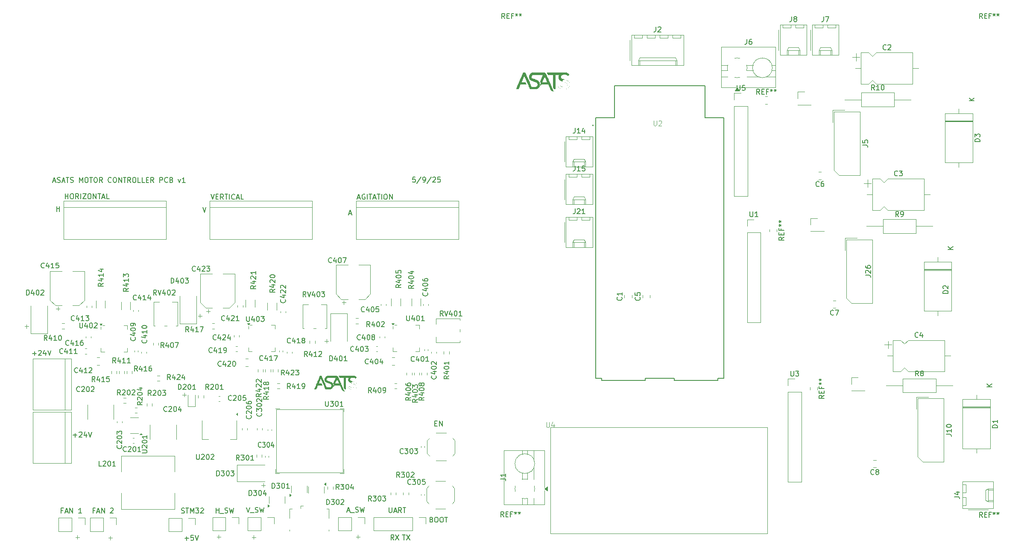
<source format=gbr>
%TF.GenerationSoftware,KiCad,Pcbnew,9.0.0*%
%TF.CreationDate,2025-05-09T16:43:10-07:00*%
%TF.ProjectId,Motor_Controller_Board_v1,4d6f746f-725f-4436-9f6e-74726f6c6c65,v1*%
%TF.SameCoordinates,Original*%
%TF.FileFunction,Legend,Top*%
%TF.FilePolarity,Positive*%
%FSLAX46Y46*%
G04 Gerber Fmt 4.6, Leading zero omitted, Abs format (unit mm)*
G04 Created by KiCad (PCBNEW 9.0.0) date 2025-05-09 16:43:10*
%MOMM*%
%LPD*%
G01*
G04 APERTURE LIST*
%ADD10C,0.100000*%
%ADD11C,0.200000*%
%ADD12C,0.150000*%
%ADD13C,0.120000*%
%ADD14C,0.000000*%
%ADD15C,0.127000*%
G04 APERTURE END LIST*
D10*
X96328533Y-147413884D02*
X96328533Y-148175789D01*
X95947580Y-147794836D02*
X96709485Y-147794836D01*
D11*
X94896816Y-141827219D02*
X95230149Y-142827219D01*
X95230149Y-142827219D02*
X95563482Y-141827219D01*
X95658721Y-142922457D02*
X96420625Y-142922457D01*
X96611102Y-142779600D02*
X96753959Y-142827219D01*
X96753959Y-142827219D02*
X96992054Y-142827219D01*
X96992054Y-142827219D02*
X97087292Y-142779600D01*
X97087292Y-142779600D02*
X97134911Y-142731980D01*
X97134911Y-142731980D02*
X97182530Y-142636742D01*
X97182530Y-142636742D02*
X97182530Y-142541504D01*
X97182530Y-142541504D02*
X97134911Y-142446266D01*
X97134911Y-142446266D02*
X97087292Y-142398647D01*
X97087292Y-142398647D02*
X96992054Y-142351028D01*
X96992054Y-142351028D02*
X96801578Y-142303409D01*
X96801578Y-142303409D02*
X96706340Y-142255790D01*
X96706340Y-142255790D02*
X96658721Y-142208171D01*
X96658721Y-142208171D02*
X96611102Y-142112933D01*
X96611102Y-142112933D02*
X96611102Y-142017695D01*
X96611102Y-142017695D02*
X96658721Y-141922457D01*
X96658721Y-141922457D02*
X96706340Y-141874838D01*
X96706340Y-141874838D02*
X96801578Y-141827219D01*
X96801578Y-141827219D02*
X97039673Y-141827219D01*
X97039673Y-141827219D02*
X97182530Y-141874838D01*
X97515864Y-141827219D02*
X97753959Y-142827219D01*
X97753959Y-142827219D02*
X97944435Y-142112933D01*
X97944435Y-142112933D02*
X98134911Y-142827219D01*
X98134911Y-142827219D02*
X98373007Y-141827219D01*
X87836816Y-79677219D02*
X88170149Y-80677219D01*
X88170149Y-80677219D02*
X88503482Y-79677219D01*
X88836816Y-80153409D02*
X89170149Y-80153409D01*
X89313006Y-80677219D02*
X88836816Y-80677219D01*
X88836816Y-80677219D02*
X88836816Y-79677219D01*
X88836816Y-79677219D02*
X89313006Y-79677219D01*
X90313006Y-80677219D02*
X89979673Y-80201028D01*
X89741578Y-80677219D02*
X89741578Y-79677219D01*
X89741578Y-79677219D02*
X90122530Y-79677219D01*
X90122530Y-79677219D02*
X90217768Y-79724838D01*
X90217768Y-79724838D02*
X90265387Y-79772457D01*
X90265387Y-79772457D02*
X90313006Y-79867695D01*
X90313006Y-79867695D02*
X90313006Y-80010552D01*
X90313006Y-80010552D02*
X90265387Y-80105790D01*
X90265387Y-80105790D02*
X90217768Y-80153409D01*
X90217768Y-80153409D02*
X90122530Y-80201028D01*
X90122530Y-80201028D02*
X89741578Y-80201028D01*
X90598721Y-79677219D02*
X91170149Y-79677219D01*
X90884435Y-80677219D02*
X90884435Y-79677219D01*
X91503483Y-80677219D02*
X91503483Y-79677219D01*
X92551101Y-80581980D02*
X92503482Y-80629600D01*
X92503482Y-80629600D02*
X92360625Y-80677219D01*
X92360625Y-80677219D02*
X92265387Y-80677219D01*
X92265387Y-80677219D02*
X92122530Y-80629600D01*
X92122530Y-80629600D02*
X92027292Y-80534361D01*
X92027292Y-80534361D02*
X91979673Y-80439123D01*
X91979673Y-80439123D02*
X91932054Y-80248647D01*
X91932054Y-80248647D02*
X91932054Y-80105790D01*
X91932054Y-80105790D02*
X91979673Y-79915314D01*
X91979673Y-79915314D02*
X92027292Y-79820076D01*
X92027292Y-79820076D02*
X92122530Y-79724838D01*
X92122530Y-79724838D02*
X92265387Y-79677219D01*
X92265387Y-79677219D02*
X92360625Y-79677219D01*
X92360625Y-79677219D02*
X92503482Y-79724838D01*
X92503482Y-79724838D02*
X92551101Y-79772457D01*
X92932054Y-80391504D02*
X93408244Y-80391504D01*
X92836816Y-80677219D02*
X93170149Y-79677219D01*
X93170149Y-79677219D02*
X93503482Y-80677219D01*
X94313006Y-80677219D02*
X93836816Y-80677219D01*
X93836816Y-80677219D02*
X93836816Y-79677219D01*
D10*
X67878533Y-147513884D02*
X67878533Y-148275789D01*
X67497580Y-147894836D02*
X68259485Y-147894836D01*
X116978533Y-147313884D02*
X116978533Y-148075789D01*
X116597580Y-147694836D02*
X117359485Y-147694836D01*
X82578533Y-119113884D02*
X82578533Y-119875789D01*
X82197580Y-119494836D02*
X82959485Y-119494836D01*
D11*
X115192054Y-83491504D02*
X115668244Y-83491504D01*
X115096816Y-83777219D02*
X115430149Y-82777219D01*
X115430149Y-82777219D02*
X115763482Y-83777219D01*
X82639673Y-147996266D02*
X83401578Y-147996266D01*
X83020625Y-148377219D02*
X83020625Y-147615314D01*
X84353958Y-147377219D02*
X83877768Y-147377219D01*
X83877768Y-147377219D02*
X83830149Y-147853409D01*
X83830149Y-147853409D02*
X83877768Y-147805790D01*
X83877768Y-147805790D02*
X83973006Y-147758171D01*
X83973006Y-147758171D02*
X84211101Y-147758171D01*
X84211101Y-147758171D02*
X84306339Y-147805790D01*
X84306339Y-147805790D02*
X84353958Y-147853409D01*
X84353958Y-147853409D02*
X84401577Y-147948647D01*
X84401577Y-147948647D02*
X84401577Y-148186742D01*
X84401577Y-148186742D02*
X84353958Y-148281980D01*
X84353958Y-148281980D02*
X84306339Y-148329600D01*
X84306339Y-148329600D02*
X84211101Y-148377219D01*
X84211101Y-148377219D02*
X83973006Y-148377219D01*
X83973006Y-148377219D02*
X83877768Y-148329600D01*
X83877768Y-148329600D02*
X83830149Y-148281980D01*
X84687292Y-147377219D02*
X85020625Y-148377219D01*
X85020625Y-148377219D02*
X85353958Y-147377219D01*
X114892054Y-142491504D02*
X115368244Y-142491504D01*
X114796816Y-142777219D02*
X115130149Y-141777219D01*
X115130149Y-141777219D02*
X115463482Y-142777219D01*
X115558721Y-142872457D02*
X116320625Y-142872457D01*
X116511102Y-142729600D02*
X116653959Y-142777219D01*
X116653959Y-142777219D02*
X116892054Y-142777219D01*
X116892054Y-142777219D02*
X116987292Y-142729600D01*
X116987292Y-142729600D02*
X117034911Y-142681980D01*
X117034911Y-142681980D02*
X117082530Y-142586742D01*
X117082530Y-142586742D02*
X117082530Y-142491504D01*
X117082530Y-142491504D02*
X117034911Y-142396266D01*
X117034911Y-142396266D02*
X116987292Y-142348647D01*
X116987292Y-142348647D02*
X116892054Y-142301028D01*
X116892054Y-142301028D02*
X116701578Y-142253409D01*
X116701578Y-142253409D02*
X116606340Y-142205790D01*
X116606340Y-142205790D02*
X116558721Y-142158171D01*
X116558721Y-142158171D02*
X116511102Y-142062933D01*
X116511102Y-142062933D02*
X116511102Y-141967695D01*
X116511102Y-141967695D02*
X116558721Y-141872457D01*
X116558721Y-141872457D02*
X116606340Y-141824838D01*
X116606340Y-141824838D02*
X116701578Y-141777219D01*
X116701578Y-141777219D02*
X116939673Y-141777219D01*
X116939673Y-141777219D02*
X117082530Y-141824838D01*
X117415864Y-141777219D02*
X117653959Y-142777219D01*
X117653959Y-142777219D02*
X117844435Y-142062933D01*
X117844435Y-142062933D02*
X118034911Y-142777219D01*
X118034911Y-142777219D02*
X118273007Y-141777219D01*
X132239673Y-125153409D02*
X132573006Y-125153409D01*
X132715863Y-125677219D02*
X132239673Y-125677219D01*
X132239673Y-125677219D02*
X132239673Y-124677219D01*
X132239673Y-124677219D02*
X132715863Y-124677219D01*
X133144435Y-125677219D02*
X133144435Y-124677219D01*
X133144435Y-124677219D02*
X133715863Y-125677219D01*
X133715863Y-125677219D02*
X133715863Y-124677219D01*
X116932054Y-80391504D02*
X117408244Y-80391504D01*
X116836816Y-80677219D02*
X117170149Y-79677219D01*
X117170149Y-79677219D02*
X117503482Y-80677219D01*
X118360625Y-79724838D02*
X118265387Y-79677219D01*
X118265387Y-79677219D02*
X118122530Y-79677219D01*
X118122530Y-79677219D02*
X117979673Y-79724838D01*
X117979673Y-79724838D02*
X117884435Y-79820076D01*
X117884435Y-79820076D02*
X117836816Y-79915314D01*
X117836816Y-79915314D02*
X117789197Y-80105790D01*
X117789197Y-80105790D02*
X117789197Y-80248647D01*
X117789197Y-80248647D02*
X117836816Y-80439123D01*
X117836816Y-80439123D02*
X117884435Y-80534361D01*
X117884435Y-80534361D02*
X117979673Y-80629600D01*
X117979673Y-80629600D02*
X118122530Y-80677219D01*
X118122530Y-80677219D02*
X118217768Y-80677219D01*
X118217768Y-80677219D02*
X118360625Y-80629600D01*
X118360625Y-80629600D02*
X118408244Y-80581980D01*
X118408244Y-80581980D02*
X118408244Y-80248647D01*
X118408244Y-80248647D02*
X118217768Y-80248647D01*
X118836816Y-80677219D02*
X118836816Y-79677219D01*
X119170149Y-79677219D02*
X119741577Y-79677219D01*
X119455863Y-80677219D02*
X119455863Y-79677219D01*
X120027292Y-80391504D02*
X120503482Y-80391504D01*
X119932054Y-80677219D02*
X120265387Y-79677219D01*
X120265387Y-79677219D02*
X120598720Y-80677219D01*
X120789197Y-79677219D02*
X121360625Y-79677219D01*
X121074911Y-80677219D02*
X121074911Y-79677219D01*
X121693959Y-80677219D02*
X121693959Y-79677219D01*
X122360625Y-79677219D02*
X122551101Y-79677219D01*
X122551101Y-79677219D02*
X122646339Y-79724838D01*
X122646339Y-79724838D02*
X122741577Y-79820076D01*
X122741577Y-79820076D02*
X122789196Y-80010552D01*
X122789196Y-80010552D02*
X122789196Y-80343885D01*
X122789196Y-80343885D02*
X122741577Y-80534361D01*
X122741577Y-80534361D02*
X122646339Y-80629600D01*
X122646339Y-80629600D02*
X122551101Y-80677219D01*
X122551101Y-80677219D02*
X122360625Y-80677219D01*
X122360625Y-80677219D02*
X122265387Y-80629600D01*
X122265387Y-80629600D02*
X122170149Y-80534361D01*
X122170149Y-80534361D02*
X122122530Y-80343885D01*
X122122530Y-80343885D02*
X122122530Y-80010552D01*
X122122530Y-80010552D02*
X122170149Y-79820076D01*
X122170149Y-79820076D02*
X122265387Y-79724838D01*
X122265387Y-79724838D02*
X122360625Y-79677219D01*
X123217768Y-80677219D02*
X123217768Y-79677219D01*
X123217768Y-79677219D02*
X123789196Y-80677219D01*
X123789196Y-80677219D02*
X123789196Y-79677219D01*
X56542054Y-77041504D02*
X57018244Y-77041504D01*
X56446816Y-77327219D02*
X56780149Y-76327219D01*
X56780149Y-76327219D02*
X57113482Y-77327219D01*
X57399197Y-77279600D02*
X57542054Y-77327219D01*
X57542054Y-77327219D02*
X57780149Y-77327219D01*
X57780149Y-77327219D02*
X57875387Y-77279600D01*
X57875387Y-77279600D02*
X57923006Y-77231980D01*
X57923006Y-77231980D02*
X57970625Y-77136742D01*
X57970625Y-77136742D02*
X57970625Y-77041504D01*
X57970625Y-77041504D02*
X57923006Y-76946266D01*
X57923006Y-76946266D02*
X57875387Y-76898647D01*
X57875387Y-76898647D02*
X57780149Y-76851028D01*
X57780149Y-76851028D02*
X57589673Y-76803409D01*
X57589673Y-76803409D02*
X57494435Y-76755790D01*
X57494435Y-76755790D02*
X57446816Y-76708171D01*
X57446816Y-76708171D02*
X57399197Y-76612933D01*
X57399197Y-76612933D02*
X57399197Y-76517695D01*
X57399197Y-76517695D02*
X57446816Y-76422457D01*
X57446816Y-76422457D02*
X57494435Y-76374838D01*
X57494435Y-76374838D02*
X57589673Y-76327219D01*
X57589673Y-76327219D02*
X57827768Y-76327219D01*
X57827768Y-76327219D02*
X57970625Y-76374838D01*
X58351578Y-77041504D02*
X58827768Y-77041504D01*
X58256340Y-77327219D02*
X58589673Y-76327219D01*
X58589673Y-76327219D02*
X58923006Y-77327219D01*
X59113483Y-76327219D02*
X59684911Y-76327219D01*
X59399197Y-77327219D02*
X59399197Y-76327219D01*
X59970626Y-77279600D02*
X60113483Y-77327219D01*
X60113483Y-77327219D02*
X60351578Y-77327219D01*
X60351578Y-77327219D02*
X60446816Y-77279600D01*
X60446816Y-77279600D02*
X60494435Y-77231980D01*
X60494435Y-77231980D02*
X60542054Y-77136742D01*
X60542054Y-77136742D02*
X60542054Y-77041504D01*
X60542054Y-77041504D02*
X60494435Y-76946266D01*
X60494435Y-76946266D02*
X60446816Y-76898647D01*
X60446816Y-76898647D02*
X60351578Y-76851028D01*
X60351578Y-76851028D02*
X60161102Y-76803409D01*
X60161102Y-76803409D02*
X60065864Y-76755790D01*
X60065864Y-76755790D02*
X60018245Y-76708171D01*
X60018245Y-76708171D02*
X59970626Y-76612933D01*
X59970626Y-76612933D02*
X59970626Y-76517695D01*
X59970626Y-76517695D02*
X60018245Y-76422457D01*
X60018245Y-76422457D02*
X60065864Y-76374838D01*
X60065864Y-76374838D02*
X60161102Y-76327219D01*
X60161102Y-76327219D02*
X60399197Y-76327219D01*
X60399197Y-76327219D02*
X60542054Y-76374838D01*
X61732531Y-77327219D02*
X61732531Y-76327219D01*
X61732531Y-76327219D02*
X62065864Y-77041504D01*
X62065864Y-77041504D02*
X62399197Y-76327219D01*
X62399197Y-76327219D02*
X62399197Y-77327219D01*
X63065864Y-76327219D02*
X63256340Y-76327219D01*
X63256340Y-76327219D02*
X63351578Y-76374838D01*
X63351578Y-76374838D02*
X63446816Y-76470076D01*
X63446816Y-76470076D02*
X63494435Y-76660552D01*
X63494435Y-76660552D02*
X63494435Y-76993885D01*
X63494435Y-76993885D02*
X63446816Y-77184361D01*
X63446816Y-77184361D02*
X63351578Y-77279600D01*
X63351578Y-77279600D02*
X63256340Y-77327219D01*
X63256340Y-77327219D02*
X63065864Y-77327219D01*
X63065864Y-77327219D02*
X62970626Y-77279600D01*
X62970626Y-77279600D02*
X62875388Y-77184361D01*
X62875388Y-77184361D02*
X62827769Y-76993885D01*
X62827769Y-76993885D02*
X62827769Y-76660552D01*
X62827769Y-76660552D02*
X62875388Y-76470076D01*
X62875388Y-76470076D02*
X62970626Y-76374838D01*
X62970626Y-76374838D02*
X63065864Y-76327219D01*
X63780150Y-76327219D02*
X64351578Y-76327219D01*
X64065864Y-77327219D02*
X64065864Y-76327219D01*
X64875388Y-76327219D02*
X65065864Y-76327219D01*
X65065864Y-76327219D02*
X65161102Y-76374838D01*
X65161102Y-76374838D02*
X65256340Y-76470076D01*
X65256340Y-76470076D02*
X65303959Y-76660552D01*
X65303959Y-76660552D02*
X65303959Y-76993885D01*
X65303959Y-76993885D02*
X65256340Y-77184361D01*
X65256340Y-77184361D02*
X65161102Y-77279600D01*
X65161102Y-77279600D02*
X65065864Y-77327219D01*
X65065864Y-77327219D02*
X64875388Y-77327219D01*
X64875388Y-77327219D02*
X64780150Y-77279600D01*
X64780150Y-77279600D02*
X64684912Y-77184361D01*
X64684912Y-77184361D02*
X64637293Y-76993885D01*
X64637293Y-76993885D02*
X64637293Y-76660552D01*
X64637293Y-76660552D02*
X64684912Y-76470076D01*
X64684912Y-76470076D02*
X64780150Y-76374838D01*
X64780150Y-76374838D02*
X64875388Y-76327219D01*
X66303959Y-77327219D02*
X65970626Y-76851028D01*
X65732531Y-77327219D02*
X65732531Y-76327219D01*
X65732531Y-76327219D02*
X66113483Y-76327219D01*
X66113483Y-76327219D02*
X66208721Y-76374838D01*
X66208721Y-76374838D02*
X66256340Y-76422457D01*
X66256340Y-76422457D02*
X66303959Y-76517695D01*
X66303959Y-76517695D02*
X66303959Y-76660552D01*
X66303959Y-76660552D02*
X66256340Y-76755790D01*
X66256340Y-76755790D02*
X66208721Y-76803409D01*
X66208721Y-76803409D02*
X66113483Y-76851028D01*
X66113483Y-76851028D02*
X65732531Y-76851028D01*
X68065864Y-77231980D02*
X68018245Y-77279600D01*
X68018245Y-77279600D02*
X67875388Y-77327219D01*
X67875388Y-77327219D02*
X67780150Y-77327219D01*
X67780150Y-77327219D02*
X67637293Y-77279600D01*
X67637293Y-77279600D02*
X67542055Y-77184361D01*
X67542055Y-77184361D02*
X67494436Y-77089123D01*
X67494436Y-77089123D02*
X67446817Y-76898647D01*
X67446817Y-76898647D02*
X67446817Y-76755790D01*
X67446817Y-76755790D02*
X67494436Y-76565314D01*
X67494436Y-76565314D02*
X67542055Y-76470076D01*
X67542055Y-76470076D02*
X67637293Y-76374838D01*
X67637293Y-76374838D02*
X67780150Y-76327219D01*
X67780150Y-76327219D02*
X67875388Y-76327219D01*
X67875388Y-76327219D02*
X68018245Y-76374838D01*
X68018245Y-76374838D02*
X68065864Y-76422457D01*
X68684912Y-76327219D02*
X68875388Y-76327219D01*
X68875388Y-76327219D02*
X68970626Y-76374838D01*
X68970626Y-76374838D02*
X69065864Y-76470076D01*
X69065864Y-76470076D02*
X69113483Y-76660552D01*
X69113483Y-76660552D02*
X69113483Y-76993885D01*
X69113483Y-76993885D02*
X69065864Y-77184361D01*
X69065864Y-77184361D02*
X68970626Y-77279600D01*
X68970626Y-77279600D02*
X68875388Y-77327219D01*
X68875388Y-77327219D02*
X68684912Y-77327219D01*
X68684912Y-77327219D02*
X68589674Y-77279600D01*
X68589674Y-77279600D02*
X68494436Y-77184361D01*
X68494436Y-77184361D02*
X68446817Y-76993885D01*
X68446817Y-76993885D02*
X68446817Y-76660552D01*
X68446817Y-76660552D02*
X68494436Y-76470076D01*
X68494436Y-76470076D02*
X68589674Y-76374838D01*
X68589674Y-76374838D02*
X68684912Y-76327219D01*
X69542055Y-77327219D02*
X69542055Y-76327219D01*
X69542055Y-76327219D02*
X70113483Y-77327219D01*
X70113483Y-77327219D02*
X70113483Y-76327219D01*
X70446817Y-76327219D02*
X71018245Y-76327219D01*
X70732531Y-77327219D02*
X70732531Y-76327219D01*
X71923007Y-77327219D02*
X71589674Y-76851028D01*
X71351579Y-77327219D02*
X71351579Y-76327219D01*
X71351579Y-76327219D02*
X71732531Y-76327219D01*
X71732531Y-76327219D02*
X71827769Y-76374838D01*
X71827769Y-76374838D02*
X71875388Y-76422457D01*
X71875388Y-76422457D02*
X71923007Y-76517695D01*
X71923007Y-76517695D02*
X71923007Y-76660552D01*
X71923007Y-76660552D02*
X71875388Y-76755790D01*
X71875388Y-76755790D02*
X71827769Y-76803409D01*
X71827769Y-76803409D02*
X71732531Y-76851028D01*
X71732531Y-76851028D02*
X71351579Y-76851028D01*
X72542055Y-76327219D02*
X72732531Y-76327219D01*
X72732531Y-76327219D02*
X72827769Y-76374838D01*
X72827769Y-76374838D02*
X72923007Y-76470076D01*
X72923007Y-76470076D02*
X72970626Y-76660552D01*
X72970626Y-76660552D02*
X72970626Y-76993885D01*
X72970626Y-76993885D02*
X72923007Y-77184361D01*
X72923007Y-77184361D02*
X72827769Y-77279600D01*
X72827769Y-77279600D02*
X72732531Y-77327219D01*
X72732531Y-77327219D02*
X72542055Y-77327219D01*
X72542055Y-77327219D02*
X72446817Y-77279600D01*
X72446817Y-77279600D02*
X72351579Y-77184361D01*
X72351579Y-77184361D02*
X72303960Y-76993885D01*
X72303960Y-76993885D02*
X72303960Y-76660552D01*
X72303960Y-76660552D02*
X72351579Y-76470076D01*
X72351579Y-76470076D02*
X72446817Y-76374838D01*
X72446817Y-76374838D02*
X72542055Y-76327219D01*
X73875388Y-77327219D02*
X73399198Y-77327219D01*
X73399198Y-77327219D02*
X73399198Y-76327219D01*
X74684912Y-77327219D02*
X74208722Y-77327219D01*
X74208722Y-77327219D02*
X74208722Y-76327219D01*
X75018246Y-76803409D02*
X75351579Y-76803409D01*
X75494436Y-77327219D02*
X75018246Y-77327219D01*
X75018246Y-77327219D02*
X75018246Y-76327219D01*
X75018246Y-76327219D02*
X75494436Y-76327219D01*
X76494436Y-77327219D02*
X76161103Y-76851028D01*
X75923008Y-77327219D02*
X75923008Y-76327219D01*
X75923008Y-76327219D02*
X76303960Y-76327219D01*
X76303960Y-76327219D02*
X76399198Y-76374838D01*
X76399198Y-76374838D02*
X76446817Y-76422457D01*
X76446817Y-76422457D02*
X76494436Y-76517695D01*
X76494436Y-76517695D02*
X76494436Y-76660552D01*
X76494436Y-76660552D02*
X76446817Y-76755790D01*
X76446817Y-76755790D02*
X76399198Y-76803409D01*
X76399198Y-76803409D02*
X76303960Y-76851028D01*
X76303960Y-76851028D02*
X75923008Y-76851028D01*
X77684913Y-77327219D02*
X77684913Y-76327219D01*
X77684913Y-76327219D02*
X78065865Y-76327219D01*
X78065865Y-76327219D02*
X78161103Y-76374838D01*
X78161103Y-76374838D02*
X78208722Y-76422457D01*
X78208722Y-76422457D02*
X78256341Y-76517695D01*
X78256341Y-76517695D02*
X78256341Y-76660552D01*
X78256341Y-76660552D02*
X78208722Y-76755790D01*
X78208722Y-76755790D02*
X78161103Y-76803409D01*
X78161103Y-76803409D02*
X78065865Y-76851028D01*
X78065865Y-76851028D02*
X77684913Y-76851028D01*
X79256341Y-77231980D02*
X79208722Y-77279600D01*
X79208722Y-77279600D02*
X79065865Y-77327219D01*
X79065865Y-77327219D02*
X78970627Y-77327219D01*
X78970627Y-77327219D02*
X78827770Y-77279600D01*
X78827770Y-77279600D02*
X78732532Y-77184361D01*
X78732532Y-77184361D02*
X78684913Y-77089123D01*
X78684913Y-77089123D02*
X78637294Y-76898647D01*
X78637294Y-76898647D02*
X78637294Y-76755790D01*
X78637294Y-76755790D02*
X78684913Y-76565314D01*
X78684913Y-76565314D02*
X78732532Y-76470076D01*
X78732532Y-76470076D02*
X78827770Y-76374838D01*
X78827770Y-76374838D02*
X78970627Y-76327219D01*
X78970627Y-76327219D02*
X79065865Y-76327219D01*
X79065865Y-76327219D02*
X79208722Y-76374838D01*
X79208722Y-76374838D02*
X79256341Y-76422457D01*
X80018246Y-76803409D02*
X80161103Y-76851028D01*
X80161103Y-76851028D02*
X80208722Y-76898647D01*
X80208722Y-76898647D02*
X80256341Y-76993885D01*
X80256341Y-76993885D02*
X80256341Y-77136742D01*
X80256341Y-77136742D02*
X80208722Y-77231980D01*
X80208722Y-77231980D02*
X80161103Y-77279600D01*
X80161103Y-77279600D02*
X80065865Y-77327219D01*
X80065865Y-77327219D02*
X79684913Y-77327219D01*
X79684913Y-77327219D02*
X79684913Y-76327219D01*
X79684913Y-76327219D02*
X80018246Y-76327219D01*
X80018246Y-76327219D02*
X80113484Y-76374838D01*
X80113484Y-76374838D02*
X80161103Y-76422457D01*
X80161103Y-76422457D02*
X80208722Y-76517695D01*
X80208722Y-76517695D02*
X80208722Y-76612933D01*
X80208722Y-76612933D02*
X80161103Y-76708171D01*
X80161103Y-76708171D02*
X80113484Y-76755790D01*
X80113484Y-76755790D02*
X80018246Y-76803409D01*
X80018246Y-76803409D02*
X79684913Y-76803409D01*
X81351580Y-76660552D02*
X81589675Y-77327219D01*
X81589675Y-77327219D02*
X81827770Y-76660552D01*
X82732532Y-77327219D02*
X82161104Y-77327219D01*
X82446818Y-77327219D02*
X82446818Y-76327219D01*
X82446818Y-76327219D02*
X82351580Y-76470076D01*
X82351580Y-76470076D02*
X82256342Y-76565314D01*
X82256342Y-76565314D02*
X82161104Y-76612933D01*
X81992054Y-142929600D02*
X82134911Y-142977219D01*
X82134911Y-142977219D02*
X82373006Y-142977219D01*
X82373006Y-142977219D02*
X82468244Y-142929600D01*
X82468244Y-142929600D02*
X82515863Y-142881980D01*
X82515863Y-142881980D02*
X82563482Y-142786742D01*
X82563482Y-142786742D02*
X82563482Y-142691504D01*
X82563482Y-142691504D02*
X82515863Y-142596266D01*
X82515863Y-142596266D02*
X82468244Y-142548647D01*
X82468244Y-142548647D02*
X82373006Y-142501028D01*
X82373006Y-142501028D02*
X82182530Y-142453409D01*
X82182530Y-142453409D02*
X82087292Y-142405790D01*
X82087292Y-142405790D02*
X82039673Y-142358171D01*
X82039673Y-142358171D02*
X81992054Y-142262933D01*
X81992054Y-142262933D02*
X81992054Y-142167695D01*
X81992054Y-142167695D02*
X82039673Y-142072457D01*
X82039673Y-142072457D02*
X82087292Y-142024838D01*
X82087292Y-142024838D02*
X82182530Y-141977219D01*
X82182530Y-141977219D02*
X82420625Y-141977219D01*
X82420625Y-141977219D02*
X82563482Y-142024838D01*
X82849197Y-141977219D02*
X83420625Y-141977219D01*
X83134911Y-142977219D02*
X83134911Y-141977219D01*
X83753959Y-142977219D02*
X83753959Y-141977219D01*
X83753959Y-141977219D02*
X84087292Y-142691504D01*
X84087292Y-142691504D02*
X84420625Y-141977219D01*
X84420625Y-141977219D02*
X84420625Y-142977219D01*
X84801578Y-141977219D02*
X85420625Y-141977219D01*
X85420625Y-141977219D02*
X85087292Y-142358171D01*
X85087292Y-142358171D02*
X85230149Y-142358171D01*
X85230149Y-142358171D02*
X85325387Y-142405790D01*
X85325387Y-142405790D02*
X85373006Y-142453409D01*
X85373006Y-142453409D02*
X85420625Y-142548647D01*
X85420625Y-142548647D02*
X85420625Y-142786742D01*
X85420625Y-142786742D02*
X85373006Y-142881980D01*
X85373006Y-142881980D02*
X85325387Y-142929600D01*
X85325387Y-142929600D02*
X85230149Y-142977219D01*
X85230149Y-142977219D02*
X84944435Y-142977219D01*
X84944435Y-142977219D02*
X84849197Y-142929600D01*
X84849197Y-142929600D02*
X84801578Y-142881980D01*
X85801578Y-142072457D02*
X85849197Y-142024838D01*
X85849197Y-142024838D02*
X85944435Y-141977219D01*
X85944435Y-141977219D02*
X86182530Y-141977219D01*
X86182530Y-141977219D02*
X86277768Y-142024838D01*
X86277768Y-142024838D02*
X86325387Y-142072457D01*
X86325387Y-142072457D02*
X86373006Y-142167695D01*
X86373006Y-142167695D02*
X86373006Y-142262933D01*
X86373006Y-142262933D02*
X86325387Y-142405790D01*
X86325387Y-142405790D02*
X85753959Y-142977219D01*
X85753959Y-142977219D02*
X86373006Y-142977219D01*
X128340863Y-76277219D02*
X127864673Y-76277219D01*
X127864673Y-76277219D02*
X127817054Y-76753409D01*
X127817054Y-76753409D02*
X127864673Y-76705790D01*
X127864673Y-76705790D02*
X127959911Y-76658171D01*
X127959911Y-76658171D02*
X128198006Y-76658171D01*
X128198006Y-76658171D02*
X128293244Y-76705790D01*
X128293244Y-76705790D02*
X128340863Y-76753409D01*
X128340863Y-76753409D02*
X128388482Y-76848647D01*
X128388482Y-76848647D02*
X128388482Y-77086742D01*
X128388482Y-77086742D02*
X128340863Y-77181980D01*
X128340863Y-77181980D02*
X128293244Y-77229600D01*
X128293244Y-77229600D02*
X128198006Y-77277219D01*
X128198006Y-77277219D02*
X127959911Y-77277219D01*
X127959911Y-77277219D02*
X127864673Y-77229600D01*
X127864673Y-77229600D02*
X127817054Y-77181980D01*
X129531339Y-76229600D02*
X128674197Y-77515314D01*
X129912292Y-77277219D02*
X130102768Y-77277219D01*
X130102768Y-77277219D02*
X130198006Y-77229600D01*
X130198006Y-77229600D02*
X130245625Y-77181980D01*
X130245625Y-77181980D02*
X130340863Y-77039123D01*
X130340863Y-77039123D02*
X130388482Y-76848647D01*
X130388482Y-76848647D02*
X130388482Y-76467695D01*
X130388482Y-76467695D02*
X130340863Y-76372457D01*
X130340863Y-76372457D02*
X130293244Y-76324838D01*
X130293244Y-76324838D02*
X130198006Y-76277219D01*
X130198006Y-76277219D02*
X130007530Y-76277219D01*
X130007530Y-76277219D02*
X129912292Y-76324838D01*
X129912292Y-76324838D02*
X129864673Y-76372457D01*
X129864673Y-76372457D02*
X129817054Y-76467695D01*
X129817054Y-76467695D02*
X129817054Y-76705790D01*
X129817054Y-76705790D02*
X129864673Y-76801028D01*
X129864673Y-76801028D02*
X129912292Y-76848647D01*
X129912292Y-76848647D02*
X130007530Y-76896266D01*
X130007530Y-76896266D02*
X130198006Y-76896266D01*
X130198006Y-76896266D02*
X130293244Y-76848647D01*
X130293244Y-76848647D02*
X130340863Y-76801028D01*
X130340863Y-76801028D02*
X130388482Y-76705790D01*
X131531339Y-76229600D02*
X130674197Y-77515314D01*
X131817054Y-76372457D02*
X131864673Y-76324838D01*
X131864673Y-76324838D02*
X131959911Y-76277219D01*
X131959911Y-76277219D02*
X132198006Y-76277219D01*
X132198006Y-76277219D02*
X132293244Y-76324838D01*
X132293244Y-76324838D02*
X132340863Y-76372457D01*
X132340863Y-76372457D02*
X132388482Y-76467695D01*
X132388482Y-76467695D02*
X132388482Y-76562933D01*
X132388482Y-76562933D02*
X132340863Y-76705790D01*
X132340863Y-76705790D02*
X131769435Y-77277219D01*
X131769435Y-77277219D02*
X132388482Y-77277219D01*
X133293244Y-76277219D02*
X132817054Y-76277219D01*
X132817054Y-76277219D02*
X132769435Y-76753409D01*
X132769435Y-76753409D02*
X132817054Y-76705790D01*
X132817054Y-76705790D02*
X132912292Y-76658171D01*
X132912292Y-76658171D02*
X133150387Y-76658171D01*
X133150387Y-76658171D02*
X133245625Y-76705790D01*
X133245625Y-76705790D02*
X133293244Y-76753409D01*
X133293244Y-76753409D02*
X133340863Y-76848647D01*
X133340863Y-76848647D02*
X133340863Y-77086742D01*
X133340863Y-77086742D02*
X133293244Y-77181980D01*
X133293244Y-77181980D02*
X133245625Y-77229600D01*
X133245625Y-77229600D02*
X133150387Y-77277219D01*
X133150387Y-77277219D02*
X132912292Y-77277219D01*
X132912292Y-77277219D02*
X132817054Y-77229600D01*
X132817054Y-77229600D02*
X132769435Y-77181980D01*
X64773006Y-142453409D02*
X64439673Y-142453409D01*
X64439673Y-142977219D02*
X64439673Y-141977219D01*
X64439673Y-141977219D02*
X64915863Y-141977219D01*
X65249197Y-142691504D02*
X65725387Y-142691504D01*
X65153959Y-142977219D02*
X65487292Y-141977219D01*
X65487292Y-141977219D02*
X65820625Y-142977219D01*
X66153959Y-142977219D02*
X66153959Y-141977219D01*
X66153959Y-141977219D02*
X66725387Y-142977219D01*
X66725387Y-142977219D02*
X66725387Y-141977219D01*
X67915864Y-142072457D02*
X67963483Y-142024838D01*
X67963483Y-142024838D02*
X68058721Y-141977219D01*
X68058721Y-141977219D02*
X68296816Y-141977219D01*
X68296816Y-141977219D02*
X68392054Y-142024838D01*
X68392054Y-142024838D02*
X68439673Y-142072457D01*
X68439673Y-142072457D02*
X68487292Y-142167695D01*
X68487292Y-142167695D02*
X68487292Y-142262933D01*
X68487292Y-142262933D02*
X68439673Y-142405790D01*
X68439673Y-142405790D02*
X67868245Y-142977219D01*
X67868245Y-142977219D02*
X68487292Y-142977219D01*
D10*
X61378533Y-147413884D02*
X61378533Y-148175789D01*
X60997580Y-147794836D02*
X61759485Y-147794836D01*
D11*
X124111101Y-148277219D02*
X123777768Y-147801028D01*
X123539673Y-148277219D02*
X123539673Y-147277219D01*
X123539673Y-147277219D02*
X123920625Y-147277219D01*
X123920625Y-147277219D02*
X124015863Y-147324838D01*
X124015863Y-147324838D02*
X124063482Y-147372457D01*
X124063482Y-147372457D02*
X124111101Y-147467695D01*
X124111101Y-147467695D02*
X124111101Y-147610552D01*
X124111101Y-147610552D02*
X124063482Y-147705790D01*
X124063482Y-147705790D02*
X124015863Y-147753409D01*
X124015863Y-147753409D02*
X123920625Y-147801028D01*
X123920625Y-147801028D02*
X123539673Y-147801028D01*
X124444435Y-147277219D02*
X125111101Y-148277219D01*
X125111101Y-147277219D02*
X124444435Y-148277219D01*
X131573006Y-144253409D02*
X131715863Y-144301028D01*
X131715863Y-144301028D02*
X131763482Y-144348647D01*
X131763482Y-144348647D02*
X131811101Y-144443885D01*
X131811101Y-144443885D02*
X131811101Y-144586742D01*
X131811101Y-144586742D02*
X131763482Y-144681980D01*
X131763482Y-144681980D02*
X131715863Y-144729600D01*
X131715863Y-144729600D02*
X131620625Y-144777219D01*
X131620625Y-144777219D02*
X131239673Y-144777219D01*
X131239673Y-144777219D02*
X131239673Y-143777219D01*
X131239673Y-143777219D02*
X131573006Y-143777219D01*
X131573006Y-143777219D02*
X131668244Y-143824838D01*
X131668244Y-143824838D02*
X131715863Y-143872457D01*
X131715863Y-143872457D02*
X131763482Y-143967695D01*
X131763482Y-143967695D02*
X131763482Y-144062933D01*
X131763482Y-144062933D02*
X131715863Y-144158171D01*
X131715863Y-144158171D02*
X131668244Y-144205790D01*
X131668244Y-144205790D02*
X131573006Y-144253409D01*
X131573006Y-144253409D02*
X131239673Y-144253409D01*
X132430149Y-143777219D02*
X132620625Y-143777219D01*
X132620625Y-143777219D02*
X132715863Y-143824838D01*
X132715863Y-143824838D02*
X132811101Y-143920076D01*
X132811101Y-143920076D02*
X132858720Y-144110552D01*
X132858720Y-144110552D02*
X132858720Y-144443885D01*
X132858720Y-144443885D02*
X132811101Y-144634361D01*
X132811101Y-144634361D02*
X132715863Y-144729600D01*
X132715863Y-144729600D02*
X132620625Y-144777219D01*
X132620625Y-144777219D02*
X132430149Y-144777219D01*
X132430149Y-144777219D02*
X132334911Y-144729600D01*
X132334911Y-144729600D02*
X132239673Y-144634361D01*
X132239673Y-144634361D02*
X132192054Y-144443885D01*
X132192054Y-144443885D02*
X132192054Y-144110552D01*
X132192054Y-144110552D02*
X132239673Y-143920076D01*
X132239673Y-143920076D02*
X132334911Y-143824838D01*
X132334911Y-143824838D02*
X132430149Y-143777219D01*
X133477768Y-143777219D02*
X133668244Y-143777219D01*
X133668244Y-143777219D02*
X133763482Y-143824838D01*
X133763482Y-143824838D02*
X133858720Y-143920076D01*
X133858720Y-143920076D02*
X133906339Y-144110552D01*
X133906339Y-144110552D02*
X133906339Y-144443885D01*
X133906339Y-144443885D02*
X133858720Y-144634361D01*
X133858720Y-144634361D02*
X133763482Y-144729600D01*
X133763482Y-144729600D02*
X133668244Y-144777219D01*
X133668244Y-144777219D02*
X133477768Y-144777219D01*
X133477768Y-144777219D02*
X133382530Y-144729600D01*
X133382530Y-144729600D02*
X133287292Y-144634361D01*
X133287292Y-144634361D02*
X133239673Y-144443885D01*
X133239673Y-144443885D02*
X133239673Y-144110552D01*
X133239673Y-144110552D02*
X133287292Y-143920076D01*
X133287292Y-143920076D02*
X133382530Y-143824838D01*
X133382530Y-143824838D02*
X133477768Y-143777219D01*
X134192054Y-143777219D02*
X134763482Y-143777219D01*
X134477768Y-144777219D02*
X134477768Y-143777219D01*
X60519673Y-127486266D02*
X61281578Y-127486266D01*
X60900625Y-127867219D02*
X60900625Y-127105314D01*
X61710149Y-126962457D02*
X61757768Y-126914838D01*
X61757768Y-126914838D02*
X61853006Y-126867219D01*
X61853006Y-126867219D02*
X62091101Y-126867219D01*
X62091101Y-126867219D02*
X62186339Y-126914838D01*
X62186339Y-126914838D02*
X62233958Y-126962457D01*
X62233958Y-126962457D02*
X62281577Y-127057695D01*
X62281577Y-127057695D02*
X62281577Y-127152933D01*
X62281577Y-127152933D02*
X62233958Y-127295790D01*
X62233958Y-127295790D02*
X61662530Y-127867219D01*
X61662530Y-127867219D02*
X62281577Y-127867219D01*
X63138720Y-127200552D02*
X63138720Y-127867219D01*
X62900625Y-126819600D02*
X62662530Y-127533885D01*
X62662530Y-127533885D02*
X63281577Y-127533885D01*
X63519673Y-126867219D02*
X63853006Y-127867219D01*
X63853006Y-127867219D02*
X64186339Y-126867219D01*
X125796816Y-147277219D02*
X126368244Y-147277219D01*
X126082530Y-148277219D02*
X126082530Y-147277219D01*
X126606340Y-147277219D02*
X127273006Y-148277219D01*
X127273006Y-147277219D02*
X126606340Y-148277219D01*
X58939673Y-80577219D02*
X58939673Y-79577219D01*
X58939673Y-80053409D02*
X59511101Y-80053409D01*
X59511101Y-80577219D02*
X59511101Y-79577219D01*
X60177768Y-79577219D02*
X60368244Y-79577219D01*
X60368244Y-79577219D02*
X60463482Y-79624838D01*
X60463482Y-79624838D02*
X60558720Y-79720076D01*
X60558720Y-79720076D02*
X60606339Y-79910552D01*
X60606339Y-79910552D02*
X60606339Y-80243885D01*
X60606339Y-80243885D02*
X60558720Y-80434361D01*
X60558720Y-80434361D02*
X60463482Y-80529600D01*
X60463482Y-80529600D02*
X60368244Y-80577219D01*
X60368244Y-80577219D02*
X60177768Y-80577219D01*
X60177768Y-80577219D02*
X60082530Y-80529600D01*
X60082530Y-80529600D02*
X59987292Y-80434361D01*
X59987292Y-80434361D02*
X59939673Y-80243885D01*
X59939673Y-80243885D02*
X59939673Y-79910552D01*
X59939673Y-79910552D02*
X59987292Y-79720076D01*
X59987292Y-79720076D02*
X60082530Y-79624838D01*
X60082530Y-79624838D02*
X60177768Y-79577219D01*
X61606339Y-80577219D02*
X61273006Y-80101028D01*
X61034911Y-80577219D02*
X61034911Y-79577219D01*
X61034911Y-79577219D02*
X61415863Y-79577219D01*
X61415863Y-79577219D02*
X61511101Y-79624838D01*
X61511101Y-79624838D02*
X61558720Y-79672457D01*
X61558720Y-79672457D02*
X61606339Y-79767695D01*
X61606339Y-79767695D02*
X61606339Y-79910552D01*
X61606339Y-79910552D02*
X61558720Y-80005790D01*
X61558720Y-80005790D02*
X61511101Y-80053409D01*
X61511101Y-80053409D02*
X61415863Y-80101028D01*
X61415863Y-80101028D02*
X61034911Y-80101028D01*
X62034911Y-80577219D02*
X62034911Y-79577219D01*
X62415863Y-79577219D02*
X63082529Y-79577219D01*
X63082529Y-79577219D02*
X62415863Y-80577219D01*
X62415863Y-80577219D02*
X63082529Y-80577219D01*
X63653958Y-79577219D02*
X63844434Y-79577219D01*
X63844434Y-79577219D02*
X63939672Y-79624838D01*
X63939672Y-79624838D02*
X64034910Y-79720076D01*
X64034910Y-79720076D02*
X64082529Y-79910552D01*
X64082529Y-79910552D02*
X64082529Y-80243885D01*
X64082529Y-80243885D02*
X64034910Y-80434361D01*
X64034910Y-80434361D02*
X63939672Y-80529600D01*
X63939672Y-80529600D02*
X63844434Y-80577219D01*
X63844434Y-80577219D02*
X63653958Y-80577219D01*
X63653958Y-80577219D02*
X63558720Y-80529600D01*
X63558720Y-80529600D02*
X63463482Y-80434361D01*
X63463482Y-80434361D02*
X63415863Y-80243885D01*
X63415863Y-80243885D02*
X63415863Y-79910552D01*
X63415863Y-79910552D02*
X63463482Y-79720076D01*
X63463482Y-79720076D02*
X63558720Y-79624838D01*
X63558720Y-79624838D02*
X63653958Y-79577219D01*
X64511101Y-80577219D02*
X64511101Y-79577219D01*
X64511101Y-79577219D02*
X65082529Y-80577219D01*
X65082529Y-80577219D02*
X65082529Y-79577219D01*
X65415863Y-79577219D02*
X65987291Y-79577219D01*
X65701577Y-80577219D02*
X65701577Y-79577219D01*
X66273006Y-80291504D02*
X66749196Y-80291504D01*
X66177768Y-80577219D02*
X66511101Y-79577219D01*
X66511101Y-79577219D02*
X66844434Y-80577219D01*
X67653958Y-80577219D02*
X67177768Y-80577219D01*
X67177768Y-80577219D02*
X67177768Y-79577219D01*
X52459673Y-111296266D02*
X53221578Y-111296266D01*
X52840625Y-111677219D02*
X52840625Y-110915314D01*
X53650149Y-110772457D02*
X53697768Y-110724838D01*
X53697768Y-110724838D02*
X53793006Y-110677219D01*
X53793006Y-110677219D02*
X54031101Y-110677219D01*
X54031101Y-110677219D02*
X54126339Y-110724838D01*
X54126339Y-110724838D02*
X54173958Y-110772457D01*
X54173958Y-110772457D02*
X54221577Y-110867695D01*
X54221577Y-110867695D02*
X54221577Y-110962933D01*
X54221577Y-110962933D02*
X54173958Y-111105790D01*
X54173958Y-111105790D02*
X53602530Y-111677219D01*
X53602530Y-111677219D02*
X54221577Y-111677219D01*
X55078720Y-111010552D02*
X55078720Y-111677219D01*
X54840625Y-110629600D02*
X54602530Y-111343885D01*
X54602530Y-111343885D02*
X55221577Y-111343885D01*
X55459673Y-110677219D02*
X55793006Y-111677219D01*
X55793006Y-111677219D02*
X56126339Y-110677219D01*
D10*
X89378533Y-147313884D02*
X89378533Y-148075789D01*
X88997580Y-147694836D02*
X89759485Y-147694836D01*
D11*
X86196816Y-82277219D02*
X86530149Y-83277219D01*
X86530149Y-83277219D02*
X86863482Y-82277219D01*
X58473006Y-142453409D02*
X58139673Y-142453409D01*
X58139673Y-142977219D02*
X58139673Y-141977219D01*
X58139673Y-141977219D02*
X58615863Y-141977219D01*
X58949197Y-142691504D02*
X59425387Y-142691504D01*
X58853959Y-142977219D02*
X59187292Y-141977219D01*
X59187292Y-141977219D02*
X59520625Y-142977219D01*
X59853959Y-142977219D02*
X59853959Y-141977219D01*
X59853959Y-141977219D02*
X60425387Y-142977219D01*
X60425387Y-142977219D02*
X60425387Y-141977219D01*
X62187292Y-142977219D02*
X61615864Y-142977219D01*
X61901578Y-142977219D02*
X61901578Y-141977219D01*
X61901578Y-141977219D02*
X61806340Y-142120076D01*
X61806340Y-142120076D02*
X61711102Y-142215314D01*
X61711102Y-142215314D02*
X61615864Y-142262933D01*
D10*
X85648533Y-103443884D02*
X85648533Y-104205789D01*
X85267580Y-103824836D02*
X86029485Y-103824836D01*
X51278533Y-105543884D02*
X51278533Y-106305789D01*
X50897580Y-105924836D02*
X51659485Y-105924836D01*
X98248533Y-137043884D02*
X98248533Y-137805789D01*
X97867580Y-137424836D02*
X98629485Y-137424836D01*
X110748533Y-108443884D02*
X110748533Y-109205789D01*
X110367580Y-108824836D02*
X111129485Y-108824836D01*
D11*
X57239673Y-83077219D02*
X57239673Y-82077219D01*
X57239673Y-82553409D02*
X57811101Y-82553409D01*
X57811101Y-83077219D02*
X57811101Y-82077219D01*
X123139673Y-141877219D02*
X123139673Y-142686742D01*
X123139673Y-142686742D02*
X123187292Y-142781980D01*
X123187292Y-142781980D02*
X123234911Y-142829600D01*
X123234911Y-142829600D02*
X123330149Y-142877219D01*
X123330149Y-142877219D02*
X123520625Y-142877219D01*
X123520625Y-142877219D02*
X123615863Y-142829600D01*
X123615863Y-142829600D02*
X123663482Y-142781980D01*
X123663482Y-142781980D02*
X123711101Y-142686742D01*
X123711101Y-142686742D02*
X123711101Y-141877219D01*
X124139673Y-142591504D02*
X124615863Y-142591504D01*
X124044435Y-142877219D02*
X124377768Y-141877219D01*
X124377768Y-141877219D02*
X124711101Y-142877219D01*
X125615863Y-142877219D02*
X125282530Y-142401028D01*
X125044435Y-142877219D02*
X125044435Y-141877219D01*
X125044435Y-141877219D02*
X125425387Y-141877219D01*
X125425387Y-141877219D02*
X125520625Y-141924838D01*
X125520625Y-141924838D02*
X125568244Y-141972457D01*
X125568244Y-141972457D02*
X125615863Y-142067695D01*
X125615863Y-142067695D02*
X125615863Y-142210552D01*
X125615863Y-142210552D02*
X125568244Y-142305790D01*
X125568244Y-142305790D02*
X125520625Y-142353409D01*
X125520625Y-142353409D02*
X125425387Y-142401028D01*
X125425387Y-142401028D02*
X125044435Y-142401028D01*
X125901578Y-141877219D02*
X126473006Y-141877219D01*
X126187292Y-142877219D02*
X126187292Y-141877219D01*
X88839673Y-142927219D02*
X88839673Y-141927219D01*
X88839673Y-142403409D02*
X89411101Y-142403409D01*
X89411101Y-142927219D02*
X89411101Y-141927219D01*
X89649197Y-143022457D02*
X90411101Y-143022457D01*
X90601578Y-142879600D02*
X90744435Y-142927219D01*
X90744435Y-142927219D02*
X90982530Y-142927219D01*
X90982530Y-142927219D02*
X91077768Y-142879600D01*
X91077768Y-142879600D02*
X91125387Y-142831980D01*
X91125387Y-142831980D02*
X91173006Y-142736742D01*
X91173006Y-142736742D02*
X91173006Y-142641504D01*
X91173006Y-142641504D02*
X91125387Y-142546266D01*
X91125387Y-142546266D02*
X91077768Y-142498647D01*
X91077768Y-142498647D02*
X90982530Y-142451028D01*
X90982530Y-142451028D02*
X90792054Y-142403409D01*
X90792054Y-142403409D02*
X90696816Y-142355790D01*
X90696816Y-142355790D02*
X90649197Y-142308171D01*
X90649197Y-142308171D02*
X90601578Y-142212933D01*
X90601578Y-142212933D02*
X90601578Y-142117695D01*
X90601578Y-142117695D02*
X90649197Y-142022457D01*
X90649197Y-142022457D02*
X90696816Y-141974838D01*
X90696816Y-141974838D02*
X90792054Y-141927219D01*
X90792054Y-141927219D02*
X91030149Y-141927219D01*
X91030149Y-141927219D02*
X91173006Y-141974838D01*
X91506340Y-141927219D02*
X91744435Y-142927219D01*
X91744435Y-142927219D02*
X91934911Y-142212933D01*
X91934911Y-142212933D02*
X92125387Y-142927219D01*
X92125387Y-142927219D02*
X92363483Y-141927219D01*
D12*
X83450952Y-106964819D02*
X83117619Y-106488628D01*
X82879524Y-106964819D02*
X82879524Y-105964819D01*
X82879524Y-105964819D02*
X83260476Y-105964819D01*
X83260476Y-105964819D02*
X83355714Y-106012438D01*
X83355714Y-106012438D02*
X83403333Y-106060057D01*
X83403333Y-106060057D02*
X83450952Y-106155295D01*
X83450952Y-106155295D02*
X83450952Y-106298152D01*
X83450952Y-106298152D02*
X83403333Y-106393390D01*
X83403333Y-106393390D02*
X83355714Y-106441009D01*
X83355714Y-106441009D02*
X83260476Y-106488628D01*
X83260476Y-106488628D02*
X82879524Y-106488628D01*
X84308095Y-106298152D02*
X84308095Y-106964819D01*
X84070000Y-105917200D02*
X83831905Y-106631485D01*
X83831905Y-106631485D02*
X84450952Y-106631485D01*
X85355714Y-106964819D02*
X84784286Y-106964819D01*
X85070000Y-106964819D02*
X85070000Y-105964819D01*
X85070000Y-105964819D02*
X84974762Y-106107676D01*
X84974762Y-106107676D02*
X84879524Y-106202914D01*
X84879524Y-106202914D02*
X84784286Y-106250533D01*
X85689048Y-105964819D02*
X86355714Y-105964819D01*
X86355714Y-105964819D02*
X85927143Y-106964819D01*
X106672380Y-100014819D02*
X106339047Y-99538628D01*
X106100952Y-100014819D02*
X106100952Y-99014819D01*
X106100952Y-99014819D02*
X106481904Y-99014819D01*
X106481904Y-99014819D02*
X106577142Y-99062438D01*
X106577142Y-99062438D02*
X106624761Y-99110057D01*
X106624761Y-99110057D02*
X106672380Y-99205295D01*
X106672380Y-99205295D02*
X106672380Y-99348152D01*
X106672380Y-99348152D02*
X106624761Y-99443390D01*
X106624761Y-99443390D02*
X106577142Y-99491009D01*
X106577142Y-99491009D02*
X106481904Y-99538628D01*
X106481904Y-99538628D02*
X106100952Y-99538628D01*
X106958095Y-99014819D02*
X107291428Y-100014819D01*
X107291428Y-100014819D02*
X107624761Y-99014819D01*
X108386666Y-99348152D02*
X108386666Y-100014819D01*
X108148571Y-98967200D02*
X107910476Y-99681485D01*
X107910476Y-99681485D02*
X108529523Y-99681485D01*
X109100952Y-99014819D02*
X109196190Y-99014819D01*
X109196190Y-99014819D02*
X109291428Y-99062438D01*
X109291428Y-99062438D02*
X109339047Y-99110057D01*
X109339047Y-99110057D02*
X109386666Y-99205295D01*
X109386666Y-99205295D02*
X109434285Y-99395771D01*
X109434285Y-99395771D02*
X109434285Y-99633866D01*
X109434285Y-99633866D02*
X109386666Y-99824342D01*
X109386666Y-99824342D02*
X109339047Y-99919580D01*
X109339047Y-99919580D02*
X109291428Y-99967200D01*
X109291428Y-99967200D02*
X109196190Y-100014819D01*
X109196190Y-100014819D02*
X109100952Y-100014819D01*
X109100952Y-100014819D02*
X109005714Y-99967200D01*
X109005714Y-99967200D02*
X108958095Y-99919580D01*
X108958095Y-99919580D02*
X108910476Y-99824342D01*
X108910476Y-99824342D02*
X108862857Y-99633866D01*
X108862857Y-99633866D02*
X108862857Y-99395771D01*
X108862857Y-99395771D02*
X108910476Y-99205295D01*
X108910476Y-99205295D02*
X108958095Y-99110057D01*
X108958095Y-99110057D02*
X109005714Y-99062438D01*
X109005714Y-99062438D02*
X109100952Y-99014819D01*
X109767619Y-99014819D02*
X110386666Y-99014819D01*
X110386666Y-99014819D02*
X110053333Y-99395771D01*
X110053333Y-99395771D02*
X110196190Y-99395771D01*
X110196190Y-99395771D02*
X110291428Y-99443390D01*
X110291428Y-99443390D02*
X110339047Y-99491009D01*
X110339047Y-99491009D02*
X110386666Y-99586247D01*
X110386666Y-99586247D02*
X110386666Y-99824342D01*
X110386666Y-99824342D02*
X110339047Y-99919580D01*
X110339047Y-99919580D02*
X110291428Y-99967200D01*
X110291428Y-99967200D02*
X110196190Y-100014819D01*
X110196190Y-100014819D02*
X109910476Y-100014819D01*
X109910476Y-100014819D02*
X109815238Y-99967200D01*
X109815238Y-99967200D02*
X109767619Y-99919580D01*
X73050952Y-100569580D02*
X73003333Y-100617200D01*
X73003333Y-100617200D02*
X72860476Y-100664819D01*
X72860476Y-100664819D02*
X72765238Y-100664819D01*
X72765238Y-100664819D02*
X72622381Y-100617200D01*
X72622381Y-100617200D02*
X72527143Y-100521961D01*
X72527143Y-100521961D02*
X72479524Y-100426723D01*
X72479524Y-100426723D02*
X72431905Y-100236247D01*
X72431905Y-100236247D02*
X72431905Y-100093390D01*
X72431905Y-100093390D02*
X72479524Y-99902914D01*
X72479524Y-99902914D02*
X72527143Y-99807676D01*
X72527143Y-99807676D02*
X72622381Y-99712438D01*
X72622381Y-99712438D02*
X72765238Y-99664819D01*
X72765238Y-99664819D02*
X72860476Y-99664819D01*
X72860476Y-99664819D02*
X73003333Y-99712438D01*
X73003333Y-99712438D02*
X73050952Y-99760057D01*
X73908095Y-99998152D02*
X73908095Y-100664819D01*
X73670000Y-99617200D02*
X73431905Y-100331485D01*
X73431905Y-100331485D02*
X74050952Y-100331485D01*
X74955714Y-100664819D02*
X74384286Y-100664819D01*
X74670000Y-100664819D02*
X74670000Y-99664819D01*
X74670000Y-99664819D02*
X74574762Y-99807676D01*
X74574762Y-99807676D02*
X74479524Y-99902914D01*
X74479524Y-99902914D02*
X74384286Y-99950533D01*
X75812857Y-99998152D02*
X75812857Y-100664819D01*
X75574762Y-99617200D02*
X75336667Y-100331485D01*
X75336667Y-100331485D02*
X75955714Y-100331485D01*
X70079580Y-129529047D02*
X70127200Y-129576666D01*
X70127200Y-129576666D02*
X70174819Y-129719523D01*
X70174819Y-129719523D02*
X70174819Y-129814761D01*
X70174819Y-129814761D02*
X70127200Y-129957618D01*
X70127200Y-129957618D02*
X70031961Y-130052856D01*
X70031961Y-130052856D02*
X69936723Y-130100475D01*
X69936723Y-130100475D02*
X69746247Y-130148094D01*
X69746247Y-130148094D02*
X69603390Y-130148094D01*
X69603390Y-130148094D02*
X69412914Y-130100475D01*
X69412914Y-130100475D02*
X69317676Y-130052856D01*
X69317676Y-130052856D02*
X69222438Y-129957618D01*
X69222438Y-129957618D02*
X69174819Y-129814761D01*
X69174819Y-129814761D02*
X69174819Y-129719523D01*
X69174819Y-129719523D02*
X69222438Y-129576666D01*
X69222438Y-129576666D02*
X69270057Y-129529047D01*
X69270057Y-129148094D02*
X69222438Y-129100475D01*
X69222438Y-129100475D02*
X69174819Y-129005237D01*
X69174819Y-129005237D02*
X69174819Y-128767142D01*
X69174819Y-128767142D02*
X69222438Y-128671904D01*
X69222438Y-128671904D02*
X69270057Y-128624285D01*
X69270057Y-128624285D02*
X69365295Y-128576666D01*
X69365295Y-128576666D02*
X69460533Y-128576666D01*
X69460533Y-128576666D02*
X69603390Y-128624285D01*
X69603390Y-128624285D02*
X70174819Y-129195713D01*
X70174819Y-129195713D02*
X70174819Y-128576666D01*
X69174819Y-127957618D02*
X69174819Y-127862380D01*
X69174819Y-127862380D02*
X69222438Y-127767142D01*
X69222438Y-127767142D02*
X69270057Y-127719523D01*
X69270057Y-127719523D02*
X69365295Y-127671904D01*
X69365295Y-127671904D02*
X69555771Y-127624285D01*
X69555771Y-127624285D02*
X69793866Y-127624285D01*
X69793866Y-127624285D02*
X69984342Y-127671904D01*
X69984342Y-127671904D02*
X70079580Y-127719523D01*
X70079580Y-127719523D02*
X70127200Y-127767142D01*
X70127200Y-127767142D02*
X70174819Y-127862380D01*
X70174819Y-127862380D02*
X70174819Y-127957618D01*
X70174819Y-127957618D02*
X70127200Y-128052856D01*
X70127200Y-128052856D02*
X70079580Y-128100475D01*
X70079580Y-128100475D02*
X69984342Y-128148094D01*
X69984342Y-128148094D02*
X69793866Y-128195713D01*
X69793866Y-128195713D02*
X69555771Y-128195713D01*
X69555771Y-128195713D02*
X69365295Y-128148094D01*
X69365295Y-128148094D02*
X69270057Y-128100475D01*
X69270057Y-128100475D02*
X69222438Y-128052856D01*
X69222438Y-128052856D02*
X69174819Y-127957618D01*
X69174819Y-127290951D02*
X69174819Y-126671904D01*
X69174819Y-126671904D02*
X69555771Y-127005237D01*
X69555771Y-127005237D02*
X69555771Y-126862380D01*
X69555771Y-126862380D02*
X69603390Y-126767142D01*
X69603390Y-126767142D02*
X69651009Y-126719523D01*
X69651009Y-126719523D02*
X69746247Y-126671904D01*
X69746247Y-126671904D02*
X69984342Y-126671904D01*
X69984342Y-126671904D02*
X70079580Y-126719523D01*
X70079580Y-126719523D02*
X70127200Y-126767142D01*
X70127200Y-126767142D02*
X70174819Y-126862380D01*
X70174819Y-126862380D02*
X70174819Y-127148094D01*
X70174819Y-127148094D02*
X70127200Y-127243332D01*
X70127200Y-127243332D02*
X70079580Y-127290951D01*
X99294819Y-119809047D02*
X98818628Y-120142380D01*
X99294819Y-120380475D02*
X98294819Y-120380475D01*
X98294819Y-120380475D02*
X98294819Y-119999523D01*
X98294819Y-119999523D02*
X98342438Y-119904285D01*
X98342438Y-119904285D02*
X98390057Y-119856666D01*
X98390057Y-119856666D02*
X98485295Y-119809047D01*
X98485295Y-119809047D02*
X98628152Y-119809047D01*
X98628152Y-119809047D02*
X98723390Y-119856666D01*
X98723390Y-119856666D02*
X98771009Y-119904285D01*
X98771009Y-119904285D02*
X98818628Y-119999523D01*
X98818628Y-119999523D02*
X98818628Y-120380475D01*
X98628152Y-118951904D02*
X99294819Y-118951904D01*
X98247200Y-119189999D02*
X98961485Y-119428094D01*
X98961485Y-119428094D02*
X98961485Y-118809047D01*
X99294819Y-117904285D02*
X99294819Y-118475713D01*
X99294819Y-118189999D02*
X98294819Y-118189999D01*
X98294819Y-118189999D02*
X98437676Y-118285237D01*
X98437676Y-118285237D02*
X98532914Y-118380475D01*
X98532914Y-118380475D02*
X98580533Y-118475713D01*
X98723390Y-117332856D02*
X98675771Y-117428094D01*
X98675771Y-117428094D02*
X98628152Y-117475713D01*
X98628152Y-117475713D02*
X98532914Y-117523332D01*
X98532914Y-117523332D02*
X98485295Y-117523332D01*
X98485295Y-117523332D02*
X98390057Y-117475713D01*
X98390057Y-117475713D02*
X98342438Y-117428094D01*
X98342438Y-117428094D02*
X98294819Y-117332856D01*
X98294819Y-117332856D02*
X98294819Y-117142380D01*
X98294819Y-117142380D02*
X98342438Y-117047142D01*
X98342438Y-117047142D02*
X98390057Y-116999523D01*
X98390057Y-116999523D02*
X98485295Y-116951904D01*
X98485295Y-116951904D02*
X98532914Y-116951904D01*
X98532914Y-116951904D02*
X98628152Y-116999523D01*
X98628152Y-116999523D02*
X98675771Y-117047142D01*
X98675771Y-117047142D02*
X98723390Y-117142380D01*
X98723390Y-117142380D02*
X98723390Y-117332856D01*
X98723390Y-117332856D02*
X98771009Y-117428094D01*
X98771009Y-117428094D02*
X98818628Y-117475713D01*
X98818628Y-117475713D02*
X98913866Y-117523332D01*
X98913866Y-117523332D02*
X99104342Y-117523332D01*
X99104342Y-117523332D02*
X99199580Y-117475713D01*
X99199580Y-117475713D02*
X99247200Y-117428094D01*
X99247200Y-117428094D02*
X99294819Y-117332856D01*
X99294819Y-117332856D02*
X99294819Y-117142380D01*
X99294819Y-117142380D02*
X99247200Y-117047142D01*
X99247200Y-117047142D02*
X99199580Y-116999523D01*
X99199580Y-116999523D02*
X99104342Y-116951904D01*
X99104342Y-116951904D02*
X98913866Y-116951904D01*
X98913866Y-116951904D02*
X98818628Y-116999523D01*
X98818628Y-116999523D02*
X98771009Y-117047142D01*
X98771009Y-117047142D02*
X98723390Y-117142380D01*
X88979524Y-135564819D02*
X88979524Y-134564819D01*
X88979524Y-134564819D02*
X89217619Y-134564819D01*
X89217619Y-134564819D02*
X89360476Y-134612438D01*
X89360476Y-134612438D02*
X89455714Y-134707676D01*
X89455714Y-134707676D02*
X89503333Y-134802914D01*
X89503333Y-134802914D02*
X89550952Y-134993390D01*
X89550952Y-134993390D02*
X89550952Y-135136247D01*
X89550952Y-135136247D02*
X89503333Y-135326723D01*
X89503333Y-135326723D02*
X89455714Y-135421961D01*
X89455714Y-135421961D02*
X89360476Y-135517200D01*
X89360476Y-135517200D02*
X89217619Y-135564819D01*
X89217619Y-135564819D02*
X88979524Y-135564819D01*
X89884286Y-134564819D02*
X90503333Y-134564819D01*
X90503333Y-134564819D02*
X90170000Y-134945771D01*
X90170000Y-134945771D02*
X90312857Y-134945771D01*
X90312857Y-134945771D02*
X90408095Y-134993390D01*
X90408095Y-134993390D02*
X90455714Y-135041009D01*
X90455714Y-135041009D02*
X90503333Y-135136247D01*
X90503333Y-135136247D02*
X90503333Y-135374342D01*
X90503333Y-135374342D02*
X90455714Y-135469580D01*
X90455714Y-135469580D02*
X90408095Y-135517200D01*
X90408095Y-135517200D02*
X90312857Y-135564819D01*
X90312857Y-135564819D02*
X90027143Y-135564819D01*
X90027143Y-135564819D02*
X89931905Y-135517200D01*
X89931905Y-135517200D02*
X89884286Y-135469580D01*
X91122381Y-134564819D02*
X91217619Y-134564819D01*
X91217619Y-134564819D02*
X91312857Y-134612438D01*
X91312857Y-134612438D02*
X91360476Y-134660057D01*
X91360476Y-134660057D02*
X91408095Y-134755295D01*
X91408095Y-134755295D02*
X91455714Y-134945771D01*
X91455714Y-134945771D02*
X91455714Y-135183866D01*
X91455714Y-135183866D02*
X91408095Y-135374342D01*
X91408095Y-135374342D02*
X91360476Y-135469580D01*
X91360476Y-135469580D02*
X91312857Y-135517200D01*
X91312857Y-135517200D02*
X91217619Y-135564819D01*
X91217619Y-135564819D02*
X91122381Y-135564819D01*
X91122381Y-135564819D02*
X91027143Y-135517200D01*
X91027143Y-135517200D02*
X90979524Y-135469580D01*
X90979524Y-135469580D02*
X90931905Y-135374342D01*
X90931905Y-135374342D02*
X90884286Y-135183866D01*
X90884286Y-135183866D02*
X90884286Y-134945771D01*
X90884286Y-134945771D02*
X90931905Y-134755295D01*
X90931905Y-134755295D02*
X90979524Y-134660057D01*
X90979524Y-134660057D02*
X91027143Y-134612438D01*
X91027143Y-134612438D02*
X91122381Y-134564819D01*
X91789048Y-134564819D02*
X92408095Y-134564819D01*
X92408095Y-134564819D02*
X92074762Y-134945771D01*
X92074762Y-134945771D02*
X92217619Y-134945771D01*
X92217619Y-134945771D02*
X92312857Y-134993390D01*
X92312857Y-134993390D02*
X92360476Y-135041009D01*
X92360476Y-135041009D02*
X92408095Y-135136247D01*
X92408095Y-135136247D02*
X92408095Y-135374342D01*
X92408095Y-135374342D02*
X92360476Y-135469580D01*
X92360476Y-135469580D02*
X92312857Y-135517200D01*
X92312857Y-135517200D02*
X92217619Y-135564819D01*
X92217619Y-135564819D02*
X91931905Y-135564819D01*
X91931905Y-135564819D02*
X91836667Y-135517200D01*
X91836667Y-135517200D02*
X91789048Y-135469580D01*
X91900952Y-120519580D02*
X91853333Y-120567200D01*
X91853333Y-120567200D02*
X91710476Y-120614819D01*
X91710476Y-120614819D02*
X91615238Y-120614819D01*
X91615238Y-120614819D02*
X91472381Y-120567200D01*
X91472381Y-120567200D02*
X91377143Y-120471961D01*
X91377143Y-120471961D02*
X91329524Y-120376723D01*
X91329524Y-120376723D02*
X91281905Y-120186247D01*
X91281905Y-120186247D02*
X91281905Y-120043390D01*
X91281905Y-120043390D02*
X91329524Y-119852914D01*
X91329524Y-119852914D02*
X91377143Y-119757676D01*
X91377143Y-119757676D02*
X91472381Y-119662438D01*
X91472381Y-119662438D02*
X91615238Y-119614819D01*
X91615238Y-119614819D02*
X91710476Y-119614819D01*
X91710476Y-119614819D02*
X91853333Y-119662438D01*
X91853333Y-119662438D02*
X91900952Y-119710057D01*
X92281905Y-119710057D02*
X92329524Y-119662438D01*
X92329524Y-119662438D02*
X92424762Y-119614819D01*
X92424762Y-119614819D02*
X92662857Y-119614819D01*
X92662857Y-119614819D02*
X92758095Y-119662438D01*
X92758095Y-119662438D02*
X92805714Y-119710057D01*
X92805714Y-119710057D02*
X92853333Y-119805295D01*
X92853333Y-119805295D02*
X92853333Y-119900533D01*
X92853333Y-119900533D02*
X92805714Y-120043390D01*
X92805714Y-120043390D02*
X92234286Y-120614819D01*
X92234286Y-120614819D02*
X92853333Y-120614819D01*
X93472381Y-119614819D02*
X93567619Y-119614819D01*
X93567619Y-119614819D02*
X93662857Y-119662438D01*
X93662857Y-119662438D02*
X93710476Y-119710057D01*
X93710476Y-119710057D02*
X93758095Y-119805295D01*
X93758095Y-119805295D02*
X93805714Y-119995771D01*
X93805714Y-119995771D02*
X93805714Y-120233866D01*
X93805714Y-120233866D02*
X93758095Y-120424342D01*
X93758095Y-120424342D02*
X93710476Y-120519580D01*
X93710476Y-120519580D02*
X93662857Y-120567200D01*
X93662857Y-120567200D02*
X93567619Y-120614819D01*
X93567619Y-120614819D02*
X93472381Y-120614819D01*
X93472381Y-120614819D02*
X93377143Y-120567200D01*
X93377143Y-120567200D02*
X93329524Y-120519580D01*
X93329524Y-120519580D02*
X93281905Y-120424342D01*
X93281905Y-120424342D02*
X93234286Y-120233866D01*
X93234286Y-120233866D02*
X93234286Y-119995771D01*
X93234286Y-119995771D02*
X93281905Y-119805295D01*
X93281905Y-119805295D02*
X93329524Y-119710057D01*
X93329524Y-119710057D02*
X93377143Y-119662438D01*
X93377143Y-119662438D02*
X93472381Y-119614819D01*
X94710476Y-119614819D02*
X94234286Y-119614819D01*
X94234286Y-119614819D02*
X94186667Y-120091009D01*
X94186667Y-120091009D02*
X94234286Y-120043390D01*
X94234286Y-120043390D02*
X94329524Y-119995771D01*
X94329524Y-119995771D02*
X94567619Y-119995771D01*
X94567619Y-119995771D02*
X94662857Y-120043390D01*
X94662857Y-120043390D02*
X94710476Y-120091009D01*
X94710476Y-120091009D02*
X94758095Y-120186247D01*
X94758095Y-120186247D02*
X94758095Y-120424342D01*
X94758095Y-120424342D02*
X94710476Y-120519580D01*
X94710476Y-120519580D02*
X94662857Y-120567200D01*
X94662857Y-120567200D02*
X94567619Y-120614819D01*
X94567619Y-120614819D02*
X94329524Y-120614819D01*
X94329524Y-120614819D02*
X94234286Y-120567200D01*
X94234286Y-120567200D02*
X94186667Y-120519580D01*
X77022380Y-99664819D02*
X76689047Y-99188628D01*
X76450952Y-99664819D02*
X76450952Y-98664819D01*
X76450952Y-98664819D02*
X76831904Y-98664819D01*
X76831904Y-98664819D02*
X76927142Y-98712438D01*
X76927142Y-98712438D02*
X76974761Y-98760057D01*
X76974761Y-98760057D02*
X77022380Y-98855295D01*
X77022380Y-98855295D02*
X77022380Y-98998152D01*
X77022380Y-98998152D02*
X76974761Y-99093390D01*
X76974761Y-99093390D02*
X76927142Y-99141009D01*
X76927142Y-99141009D02*
X76831904Y-99188628D01*
X76831904Y-99188628D02*
X76450952Y-99188628D01*
X77308095Y-98664819D02*
X77641428Y-99664819D01*
X77641428Y-99664819D02*
X77974761Y-98664819D01*
X78736666Y-98998152D02*
X78736666Y-99664819D01*
X78498571Y-98617200D02*
X78260476Y-99331485D01*
X78260476Y-99331485D02*
X78879523Y-99331485D01*
X79450952Y-98664819D02*
X79546190Y-98664819D01*
X79546190Y-98664819D02*
X79641428Y-98712438D01*
X79641428Y-98712438D02*
X79689047Y-98760057D01*
X79689047Y-98760057D02*
X79736666Y-98855295D01*
X79736666Y-98855295D02*
X79784285Y-99045771D01*
X79784285Y-99045771D02*
X79784285Y-99283866D01*
X79784285Y-99283866D02*
X79736666Y-99474342D01*
X79736666Y-99474342D02*
X79689047Y-99569580D01*
X79689047Y-99569580D02*
X79641428Y-99617200D01*
X79641428Y-99617200D02*
X79546190Y-99664819D01*
X79546190Y-99664819D02*
X79450952Y-99664819D01*
X79450952Y-99664819D02*
X79355714Y-99617200D01*
X79355714Y-99617200D02*
X79308095Y-99569580D01*
X79308095Y-99569580D02*
X79260476Y-99474342D01*
X79260476Y-99474342D02*
X79212857Y-99283866D01*
X79212857Y-99283866D02*
X79212857Y-99045771D01*
X79212857Y-99045771D02*
X79260476Y-98855295D01*
X79260476Y-98855295D02*
X79308095Y-98760057D01*
X79308095Y-98760057D02*
X79355714Y-98712438D01*
X79355714Y-98712438D02*
X79450952Y-98664819D01*
X80165238Y-98760057D02*
X80212857Y-98712438D01*
X80212857Y-98712438D02*
X80308095Y-98664819D01*
X80308095Y-98664819D02*
X80546190Y-98664819D01*
X80546190Y-98664819D02*
X80641428Y-98712438D01*
X80641428Y-98712438D02*
X80689047Y-98760057D01*
X80689047Y-98760057D02*
X80736666Y-98855295D01*
X80736666Y-98855295D02*
X80736666Y-98950533D01*
X80736666Y-98950533D02*
X80689047Y-99093390D01*
X80689047Y-99093390D02*
X80117619Y-99664819D01*
X80117619Y-99664819D02*
X80736666Y-99664819D01*
X95379524Y-139464819D02*
X95379524Y-138464819D01*
X95379524Y-138464819D02*
X95617619Y-138464819D01*
X95617619Y-138464819D02*
X95760476Y-138512438D01*
X95760476Y-138512438D02*
X95855714Y-138607676D01*
X95855714Y-138607676D02*
X95903333Y-138702914D01*
X95903333Y-138702914D02*
X95950952Y-138893390D01*
X95950952Y-138893390D02*
X95950952Y-139036247D01*
X95950952Y-139036247D02*
X95903333Y-139226723D01*
X95903333Y-139226723D02*
X95855714Y-139321961D01*
X95855714Y-139321961D02*
X95760476Y-139417200D01*
X95760476Y-139417200D02*
X95617619Y-139464819D01*
X95617619Y-139464819D02*
X95379524Y-139464819D01*
X96284286Y-138464819D02*
X96903333Y-138464819D01*
X96903333Y-138464819D02*
X96570000Y-138845771D01*
X96570000Y-138845771D02*
X96712857Y-138845771D01*
X96712857Y-138845771D02*
X96808095Y-138893390D01*
X96808095Y-138893390D02*
X96855714Y-138941009D01*
X96855714Y-138941009D02*
X96903333Y-139036247D01*
X96903333Y-139036247D02*
X96903333Y-139274342D01*
X96903333Y-139274342D02*
X96855714Y-139369580D01*
X96855714Y-139369580D02*
X96808095Y-139417200D01*
X96808095Y-139417200D02*
X96712857Y-139464819D01*
X96712857Y-139464819D02*
X96427143Y-139464819D01*
X96427143Y-139464819D02*
X96331905Y-139417200D01*
X96331905Y-139417200D02*
X96284286Y-139369580D01*
X97522381Y-138464819D02*
X97617619Y-138464819D01*
X97617619Y-138464819D02*
X97712857Y-138512438D01*
X97712857Y-138512438D02*
X97760476Y-138560057D01*
X97760476Y-138560057D02*
X97808095Y-138655295D01*
X97808095Y-138655295D02*
X97855714Y-138845771D01*
X97855714Y-138845771D02*
X97855714Y-139083866D01*
X97855714Y-139083866D02*
X97808095Y-139274342D01*
X97808095Y-139274342D02*
X97760476Y-139369580D01*
X97760476Y-139369580D02*
X97712857Y-139417200D01*
X97712857Y-139417200D02*
X97617619Y-139464819D01*
X97617619Y-139464819D02*
X97522381Y-139464819D01*
X97522381Y-139464819D02*
X97427143Y-139417200D01*
X97427143Y-139417200D02*
X97379524Y-139369580D01*
X97379524Y-139369580D02*
X97331905Y-139274342D01*
X97331905Y-139274342D02*
X97284286Y-139083866D01*
X97284286Y-139083866D02*
X97284286Y-138845771D01*
X97284286Y-138845771D02*
X97331905Y-138655295D01*
X97331905Y-138655295D02*
X97379524Y-138560057D01*
X97379524Y-138560057D02*
X97427143Y-138512438D01*
X97427143Y-138512438D02*
X97522381Y-138464819D01*
X98712857Y-138798152D02*
X98712857Y-139464819D01*
X98474762Y-138417200D02*
X98236667Y-139131485D01*
X98236667Y-139131485D02*
X98855714Y-139131485D01*
X111765952Y-93169580D02*
X111718333Y-93217200D01*
X111718333Y-93217200D02*
X111575476Y-93264819D01*
X111575476Y-93264819D02*
X111480238Y-93264819D01*
X111480238Y-93264819D02*
X111337381Y-93217200D01*
X111337381Y-93217200D02*
X111242143Y-93121961D01*
X111242143Y-93121961D02*
X111194524Y-93026723D01*
X111194524Y-93026723D02*
X111146905Y-92836247D01*
X111146905Y-92836247D02*
X111146905Y-92693390D01*
X111146905Y-92693390D02*
X111194524Y-92502914D01*
X111194524Y-92502914D02*
X111242143Y-92407676D01*
X111242143Y-92407676D02*
X111337381Y-92312438D01*
X111337381Y-92312438D02*
X111480238Y-92264819D01*
X111480238Y-92264819D02*
X111575476Y-92264819D01*
X111575476Y-92264819D02*
X111718333Y-92312438D01*
X111718333Y-92312438D02*
X111765952Y-92360057D01*
X112623095Y-92598152D02*
X112623095Y-93264819D01*
X112385000Y-92217200D02*
X112146905Y-92931485D01*
X112146905Y-92931485D02*
X112765952Y-92931485D01*
X113337381Y-92264819D02*
X113432619Y-92264819D01*
X113432619Y-92264819D02*
X113527857Y-92312438D01*
X113527857Y-92312438D02*
X113575476Y-92360057D01*
X113575476Y-92360057D02*
X113623095Y-92455295D01*
X113623095Y-92455295D02*
X113670714Y-92645771D01*
X113670714Y-92645771D02*
X113670714Y-92883866D01*
X113670714Y-92883866D02*
X113623095Y-93074342D01*
X113623095Y-93074342D02*
X113575476Y-93169580D01*
X113575476Y-93169580D02*
X113527857Y-93217200D01*
X113527857Y-93217200D02*
X113432619Y-93264819D01*
X113432619Y-93264819D02*
X113337381Y-93264819D01*
X113337381Y-93264819D02*
X113242143Y-93217200D01*
X113242143Y-93217200D02*
X113194524Y-93169580D01*
X113194524Y-93169580D02*
X113146905Y-93074342D01*
X113146905Y-93074342D02*
X113099286Y-92883866D01*
X113099286Y-92883866D02*
X113099286Y-92645771D01*
X113099286Y-92645771D02*
X113146905Y-92455295D01*
X113146905Y-92455295D02*
X113194524Y-92360057D01*
X113194524Y-92360057D02*
X113242143Y-92312438D01*
X113242143Y-92312438D02*
X113337381Y-92264819D01*
X114004048Y-92264819D02*
X114670714Y-92264819D01*
X114670714Y-92264819D02*
X114242143Y-93264819D01*
X88850952Y-108469580D02*
X88803333Y-108517200D01*
X88803333Y-108517200D02*
X88660476Y-108564819D01*
X88660476Y-108564819D02*
X88565238Y-108564819D01*
X88565238Y-108564819D02*
X88422381Y-108517200D01*
X88422381Y-108517200D02*
X88327143Y-108421961D01*
X88327143Y-108421961D02*
X88279524Y-108326723D01*
X88279524Y-108326723D02*
X88231905Y-108136247D01*
X88231905Y-108136247D02*
X88231905Y-107993390D01*
X88231905Y-107993390D02*
X88279524Y-107802914D01*
X88279524Y-107802914D02*
X88327143Y-107707676D01*
X88327143Y-107707676D02*
X88422381Y-107612438D01*
X88422381Y-107612438D02*
X88565238Y-107564819D01*
X88565238Y-107564819D02*
X88660476Y-107564819D01*
X88660476Y-107564819D02*
X88803333Y-107612438D01*
X88803333Y-107612438D02*
X88850952Y-107660057D01*
X89708095Y-107898152D02*
X89708095Y-108564819D01*
X89470000Y-107517200D02*
X89231905Y-108231485D01*
X89231905Y-108231485D02*
X89850952Y-108231485D01*
X90184286Y-107660057D02*
X90231905Y-107612438D01*
X90231905Y-107612438D02*
X90327143Y-107564819D01*
X90327143Y-107564819D02*
X90565238Y-107564819D01*
X90565238Y-107564819D02*
X90660476Y-107612438D01*
X90660476Y-107612438D02*
X90708095Y-107660057D01*
X90708095Y-107660057D02*
X90755714Y-107755295D01*
X90755714Y-107755295D02*
X90755714Y-107850533D01*
X90755714Y-107850533D02*
X90708095Y-107993390D01*
X90708095Y-107993390D02*
X90136667Y-108564819D01*
X90136667Y-108564819D02*
X90755714Y-108564819D01*
X91612857Y-107898152D02*
X91612857Y-108564819D01*
X91374762Y-107517200D02*
X91136667Y-108231485D01*
X91136667Y-108231485D02*
X91755714Y-108231485D01*
X72799580Y-108109047D02*
X72847200Y-108156666D01*
X72847200Y-108156666D02*
X72894819Y-108299523D01*
X72894819Y-108299523D02*
X72894819Y-108394761D01*
X72894819Y-108394761D02*
X72847200Y-108537618D01*
X72847200Y-108537618D02*
X72751961Y-108632856D01*
X72751961Y-108632856D02*
X72656723Y-108680475D01*
X72656723Y-108680475D02*
X72466247Y-108728094D01*
X72466247Y-108728094D02*
X72323390Y-108728094D01*
X72323390Y-108728094D02*
X72132914Y-108680475D01*
X72132914Y-108680475D02*
X72037676Y-108632856D01*
X72037676Y-108632856D02*
X71942438Y-108537618D01*
X71942438Y-108537618D02*
X71894819Y-108394761D01*
X71894819Y-108394761D02*
X71894819Y-108299523D01*
X71894819Y-108299523D02*
X71942438Y-108156666D01*
X71942438Y-108156666D02*
X71990057Y-108109047D01*
X72228152Y-107251904D02*
X72894819Y-107251904D01*
X71847200Y-107489999D02*
X72561485Y-107728094D01*
X72561485Y-107728094D02*
X72561485Y-107109047D01*
X71894819Y-106537618D02*
X71894819Y-106442380D01*
X71894819Y-106442380D02*
X71942438Y-106347142D01*
X71942438Y-106347142D02*
X71990057Y-106299523D01*
X71990057Y-106299523D02*
X72085295Y-106251904D01*
X72085295Y-106251904D02*
X72275771Y-106204285D01*
X72275771Y-106204285D02*
X72513866Y-106204285D01*
X72513866Y-106204285D02*
X72704342Y-106251904D01*
X72704342Y-106251904D02*
X72799580Y-106299523D01*
X72799580Y-106299523D02*
X72847200Y-106347142D01*
X72847200Y-106347142D02*
X72894819Y-106442380D01*
X72894819Y-106442380D02*
X72894819Y-106537618D01*
X72894819Y-106537618D02*
X72847200Y-106632856D01*
X72847200Y-106632856D02*
X72799580Y-106680475D01*
X72799580Y-106680475D02*
X72704342Y-106728094D01*
X72704342Y-106728094D02*
X72513866Y-106775713D01*
X72513866Y-106775713D02*
X72275771Y-106775713D01*
X72275771Y-106775713D02*
X72085295Y-106728094D01*
X72085295Y-106728094D02*
X71990057Y-106680475D01*
X71990057Y-106680475D02*
X71942438Y-106632856D01*
X71942438Y-106632856D02*
X71894819Y-106537618D01*
X72894819Y-105728094D02*
X72894819Y-105537618D01*
X72894819Y-105537618D02*
X72847200Y-105442380D01*
X72847200Y-105442380D02*
X72799580Y-105394761D01*
X72799580Y-105394761D02*
X72656723Y-105299523D01*
X72656723Y-105299523D02*
X72466247Y-105251904D01*
X72466247Y-105251904D02*
X72085295Y-105251904D01*
X72085295Y-105251904D02*
X71990057Y-105299523D01*
X71990057Y-105299523D02*
X71942438Y-105347142D01*
X71942438Y-105347142D02*
X71894819Y-105442380D01*
X71894819Y-105442380D02*
X71894819Y-105632856D01*
X71894819Y-105632856D02*
X71942438Y-105728094D01*
X71942438Y-105728094D02*
X71990057Y-105775713D01*
X71990057Y-105775713D02*
X72085295Y-105823332D01*
X72085295Y-105823332D02*
X72323390Y-105823332D01*
X72323390Y-105823332D02*
X72418628Y-105775713D01*
X72418628Y-105775713D02*
X72466247Y-105728094D01*
X72466247Y-105728094D02*
X72513866Y-105632856D01*
X72513866Y-105632856D02*
X72513866Y-105442380D01*
X72513866Y-105442380D02*
X72466247Y-105347142D01*
X72466247Y-105347142D02*
X72418628Y-105299523D01*
X72418628Y-105299523D02*
X72323390Y-105251904D01*
X133872380Y-103814819D02*
X133539047Y-103338628D01*
X133300952Y-103814819D02*
X133300952Y-102814819D01*
X133300952Y-102814819D02*
X133681904Y-102814819D01*
X133681904Y-102814819D02*
X133777142Y-102862438D01*
X133777142Y-102862438D02*
X133824761Y-102910057D01*
X133824761Y-102910057D02*
X133872380Y-103005295D01*
X133872380Y-103005295D02*
X133872380Y-103148152D01*
X133872380Y-103148152D02*
X133824761Y-103243390D01*
X133824761Y-103243390D02*
X133777142Y-103291009D01*
X133777142Y-103291009D02*
X133681904Y-103338628D01*
X133681904Y-103338628D02*
X133300952Y-103338628D01*
X134158095Y-102814819D02*
X134491428Y-103814819D01*
X134491428Y-103814819D02*
X134824761Y-102814819D01*
X135586666Y-103148152D02*
X135586666Y-103814819D01*
X135348571Y-102767200D02*
X135110476Y-103481485D01*
X135110476Y-103481485D02*
X135729523Y-103481485D01*
X136300952Y-102814819D02*
X136396190Y-102814819D01*
X136396190Y-102814819D02*
X136491428Y-102862438D01*
X136491428Y-102862438D02*
X136539047Y-102910057D01*
X136539047Y-102910057D02*
X136586666Y-103005295D01*
X136586666Y-103005295D02*
X136634285Y-103195771D01*
X136634285Y-103195771D02*
X136634285Y-103433866D01*
X136634285Y-103433866D02*
X136586666Y-103624342D01*
X136586666Y-103624342D02*
X136539047Y-103719580D01*
X136539047Y-103719580D02*
X136491428Y-103767200D01*
X136491428Y-103767200D02*
X136396190Y-103814819D01*
X136396190Y-103814819D02*
X136300952Y-103814819D01*
X136300952Y-103814819D02*
X136205714Y-103767200D01*
X136205714Y-103767200D02*
X136158095Y-103719580D01*
X136158095Y-103719580D02*
X136110476Y-103624342D01*
X136110476Y-103624342D02*
X136062857Y-103433866D01*
X136062857Y-103433866D02*
X136062857Y-103195771D01*
X136062857Y-103195771D02*
X136110476Y-103005295D01*
X136110476Y-103005295D02*
X136158095Y-102910057D01*
X136158095Y-102910057D02*
X136205714Y-102862438D01*
X136205714Y-102862438D02*
X136300952Y-102814819D01*
X137586666Y-103814819D02*
X137015238Y-103814819D01*
X137300952Y-103814819D02*
X137300952Y-102814819D01*
X137300952Y-102814819D02*
X137205714Y-102957676D01*
X137205714Y-102957676D02*
X137110476Y-103052914D01*
X137110476Y-103052914D02*
X137015238Y-103100533D01*
X95749580Y-123609047D02*
X95797200Y-123656666D01*
X95797200Y-123656666D02*
X95844819Y-123799523D01*
X95844819Y-123799523D02*
X95844819Y-123894761D01*
X95844819Y-123894761D02*
X95797200Y-124037618D01*
X95797200Y-124037618D02*
X95701961Y-124132856D01*
X95701961Y-124132856D02*
X95606723Y-124180475D01*
X95606723Y-124180475D02*
X95416247Y-124228094D01*
X95416247Y-124228094D02*
X95273390Y-124228094D01*
X95273390Y-124228094D02*
X95082914Y-124180475D01*
X95082914Y-124180475D02*
X94987676Y-124132856D01*
X94987676Y-124132856D02*
X94892438Y-124037618D01*
X94892438Y-124037618D02*
X94844819Y-123894761D01*
X94844819Y-123894761D02*
X94844819Y-123799523D01*
X94844819Y-123799523D02*
X94892438Y-123656666D01*
X94892438Y-123656666D02*
X94940057Y-123609047D01*
X94940057Y-123228094D02*
X94892438Y-123180475D01*
X94892438Y-123180475D02*
X94844819Y-123085237D01*
X94844819Y-123085237D02*
X94844819Y-122847142D01*
X94844819Y-122847142D02*
X94892438Y-122751904D01*
X94892438Y-122751904D02*
X94940057Y-122704285D01*
X94940057Y-122704285D02*
X95035295Y-122656666D01*
X95035295Y-122656666D02*
X95130533Y-122656666D01*
X95130533Y-122656666D02*
X95273390Y-122704285D01*
X95273390Y-122704285D02*
X95844819Y-123275713D01*
X95844819Y-123275713D02*
X95844819Y-122656666D01*
X94844819Y-122037618D02*
X94844819Y-121942380D01*
X94844819Y-121942380D02*
X94892438Y-121847142D01*
X94892438Y-121847142D02*
X94940057Y-121799523D01*
X94940057Y-121799523D02*
X95035295Y-121751904D01*
X95035295Y-121751904D02*
X95225771Y-121704285D01*
X95225771Y-121704285D02*
X95463866Y-121704285D01*
X95463866Y-121704285D02*
X95654342Y-121751904D01*
X95654342Y-121751904D02*
X95749580Y-121799523D01*
X95749580Y-121799523D02*
X95797200Y-121847142D01*
X95797200Y-121847142D02*
X95844819Y-121942380D01*
X95844819Y-121942380D02*
X95844819Y-122037618D01*
X95844819Y-122037618D02*
X95797200Y-122132856D01*
X95797200Y-122132856D02*
X95749580Y-122180475D01*
X95749580Y-122180475D02*
X95654342Y-122228094D01*
X95654342Y-122228094D02*
X95463866Y-122275713D01*
X95463866Y-122275713D02*
X95225771Y-122275713D01*
X95225771Y-122275713D02*
X95035295Y-122228094D01*
X95035295Y-122228094D02*
X94940057Y-122180475D01*
X94940057Y-122180475D02*
X94892438Y-122132856D01*
X94892438Y-122132856D02*
X94844819Y-122037618D01*
X94844819Y-120847142D02*
X94844819Y-121037618D01*
X94844819Y-121037618D02*
X94892438Y-121132856D01*
X94892438Y-121132856D02*
X94940057Y-121180475D01*
X94940057Y-121180475D02*
X95082914Y-121275713D01*
X95082914Y-121275713D02*
X95273390Y-121323332D01*
X95273390Y-121323332D02*
X95654342Y-121323332D01*
X95654342Y-121323332D02*
X95749580Y-121275713D01*
X95749580Y-121275713D02*
X95797200Y-121228094D01*
X95797200Y-121228094D02*
X95844819Y-121132856D01*
X95844819Y-121132856D02*
X95844819Y-120942380D01*
X95844819Y-120942380D02*
X95797200Y-120847142D01*
X95797200Y-120847142D02*
X95749580Y-120799523D01*
X95749580Y-120799523D02*
X95654342Y-120751904D01*
X95654342Y-120751904D02*
X95416247Y-120751904D01*
X95416247Y-120751904D02*
X95321009Y-120799523D01*
X95321009Y-120799523D02*
X95273390Y-120847142D01*
X95273390Y-120847142D02*
X95225771Y-120942380D01*
X95225771Y-120942380D02*
X95225771Y-121132856D01*
X95225771Y-121132856D02*
X95273390Y-121228094D01*
X95273390Y-121228094D02*
X95321009Y-121275713D01*
X95321009Y-121275713D02*
X95416247Y-121323332D01*
X60750952Y-104669580D02*
X60703333Y-104717200D01*
X60703333Y-104717200D02*
X60560476Y-104764819D01*
X60560476Y-104764819D02*
X60465238Y-104764819D01*
X60465238Y-104764819D02*
X60322381Y-104717200D01*
X60322381Y-104717200D02*
X60227143Y-104621961D01*
X60227143Y-104621961D02*
X60179524Y-104526723D01*
X60179524Y-104526723D02*
X60131905Y-104336247D01*
X60131905Y-104336247D02*
X60131905Y-104193390D01*
X60131905Y-104193390D02*
X60179524Y-104002914D01*
X60179524Y-104002914D02*
X60227143Y-103907676D01*
X60227143Y-103907676D02*
X60322381Y-103812438D01*
X60322381Y-103812438D02*
X60465238Y-103764819D01*
X60465238Y-103764819D02*
X60560476Y-103764819D01*
X60560476Y-103764819D02*
X60703333Y-103812438D01*
X60703333Y-103812438D02*
X60750952Y-103860057D01*
X61608095Y-104098152D02*
X61608095Y-104764819D01*
X61370000Y-103717200D02*
X61131905Y-104431485D01*
X61131905Y-104431485D02*
X61750952Y-104431485D01*
X62655714Y-104764819D02*
X62084286Y-104764819D01*
X62370000Y-104764819D02*
X62370000Y-103764819D01*
X62370000Y-103764819D02*
X62274762Y-103907676D01*
X62274762Y-103907676D02*
X62179524Y-104002914D01*
X62179524Y-104002914D02*
X62084286Y-104050533D01*
X62989048Y-103764819D02*
X63608095Y-103764819D01*
X63608095Y-103764819D02*
X63274762Y-104145771D01*
X63274762Y-104145771D02*
X63417619Y-104145771D01*
X63417619Y-104145771D02*
X63512857Y-104193390D01*
X63512857Y-104193390D02*
X63560476Y-104241009D01*
X63560476Y-104241009D02*
X63608095Y-104336247D01*
X63608095Y-104336247D02*
X63608095Y-104574342D01*
X63608095Y-104574342D02*
X63560476Y-104669580D01*
X63560476Y-104669580D02*
X63512857Y-104717200D01*
X63512857Y-104717200D02*
X63417619Y-104764819D01*
X63417619Y-104764819D02*
X63131905Y-104764819D01*
X63131905Y-104764819D02*
X63036667Y-104717200D01*
X63036667Y-104717200D02*
X62989048Y-104669580D01*
X103600952Y-109119580D02*
X103553333Y-109167200D01*
X103553333Y-109167200D02*
X103410476Y-109214819D01*
X103410476Y-109214819D02*
X103315238Y-109214819D01*
X103315238Y-109214819D02*
X103172381Y-109167200D01*
X103172381Y-109167200D02*
X103077143Y-109071961D01*
X103077143Y-109071961D02*
X103029524Y-108976723D01*
X103029524Y-108976723D02*
X102981905Y-108786247D01*
X102981905Y-108786247D02*
X102981905Y-108643390D01*
X102981905Y-108643390D02*
X103029524Y-108452914D01*
X103029524Y-108452914D02*
X103077143Y-108357676D01*
X103077143Y-108357676D02*
X103172381Y-108262438D01*
X103172381Y-108262438D02*
X103315238Y-108214819D01*
X103315238Y-108214819D02*
X103410476Y-108214819D01*
X103410476Y-108214819D02*
X103553333Y-108262438D01*
X103553333Y-108262438D02*
X103600952Y-108310057D01*
X104458095Y-108548152D02*
X104458095Y-109214819D01*
X104220000Y-108167200D02*
X103981905Y-108881485D01*
X103981905Y-108881485D02*
X104600952Y-108881485D01*
X105505714Y-109214819D02*
X104934286Y-109214819D01*
X105220000Y-109214819D02*
X105220000Y-108214819D01*
X105220000Y-108214819D02*
X105124762Y-108357676D01*
X105124762Y-108357676D02*
X105029524Y-108452914D01*
X105029524Y-108452914D02*
X104934286Y-108500533D01*
X106077143Y-108643390D02*
X105981905Y-108595771D01*
X105981905Y-108595771D02*
X105934286Y-108548152D01*
X105934286Y-108548152D02*
X105886667Y-108452914D01*
X105886667Y-108452914D02*
X105886667Y-108405295D01*
X105886667Y-108405295D02*
X105934286Y-108310057D01*
X105934286Y-108310057D02*
X105981905Y-108262438D01*
X105981905Y-108262438D02*
X106077143Y-108214819D01*
X106077143Y-108214819D02*
X106267619Y-108214819D01*
X106267619Y-108214819D02*
X106362857Y-108262438D01*
X106362857Y-108262438D02*
X106410476Y-108310057D01*
X106410476Y-108310057D02*
X106458095Y-108405295D01*
X106458095Y-108405295D02*
X106458095Y-108452914D01*
X106458095Y-108452914D02*
X106410476Y-108548152D01*
X106410476Y-108548152D02*
X106362857Y-108595771D01*
X106362857Y-108595771D02*
X106267619Y-108643390D01*
X106267619Y-108643390D02*
X106077143Y-108643390D01*
X106077143Y-108643390D02*
X105981905Y-108691009D01*
X105981905Y-108691009D02*
X105934286Y-108738628D01*
X105934286Y-108738628D02*
X105886667Y-108833866D01*
X105886667Y-108833866D02*
X105886667Y-109024342D01*
X105886667Y-109024342D02*
X105934286Y-109119580D01*
X105934286Y-109119580D02*
X105981905Y-109167200D01*
X105981905Y-109167200D02*
X106077143Y-109214819D01*
X106077143Y-109214819D02*
X106267619Y-109214819D01*
X106267619Y-109214819D02*
X106362857Y-109167200D01*
X106362857Y-109167200D02*
X106410476Y-109119580D01*
X106410476Y-109119580D02*
X106458095Y-109024342D01*
X106458095Y-109024342D02*
X106458095Y-108833866D01*
X106458095Y-108833866D02*
X106410476Y-108738628D01*
X106410476Y-108738628D02*
X106362857Y-108691009D01*
X106362857Y-108691009D02*
X106267619Y-108643390D01*
X116150952Y-110769580D02*
X116103333Y-110817200D01*
X116103333Y-110817200D02*
X115960476Y-110864819D01*
X115960476Y-110864819D02*
X115865238Y-110864819D01*
X115865238Y-110864819D02*
X115722381Y-110817200D01*
X115722381Y-110817200D02*
X115627143Y-110721961D01*
X115627143Y-110721961D02*
X115579524Y-110626723D01*
X115579524Y-110626723D02*
X115531905Y-110436247D01*
X115531905Y-110436247D02*
X115531905Y-110293390D01*
X115531905Y-110293390D02*
X115579524Y-110102914D01*
X115579524Y-110102914D02*
X115627143Y-110007676D01*
X115627143Y-110007676D02*
X115722381Y-109912438D01*
X115722381Y-109912438D02*
X115865238Y-109864819D01*
X115865238Y-109864819D02*
X115960476Y-109864819D01*
X115960476Y-109864819D02*
X116103333Y-109912438D01*
X116103333Y-109912438D02*
X116150952Y-109960057D01*
X117008095Y-110198152D02*
X117008095Y-110864819D01*
X116770000Y-109817200D02*
X116531905Y-110531485D01*
X116531905Y-110531485D02*
X117150952Y-110531485D01*
X117722381Y-109864819D02*
X117817619Y-109864819D01*
X117817619Y-109864819D02*
X117912857Y-109912438D01*
X117912857Y-109912438D02*
X117960476Y-109960057D01*
X117960476Y-109960057D02*
X118008095Y-110055295D01*
X118008095Y-110055295D02*
X118055714Y-110245771D01*
X118055714Y-110245771D02*
X118055714Y-110483866D01*
X118055714Y-110483866D02*
X118008095Y-110674342D01*
X118008095Y-110674342D02*
X117960476Y-110769580D01*
X117960476Y-110769580D02*
X117912857Y-110817200D01*
X117912857Y-110817200D02*
X117817619Y-110864819D01*
X117817619Y-110864819D02*
X117722381Y-110864819D01*
X117722381Y-110864819D02*
X117627143Y-110817200D01*
X117627143Y-110817200D02*
X117579524Y-110769580D01*
X117579524Y-110769580D02*
X117531905Y-110674342D01*
X117531905Y-110674342D02*
X117484286Y-110483866D01*
X117484286Y-110483866D02*
X117484286Y-110245771D01*
X117484286Y-110245771D02*
X117531905Y-110055295D01*
X117531905Y-110055295D02*
X117579524Y-109960057D01*
X117579524Y-109960057D02*
X117627143Y-109912438D01*
X117627143Y-109912438D02*
X117722381Y-109864819D01*
X118389048Y-109864819D02*
X119008095Y-109864819D01*
X119008095Y-109864819D02*
X118674762Y-110245771D01*
X118674762Y-110245771D02*
X118817619Y-110245771D01*
X118817619Y-110245771D02*
X118912857Y-110293390D01*
X118912857Y-110293390D02*
X118960476Y-110341009D01*
X118960476Y-110341009D02*
X119008095Y-110436247D01*
X119008095Y-110436247D02*
X119008095Y-110674342D01*
X119008095Y-110674342D02*
X118960476Y-110769580D01*
X118960476Y-110769580D02*
X118912857Y-110817200D01*
X118912857Y-110817200D02*
X118817619Y-110864819D01*
X118817619Y-110864819D02*
X118531905Y-110864819D01*
X118531905Y-110864819D02*
X118436667Y-110817200D01*
X118436667Y-110817200D02*
X118389048Y-110769580D01*
X84750952Y-94869580D02*
X84703333Y-94917200D01*
X84703333Y-94917200D02*
X84560476Y-94964819D01*
X84560476Y-94964819D02*
X84465238Y-94964819D01*
X84465238Y-94964819D02*
X84322381Y-94917200D01*
X84322381Y-94917200D02*
X84227143Y-94821961D01*
X84227143Y-94821961D02*
X84179524Y-94726723D01*
X84179524Y-94726723D02*
X84131905Y-94536247D01*
X84131905Y-94536247D02*
X84131905Y-94393390D01*
X84131905Y-94393390D02*
X84179524Y-94202914D01*
X84179524Y-94202914D02*
X84227143Y-94107676D01*
X84227143Y-94107676D02*
X84322381Y-94012438D01*
X84322381Y-94012438D02*
X84465238Y-93964819D01*
X84465238Y-93964819D02*
X84560476Y-93964819D01*
X84560476Y-93964819D02*
X84703333Y-94012438D01*
X84703333Y-94012438D02*
X84750952Y-94060057D01*
X85608095Y-94298152D02*
X85608095Y-94964819D01*
X85370000Y-93917200D02*
X85131905Y-94631485D01*
X85131905Y-94631485D02*
X85750952Y-94631485D01*
X86084286Y-94060057D02*
X86131905Y-94012438D01*
X86131905Y-94012438D02*
X86227143Y-93964819D01*
X86227143Y-93964819D02*
X86465238Y-93964819D01*
X86465238Y-93964819D02*
X86560476Y-94012438D01*
X86560476Y-94012438D02*
X86608095Y-94060057D01*
X86608095Y-94060057D02*
X86655714Y-94155295D01*
X86655714Y-94155295D02*
X86655714Y-94250533D01*
X86655714Y-94250533D02*
X86608095Y-94393390D01*
X86608095Y-94393390D02*
X86036667Y-94964819D01*
X86036667Y-94964819D02*
X86655714Y-94964819D01*
X86989048Y-93964819D02*
X87608095Y-93964819D01*
X87608095Y-93964819D02*
X87274762Y-94345771D01*
X87274762Y-94345771D02*
X87417619Y-94345771D01*
X87417619Y-94345771D02*
X87512857Y-94393390D01*
X87512857Y-94393390D02*
X87560476Y-94441009D01*
X87560476Y-94441009D02*
X87608095Y-94536247D01*
X87608095Y-94536247D02*
X87608095Y-94774342D01*
X87608095Y-94774342D02*
X87560476Y-94869580D01*
X87560476Y-94869580D02*
X87512857Y-94917200D01*
X87512857Y-94917200D02*
X87417619Y-94964819D01*
X87417619Y-94964819D02*
X87131905Y-94964819D01*
X87131905Y-94964819D02*
X87036667Y-94917200D01*
X87036667Y-94917200D02*
X86989048Y-94869580D01*
X89850952Y-113719580D02*
X89803333Y-113767200D01*
X89803333Y-113767200D02*
X89660476Y-113814819D01*
X89660476Y-113814819D02*
X89565238Y-113814819D01*
X89565238Y-113814819D02*
X89422381Y-113767200D01*
X89422381Y-113767200D02*
X89327143Y-113671961D01*
X89327143Y-113671961D02*
X89279524Y-113576723D01*
X89279524Y-113576723D02*
X89231905Y-113386247D01*
X89231905Y-113386247D02*
X89231905Y-113243390D01*
X89231905Y-113243390D02*
X89279524Y-113052914D01*
X89279524Y-113052914D02*
X89327143Y-112957676D01*
X89327143Y-112957676D02*
X89422381Y-112862438D01*
X89422381Y-112862438D02*
X89565238Y-112814819D01*
X89565238Y-112814819D02*
X89660476Y-112814819D01*
X89660476Y-112814819D02*
X89803333Y-112862438D01*
X89803333Y-112862438D02*
X89850952Y-112910057D01*
X90708095Y-113148152D02*
X90708095Y-113814819D01*
X90470000Y-112767200D02*
X90231905Y-113481485D01*
X90231905Y-113481485D02*
X90850952Y-113481485D01*
X91184286Y-112910057D02*
X91231905Y-112862438D01*
X91231905Y-112862438D02*
X91327143Y-112814819D01*
X91327143Y-112814819D02*
X91565238Y-112814819D01*
X91565238Y-112814819D02*
X91660476Y-112862438D01*
X91660476Y-112862438D02*
X91708095Y-112910057D01*
X91708095Y-112910057D02*
X91755714Y-113005295D01*
X91755714Y-113005295D02*
X91755714Y-113100533D01*
X91755714Y-113100533D02*
X91708095Y-113243390D01*
X91708095Y-113243390D02*
X91136667Y-113814819D01*
X91136667Y-113814819D02*
X91755714Y-113814819D01*
X92374762Y-112814819D02*
X92470000Y-112814819D01*
X92470000Y-112814819D02*
X92565238Y-112862438D01*
X92565238Y-112862438D02*
X92612857Y-112910057D01*
X92612857Y-112910057D02*
X92660476Y-113005295D01*
X92660476Y-113005295D02*
X92708095Y-113195771D01*
X92708095Y-113195771D02*
X92708095Y-113433866D01*
X92708095Y-113433866D02*
X92660476Y-113624342D01*
X92660476Y-113624342D02*
X92612857Y-113719580D01*
X92612857Y-113719580D02*
X92565238Y-113767200D01*
X92565238Y-113767200D02*
X92470000Y-113814819D01*
X92470000Y-113814819D02*
X92374762Y-113814819D01*
X92374762Y-113814819D02*
X92279524Y-113767200D01*
X92279524Y-113767200D02*
X92231905Y-113719580D01*
X92231905Y-113719580D02*
X92184286Y-113624342D01*
X92184286Y-113624342D02*
X92136667Y-113433866D01*
X92136667Y-113433866D02*
X92136667Y-113195771D01*
X92136667Y-113195771D02*
X92184286Y-113005295D01*
X92184286Y-113005295D02*
X92231905Y-112910057D01*
X92231905Y-112910057D02*
X92279524Y-112862438D01*
X92279524Y-112862438D02*
X92374762Y-112814819D01*
X111379524Y-112764819D02*
X111379524Y-111764819D01*
X111379524Y-111764819D02*
X111617619Y-111764819D01*
X111617619Y-111764819D02*
X111760476Y-111812438D01*
X111760476Y-111812438D02*
X111855714Y-111907676D01*
X111855714Y-111907676D02*
X111903333Y-112002914D01*
X111903333Y-112002914D02*
X111950952Y-112193390D01*
X111950952Y-112193390D02*
X111950952Y-112336247D01*
X111950952Y-112336247D02*
X111903333Y-112526723D01*
X111903333Y-112526723D02*
X111855714Y-112621961D01*
X111855714Y-112621961D02*
X111760476Y-112717200D01*
X111760476Y-112717200D02*
X111617619Y-112764819D01*
X111617619Y-112764819D02*
X111379524Y-112764819D01*
X112808095Y-112098152D02*
X112808095Y-112764819D01*
X112570000Y-111717200D02*
X112331905Y-112431485D01*
X112331905Y-112431485D02*
X112950952Y-112431485D01*
X113522381Y-111764819D02*
X113617619Y-111764819D01*
X113617619Y-111764819D02*
X113712857Y-111812438D01*
X113712857Y-111812438D02*
X113760476Y-111860057D01*
X113760476Y-111860057D02*
X113808095Y-111955295D01*
X113808095Y-111955295D02*
X113855714Y-112145771D01*
X113855714Y-112145771D02*
X113855714Y-112383866D01*
X113855714Y-112383866D02*
X113808095Y-112574342D01*
X113808095Y-112574342D02*
X113760476Y-112669580D01*
X113760476Y-112669580D02*
X113712857Y-112717200D01*
X113712857Y-112717200D02*
X113617619Y-112764819D01*
X113617619Y-112764819D02*
X113522381Y-112764819D01*
X113522381Y-112764819D02*
X113427143Y-112717200D01*
X113427143Y-112717200D02*
X113379524Y-112669580D01*
X113379524Y-112669580D02*
X113331905Y-112574342D01*
X113331905Y-112574342D02*
X113284286Y-112383866D01*
X113284286Y-112383866D02*
X113284286Y-112145771D01*
X113284286Y-112145771D02*
X113331905Y-111955295D01*
X113331905Y-111955295D02*
X113379524Y-111860057D01*
X113379524Y-111860057D02*
X113427143Y-111812438D01*
X113427143Y-111812438D02*
X113522381Y-111764819D01*
X114808095Y-112764819D02*
X114236667Y-112764819D01*
X114522381Y-112764819D02*
X114522381Y-111764819D01*
X114522381Y-111764819D02*
X114427143Y-111907676D01*
X114427143Y-111907676D02*
X114331905Y-112002914D01*
X114331905Y-112002914D02*
X114236667Y-112050533D01*
X66494819Y-97329047D02*
X66018628Y-97662380D01*
X66494819Y-97900475D02*
X65494819Y-97900475D01*
X65494819Y-97900475D02*
X65494819Y-97519523D01*
X65494819Y-97519523D02*
X65542438Y-97424285D01*
X65542438Y-97424285D02*
X65590057Y-97376666D01*
X65590057Y-97376666D02*
X65685295Y-97329047D01*
X65685295Y-97329047D02*
X65828152Y-97329047D01*
X65828152Y-97329047D02*
X65923390Y-97376666D01*
X65923390Y-97376666D02*
X65971009Y-97424285D01*
X65971009Y-97424285D02*
X66018628Y-97519523D01*
X66018628Y-97519523D02*
X66018628Y-97900475D01*
X65828152Y-96471904D02*
X66494819Y-96471904D01*
X65447200Y-96709999D02*
X66161485Y-96948094D01*
X66161485Y-96948094D02*
X66161485Y-96329047D01*
X66494819Y-95424285D02*
X66494819Y-95995713D01*
X66494819Y-95709999D02*
X65494819Y-95709999D01*
X65494819Y-95709999D02*
X65637676Y-95805237D01*
X65637676Y-95805237D02*
X65732914Y-95900475D01*
X65732914Y-95900475D02*
X65780533Y-95995713D01*
X65828152Y-94567142D02*
X66494819Y-94567142D01*
X65447200Y-94805237D02*
X66161485Y-95043332D01*
X66161485Y-95043332D02*
X66161485Y-94424285D01*
X64850952Y-116864819D02*
X64517619Y-116388628D01*
X64279524Y-116864819D02*
X64279524Y-115864819D01*
X64279524Y-115864819D02*
X64660476Y-115864819D01*
X64660476Y-115864819D02*
X64755714Y-115912438D01*
X64755714Y-115912438D02*
X64803333Y-115960057D01*
X64803333Y-115960057D02*
X64850952Y-116055295D01*
X64850952Y-116055295D02*
X64850952Y-116198152D01*
X64850952Y-116198152D02*
X64803333Y-116293390D01*
X64803333Y-116293390D02*
X64755714Y-116341009D01*
X64755714Y-116341009D02*
X64660476Y-116388628D01*
X64660476Y-116388628D02*
X64279524Y-116388628D01*
X65708095Y-116198152D02*
X65708095Y-116864819D01*
X65470000Y-115817200D02*
X65231905Y-116531485D01*
X65231905Y-116531485D02*
X65850952Y-116531485D01*
X66755714Y-116864819D02*
X66184286Y-116864819D01*
X66470000Y-116864819D02*
X66470000Y-115864819D01*
X66470000Y-115864819D02*
X66374762Y-116007676D01*
X66374762Y-116007676D02*
X66279524Y-116102914D01*
X66279524Y-116102914D02*
X66184286Y-116150533D01*
X67660476Y-115864819D02*
X67184286Y-115864819D01*
X67184286Y-115864819D02*
X67136667Y-116341009D01*
X67136667Y-116341009D02*
X67184286Y-116293390D01*
X67184286Y-116293390D02*
X67279524Y-116245771D01*
X67279524Y-116245771D02*
X67517619Y-116245771D01*
X67517619Y-116245771D02*
X67612857Y-116293390D01*
X67612857Y-116293390D02*
X67660476Y-116341009D01*
X67660476Y-116341009D02*
X67708095Y-116436247D01*
X67708095Y-116436247D02*
X67708095Y-116674342D01*
X67708095Y-116674342D02*
X67660476Y-116769580D01*
X67660476Y-116769580D02*
X67612857Y-116817200D01*
X67612857Y-116817200D02*
X67517619Y-116864819D01*
X67517619Y-116864819D02*
X67279524Y-116864819D01*
X67279524Y-116864819D02*
X67184286Y-116817200D01*
X67184286Y-116817200D02*
X67136667Y-116769580D01*
X103600952Y-118264819D02*
X103267619Y-117788628D01*
X103029524Y-118264819D02*
X103029524Y-117264819D01*
X103029524Y-117264819D02*
X103410476Y-117264819D01*
X103410476Y-117264819D02*
X103505714Y-117312438D01*
X103505714Y-117312438D02*
X103553333Y-117360057D01*
X103553333Y-117360057D02*
X103600952Y-117455295D01*
X103600952Y-117455295D02*
X103600952Y-117598152D01*
X103600952Y-117598152D02*
X103553333Y-117693390D01*
X103553333Y-117693390D02*
X103505714Y-117741009D01*
X103505714Y-117741009D02*
X103410476Y-117788628D01*
X103410476Y-117788628D02*
X103029524Y-117788628D01*
X104458095Y-117598152D02*
X104458095Y-118264819D01*
X104220000Y-117217200D02*
X103981905Y-117931485D01*
X103981905Y-117931485D02*
X104600952Y-117931485D01*
X105505714Y-118264819D02*
X104934286Y-118264819D01*
X105220000Y-118264819D02*
X105220000Y-117264819D01*
X105220000Y-117264819D02*
X105124762Y-117407676D01*
X105124762Y-117407676D02*
X105029524Y-117502914D01*
X105029524Y-117502914D02*
X104934286Y-117550533D01*
X105981905Y-118264819D02*
X106172381Y-118264819D01*
X106172381Y-118264819D02*
X106267619Y-118217200D01*
X106267619Y-118217200D02*
X106315238Y-118169580D01*
X106315238Y-118169580D02*
X106410476Y-118026723D01*
X106410476Y-118026723D02*
X106458095Y-117836247D01*
X106458095Y-117836247D02*
X106458095Y-117455295D01*
X106458095Y-117455295D02*
X106410476Y-117360057D01*
X106410476Y-117360057D02*
X106362857Y-117312438D01*
X106362857Y-117312438D02*
X106267619Y-117264819D01*
X106267619Y-117264819D02*
X106077143Y-117264819D01*
X106077143Y-117264819D02*
X105981905Y-117312438D01*
X105981905Y-117312438D02*
X105934286Y-117360057D01*
X105934286Y-117360057D02*
X105886667Y-117455295D01*
X105886667Y-117455295D02*
X105886667Y-117693390D01*
X105886667Y-117693390D02*
X105934286Y-117788628D01*
X105934286Y-117788628D02*
X105981905Y-117836247D01*
X105981905Y-117836247D02*
X106077143Y-117883866D01*
X106077143Y-117883866D02*
X106267619Y-117883866D01*
X106267619Y-117883866D02*
X106362857Y-117836247D01*
X106362857Y-117836247D02*
X106410476Y-117788628D01*
X106410476Y-117788628D02*
X106458095Y-117693390D01*
X68970952Y-113144819D02*
X68637619Y-112668628D01*
X68399524Y-113144819D02*
X68399524Y-112144819D01*
X68399524Y-112144819D02*
X68780476Y-112144819D01*
X68780476Y-112144819D02*
X68875714Y-112192438D01*
X68875714Y-112192438D02*
X68923333Y-112240057D01*
X68923333Y-112240057D02*
X68970952Y-112335295D01*
X68970952Y-112335295D02*
X68970952Y-112478152D01*
X68970952Y-112478152D02*
X68923333Y-112573390D01*
X68923333Y-112573390D02*
X68875714Y-112621009D01*
X68875714Y-112621009D02*
X68780476Y-112668628D01*
X68780476Y-112668628D02*
X68399524Y-112668628D01*
X69828095Y-112478152D02*
X69828095Y-113144819D01*
X69590000Y-112097200D02*
X69351905Y-112811485D01*
X69351905Y-112811485D02*
X69970952Y-112811485D01*
X70875714Y-113144819D02*
X70304286Y-113144819D01*
X70590000Y-113144819D02*
X70590000Y-112144819D01*
X70590000Y-112144819D02*
X70494762Y-112287676D01*
X70494762Y-112287676D02*
X70399524Y-112382914D01*
X70399524Y-112382914D02*
X70304286Y-112430533D01*
X71828095Y-113144819D02*
X71256667Y-113144819D01*
X71542381Y-113144819D02*
X71542381Y-112144819D01*
X71542381Y-112144819D02*
X71447143Y-112287676D01*
X71447143Y-112287676D02*
X71351905Y-112382914D01*
X71351905Y-112382914D02*
X71256667Y-112430533D01*
X132429580Y-115729047D02*
X132477200Y-115776666D01*
X132477200Y-115776666D02*
X132524819Y-115919523D01*
X132524819Y-115919523D02*
X132524819Y-116014761D01*
X132524819Y-116014761D02*
X132477200Y-116157618D01*
X132477200Y-116157618D02*
X132381961Y-116252856D01*
X132381961Y-116252856D02*
X132286723Y-116300475D01*
X132286723Y-116300475D02*
X132096247Y-116348094D01*
X132096247Y-116348094D02*
X131953390Y-116348094D01*
X131953390Y-116348094D02*
X131762914Y-116300475D01*
X131762914Y-116300475D02*
X131667676Y-116252856D01*
X131667676Y-116252856D02*
X131572438Y-116157618D01*
X131572438Y-116157618D02*
X131524819Y-116014761D01*
X131524819Y-116014761D02*
X131524819Y-115919523D01*
X131524819Y-115919523D02*
X131572438Y-115776666D01*
X131572438Y-115776666D02*
X131620057Y-115729047D01*
X131858152Y-114871904D02*
X132524819Y-114871904D01*
X131477200Y-115109999D02*
X132191485Y-115348094D01*
X132191485Y-115348094D02*
X132191485Y-114729047D01*
X131524819Y-114157618D02*
X131524819Y-114062380D01*
X131524819Y-114062380D02*
X131572438Y-113967142D01*
X131572438Y-113967142D02*
X131620057Y-113919523D01*
X131620057Y-113919523D02*
X131715295Y-113871904D01*
X131715295Y-113871904D02*
X131905771Y-113824285D01*
X131905771Y-113824285D02*
X132143866Y-113824285D01*
X132143866Y-113824285D02*
X132334342Y-113871904D01*
X132334342Y-113871904D02*
X132429580Y-113919523D01*
X132429580Y-113919523D02*
X132477200Y-113967142D01*
X132477200Y-113967142D02*
X132524819Y-114062380D01*
X132524819Y-114062380D02*
X132524819Y-114157618D01*
X132524819Y-114157618D02*
X132477200Y-114252856D01*
X132477200Y-114252856D02*
X132429580Y-114300475D01*
X132429580Y-114300475D02*
X132334342Y-114348094D01*
X132334342Y-114348094D02*
X132143866Y-114395713D01*
X132143866Y-114395713D02*
X131905771Y-114395713D01*
X131905771Y-114395713D02*
X131715295Y-114348094D01*
X131715295Y-114348094D02*
X131620057Y-114300475D01*
X131620057Y-114300475D02*
X131572438Y-114252856D01*
X131572438Y-114252856D02*
X131524819Y-114157618D01*
X131620057Y-113443332D02*
X131572438Y-113395713D01*
X131572438Y-113395713D02*
X131524819Y-113300475D01*
X131524819Y-113300475D02*
X131524819Y-113062380D01*
X131524819Y-113062380D02*
X131572438Y-112967142D01*
X131572438Y-112967142D02*
X131620057Y-112919523D01*
X131620057Y-112919523D02*
X131715295Y-112871904D01*
X131715295Y-112871904D02*
X131810533Y-112871904D01*
X131810533Y-112871904D02*
X131953390Y-112919523D01*
X131953390Y-112919523D02*
X132524819Y-113490951D01*
X132524819Y-113490951D02*
X132524819Y-112871904D01*
X119350952Y-105964819D02*
X119017619Y-105488628D01*
X118779524Y-105964819D02*
X118779524Y-104964819D01*
X118779524Y-104964819D02*
X119160476Y-104964819D01*
X119160476Y-104964819D02*
X119255714Y-105012438D01*
X119255714Y-105012438D02*
X119303333Y-105060057D01*
X119303333Y-105060057D02*
X119350952Y-105155295D01*
X119350952Y-105155295D02*
X119350952Y-105298152D01*
X119350952Y-105298152D02*
X119303333Y-105393390D01*
X119303333Y-105393390D02*
X119255714Y-105441009D01*
X119255714Y-105441009D02*
X119160476Y-105488628D01*
X119160476Y-105488628D02*
X118779524Y-105488628D01*
X120208095Y-105298152D02*
X120208095Y-105964819D01*
X119970000Y-104917200D02*
X119731905Y-105631485D01*
X119731905Y-105631485D02*
X120350952Y-105631485D01*
X120922381Y-104964819D02*
X121017619Y-104964819D01*
X121017619Y-104964819D02*
X121112857Y-105012438D01*
X121112857Y-105012438D02*
X121160476Y-105060057D01*
X121160476Y-105060057D02*
X121208095Y-105155295D01*
X121208095Y-105155295D02*
X121255714Y-105345771D01*
X121255714Y-105345771D02*
X121255714Y-105583866D01*
X121255714Y-105583866D02*
X121208095Y-105774342D01*
X121208095Y-105774342D02*
X121160476Y-105869580D01*
X121160476Y-105869580D02*
X121112857Y-105917200D01*
X121112857Y-105917200D02*
X121017619Y-105964819D01*
X121017619Y-105964819D02*
X120922381Y-105964819D01*
X120922381Y-105964819D02*
X120827143Y-105917200D01*
X120827143Y-105917200D02*
X120779524Y-105869580D01*
X120779524Y-105869580D02*
X120731905Y-105774342D01*
X120731905Y-105774342D02*
X120684286Y-105583866D01*
X120684286Y-105583866D02*
X120684286Y-105345771D01*
X120684286Y-105345771D02*
X120731905Y-105155295D01*
X120731905Y-105155295D02*
X120779524Y-105060057D01*
X120779524Y-105060057D02*
X120827143Y-105012438D01*
X120827143Y-105012438D02*
X120922381Y-104964819D01*
X121636667Y-105060057D02*
X121684286Y-105012438D01*
X121684286Y-105012438D02*
X121779524Y-104964819D01*
X121779524Y-104964819D02*
X122017619Y-104964819D01*
X122017619Y-104964819D02*
X122112857Y-105012438D01*
X122112857Y-105012438D02*
X122160476Y-105060057D01*
X122160476Y-105060057D02*
X122208095Y-105155295D01*
X122208095Y-105155295D02*
X122208095Y-105250533D01*
X122208095Y-105250533D02*
X122160476Y-105393390D01*
X122160476Y-105393390D02*
X121589048Y-105964819D01*
X121589048Y-105964819D02*
X122208095Y-105964819D01*
X128794819Y-120359047D02*
X128318628Y-120692380D01*
X128794819Y-120930475D02*
X127794819Y-120930475D01*
X127794819Y-120930475D02*
X127794819Y-120549523D01*
X127794819Y-120549523D02*
X127842438Y-120454285D01*
X127842438Y-120454285D02*
X127890057Y-120406666D01*
X127890057Y-120406666D02*
X127985295Y-120359047D01*
X127985295Y-120359047D02*
X128128152Y-120359047D01*
X128128152Y-120359047D02*
X128223390Y-120406666D01*
X128223390Y-120406666D02*
X128271009Y-120454285D01*
X128271009Y-120454285D02*
X128318628Y-120549523D01*
X128318628Y-120549523D02*
X128318628Y-120930475D01*
X128128152Y-119501904D02*
X128794819Y-119501904D01*
X127747200Y-119739999D02*
X128461485Y-119978094D01*
X128461485Y-119978094D02*
X128461485Y-119359047D01*
X127794819Y-118787618D02*
X127794819Y-118692380D01*
X127794819Y-118692380D02*
X127842438Y-118597142D01*
X127842438Y-118597142D02*
X127890057Y-118549523D01*
X127890057Y-118549523D02*
X127985295Y-118501904D01*
X127985295Y-118501904D02*
X128175771Y-118454285D01*
X128175771Y-118454285D02*
X128413866Y-118454285D01*
X128413866Y-118454285D02*
X128604342Y-118501904D01*
X128604342Y-118501904D02*
X128699580Y-118549523D01*
X128699580Y-118549523D02*
X128747200Y-118597142D01*
X128747200Y-118597142D02*
X128794819Y-118692380D01*
X128794819Y-118692380D02*
X128794819Y-118787618D01*
X128794819Y-118787618D02*
X128747200Y-118882856D01*
X128747200Y-118882856D02*
X128699580Y-118930475D01*
X128699580Y-118930475D02*
X128604342Y-118978094D01*
X128604342Y-118978094D02*
X128413866Y-119025713D01*
X128413866Y-119025713D02*
X128175771Y-119025713D01*
X128175771Y-119025713D02*
X127985295Y-118978094D01*
X127985295Y-118978094D02*
X127890057Y-118930475D01*
X127890057Y-118930475D02*
X127842438Y-118882856D01*
X127842438Y-118882856D02*
X127794819Y-118787618D01*
X127794819Y-118120951D02*
X127794819Y-117501904D01*
X127794819Y-117501904D02*
X128175771Y-117835237D01*
X128175771Y-117835237D02*
X128175771Y-117692380D01*
X128175771Y-117692380D02*
X128223390Y-117597142D01*
X128223390Y-117597142D02*
X128271009Y-117549523D01*
X128271009Y-117549523D02*
X128366247Y-117501904D01*
X128366247Y-117501904D02*
X128604342Y-117501904D01*
X128604342Y-117501904D02*
X128699580Y-117549523D01*
X128699580Y-117549523D02*
X128747200Y-117597142D01*
X128747200Y-117597142D02*
X128794819Y-117692380D01*
X128794819Y-117692380D02*
X128794819Y-117978094D01*
X128794819Y-117978094D02*
X128747200Y-118073332D01*
X128747200Y-118073332D02*
X128699580Y-118120951D01*
X97754857Y-129799580D02*
X97712000Y-129847200D01*
X97712000Y-129847200D02*
X97583428Y-129894819D01*
X97583428Y-129894819D02*
X97497714Y-129894819D01*
X97497714Y-129894819D02*
X97369143Y-129847200D01*
X97369143Y-129847200D02*
X97283428Y-129751961D01*
X97283428Y-129751961D02*
X97240571Y-129656723D01*
X97240571Y-129656723D02*
X97197714Y-129466247D01*
X97197714Y-129466247D02*
X97197714Y-129323390D01*
X97197714Y-129323390D02*
X97240571Y-129132914D01*
X97240571Y-129132914D02*
X97283428Y-129037676D01*
X97283428Y-129037676D02*
X97369143Y-128942438D01*
X97369143Y-128942438D02*
X97497714Y-128894819D01*
X97497714Y-128894819D02*
X97583428Y-128894819D01*
X97583428Y-128894819D02*
X97712000Y-128942438D01*
X97712000Y-128942438D02*
X97754857Y-128990057D01*
X98054857Y-128894819D02*
X98612000Y-128894819D01*
X98612000Y-128894819D02*
X98312000Y-129275771D01*
X98312000Y-129275771D02*
X98440571Y-129275771D01*
X98440571Y-129275771D02*
X98526286Y-129323390D01*
X98526286Y-129323390D02*
X98569143Y-129371009D01*
X98569143Y-129371009D02*
X98612000Y-129466247D01*
X98612000Y-129466247D02*
X98612000Y-129704342D01*
X98612000Y-129704342D02*
X98569143Y-129799580D01*
X98569143Y-129799580D02*
X98526286Y-129847200D01*
X98526286Y-129847200D02*
X98440571Y-129894819D01*
X98440571Y-129894819D02*
X98183428Y-129894819D01*
X98183428Y-129894819D02*
X98097714Y-129847200D01*
X98097714Y-129847200D02*
X98054857Y-129799580D01*
X99169143Y-128894819D02*
X99254857Y-128894819D01*
X99254857Y-128894819D02*
X99340571Y-128942438D01*
X99340571Y-128942438D02*
X99383429Y-128990057D01*
X99383429Y-128990057D02*
X99426286Y-129085295D01*
X99426286Y-129085295D02*
X99469143Y-129275771D01*
X99469143Y-129275771D02*
X99469143Y-129513866D01*
X99469143Y-129513866D02*
X99426286Y-129704342D01*
X99426286Y-129704342D02*
X99383429Y-129799580D01*
X99383429Y-129799580D02*
X99340571Y-129847200D01*
X99340571Y-129847200D02*
X99254857Y-129894819D01*
X99254857Y-129894819D02*
X99169143Y-129894819D01*
X99169143Y-129894819D02*
X99083429Y-129847200D01*
X99083429Y-129847200D02*
X99040571Y-129799580D01*
X99040571Y-129799580D02*
X98997714Y-129704342D01*
X98997714Y-129704342D02*
X98954857Y-129513866D01*
X98954857Y-129513866D02*
X98954857Y-129275771D01*
X98954857Y-129275771D02*
X98997714Y-129085295D01*
X98997714Y-129085295D02*
X99040571Y-128990057D01*
X99040571Y-128990057D02*
X99083429Y-128942438D01*
X99083429Y-128942438D02*
X99169143Y-128894819D01*
X100240572Y-129228152D02*
X100240572Y-129894819D01*
X100026286Y-128847200D02*
X99812000Y-129561485D01*
X99812000Y-129561485D02*
X100369143Y-129561485D01*
X54800952Y-94219580D02*
X54753333Y-94267200D01*
X54753333Y-94267200D02*
X54610476Y-94314819D01*
X54610476Y-94314819D02*
X54515238Y-94314819D01*
X54515238Y-94314819D02*
X54372381Y-94267200D01*
X54372381Y-94267200D02*
X54277143Y-94171961D01*
X54277143Y-94171961D02*
X54229524Y-94076723D01*
X54229524Y-94076723D02*
X54181905Y-93886247D01*
X54181905Y-93886247D02*
X54181905Y-93743390D01*
X54181905Y-93743390D02*
X54229524Y-93552914D01*
X54229524Y-93552914D02*
X54277143Y-93457676D01*
X54277143Y-93457676D02*
X54372381Y-93362438D01*
X54372381Y-93362438D02*
X54515238Y-93314819D01*
X54515238Y-93314819D02*
X54610476Y-93314819D01*
X54610476Y-93314819D02*
X54753333Y-93362438D01*
X54753333Y-93362438D02*
X54800952Y-93410057D01*
X55658095Y-93648152D02*
X55658095Y-94314819D01*
X55420000Y-93267200D02*
X55181905Y-93981485D01*
X55181905Y-93981485D02*
X55800952Y-93981485D01*
X56705714Y-94314819D02*
X56134286Y-94314819D01*
X56420000Y-94314819D02*
X56420000Y-93314819D01*
X56420000Y-93314819D02*
X56324762Y-93457676D01*
X56324762Y-93457676D02*
X56229524Y-93552914D01*
X56229524Y-93552914D02*
X56134286Y-93600533D01*
X57610476Y-93314819D02*
X57134286Y-93314819D01*
X57134286Y-93314819D02*
X57086667Y-93791009D01*
X57086667Y-93791009D02*
X57134286Y-93743390D01*
X57134286Y-93743390D02*
X57229524Y-93695771D01*
X57229524Y-93695771D02*
X57467619Y-93695771D01*
X57467619Y-93695771D02*
X57562857Y-93743390D01*
X57562857Y-93743390D02*
X57610476Y-93791009D01*
X57610476Y-93791009D02*
X57658095Y-93886247D01*
X57658095Y-93886247D02*
X57658095Y-94124342D01*
X57658095Y-94124342D02*
X57610476Y-94219580D01*
X57610476Y-94219580D02*
X57562857Y-94267200D01*
X57562857Y-94267200D02*
X57467619Y-94314819D01*
X57467619Y-94314819D02*
X57229524Y-94314819D01*
X57229524Y-94314819D02*
X57134286Y-94267200D01*
X57134286Y-94267200D02*
X57086667Y-94219580D01*
X78500952Y-110114819D02*
X78167619Y-109638628D01*
X77929524Y-110114819D02*
X77929524Y-109114819D01*
X77929524Y-109114819D02*
X78310476Y-109114819D01*
X78310476Y-109114819D02*
X78405714Y-109162438D01*
X78405714Y-109162438D02*
X78453333Y-109210057D01*
X78453333Y-109210057D02*
X78500952Y-109305295D01*
X78500952Y-109305295D02*
X78500952Y-109448152D01*
X78500952Y-109448152D02*
X78453333Y-109543390D01*
X78453333Y-109543390D02*
X78405714Y-109591009D01*
X78405714Y-109591009D02*
X78310476Y-109638628D01*
X78310476Y-109638628D02*
X77929524Y-109638628D01*
X79358095Y-109448152D02*
X79358095Y-110114819D01*
X79120000Y-109067200D02*
X78881905Y-109781485D01*
X78881905Y-109781485D02*
X79500952Y-109781485D01*
X80072381Y-109114819D02*
X80167619Y-109114819D01*
X80167619Y-109114819D02*
X80262857Y-109162438D01*
X80262857Y-109162438D02*
X80310476Y-109210057D01*
X80310476Y-109210057D02*
X80358095Y-109305295D01*
X80358095Y-109305295D02*
X80405714Y-109495771D01*
X80405714Y-109495771D02*
X80405714Y-109733866D01*
X80405714Y-109733866D02*
X80358095Y-109924342D01*
X80358095Y-109924342D02*
X80310476Y-110019580D01*
X80310476Y-110019580D02*
X80262857Y-110067200D01*
X80262857Y-110067200D02*
X80167619Y-110114819D01*
X80167619Y-110114819D02*
X80072381Y-110114819D01*
X80072381Y-110114819D02*
X79977143Y-110067200D01*
X79977143Y-110067200D02*
X79929524Y-110019580D01*
X79929524Y-110019580D02*
X79881905Y-109924342D01*
X79881905Y-109924342D02*
X79834286Y-109733866D01*
X79834286Y-109733866D02*
X79834286Y-109495771D01*
X79834286Y-109495771D02*
X79881905Y-109305295D01*
X79881905Y-109305295D02*
X79929524Y-109210057D01*
X79929524Y-109210057D02*
X79977143Y-109162438D01*
X79977143Y-109162438D02*
X80072381Y-109114819D01*
X80739048Y-109114819D02*
X81405714Y-109114819D01*
X81405714Y-109114819D02*
X80977143Y-110114819D01*
X76000952Y-119614819D02*
X75667619Y-119138628D01*
X75429524Y-119614819D02*
X75429524Y-118614819D01*
X75429524Y-118614819D02*
X75810476Y-118614819D01*
X75810476Y-118614819D02*
X75905714Y-118662438D01*
X75905714Y-118662438D02*
X75953333Y-118710057D01*
X75953333Y-118710057D02*
X76000952Y-118805295D01*
X76000952Y-118805295D02*
X76000952Y-118948152D01*
X76000952Y-118948152D02*
X75953333Y-119043390D01*
X75953333Y-119043390D02*
X75905714Y-119091009D01*
X75905714Y-119091009D02*
X75810476Y-119138628D01*
X75810476Y-119138628D02*
X75429524Y-119138628D01*
X76381905Y-118710057D02*
X76429524Y-118662438D01*
X76429524Y-118662438D02*
X76524762Y-118614819D01*
X76524762Y-118614819D02*
X76762857Y-118614819D01*
X76762857Y-118614819D02*
X76858095Y-118662438D01*
X76858095Y-118662438D02*
X76905714Y-118710057D01*
X76905714Y-118710057D02*
X76953333Y-118805295D01*
X76953333Y-118805295D02*
X76953333Y-118900533D01*
X76953333Y-118900533D02*
X76905714Y-119043390D01*
X76905714Y-119043390D02*
X76334286Y-119614819D01*
X76334286Y-119614819D02*
X76953333Y-119614819D01*
X77572381Y-118614819D02*
X77667619Y-118614819D01*
X77667619Y-118614819D02*
X77762857Y-118662438D01*
X77762857Y-118662438D02*
X77810476Y-118710057D01*
X77810476Y-118710057D02*
X77858095Y-118805295D01*
X77858095Y-118805295D02*
X77905714Y-118995771D01*
X77905714Y-118995771D02*
X77905714Y-119233866D01*
X77905714Y-119233866D02*
X77858095Y-119424342D01*
X77858095Y-119424342D02*
X77810476Y-119519580D01*
X77810476Y-119519580D02*
X77762857Y-119567200D01*
X77762857Y-119567200D02*
X77667619Y-119614819D01*
X77667619Y-119614819D02*
X77572381Y-119614819D01*
X77572381Y-119614819D02*
X77477143Y-119567200D01*
X77477143Y-119567200D02*
X77429524Y-119519580D01*
X77429524Y-119519580D02*
X77381905Y-119424342D01*
X77381905Y-119424342D02*
X77334286Y-119233866D01*
X77334286Y-119233866D02*
X77334286Y-118995771D01*
X77334286Y-118995771D02*
X77381905Y-118805295D01*
X77381905Y-118805295D02*
X77429524Y-118710057D01*
X77429524Y-118710057D02*
X77477143Y-118662438D01*
X77477143Y-118662438D02*
X77572381Y-118614819D01*
X78239048Y-118614819D02*
X78858095Y-118614819D01*
X78858095Y-118614819D02*
X78524762Y-118995771D01*
X78524762Y-118995771D02*
X78667619Y-118995771D01*
X78667619Y-118995771D02*
X78762857Y-119043390D01*
X78762857Y-119043390D02*
X78810476Y-119091009D01*
X78810476Y-119091009D02*
X78858095Y-119186247D01*
X78858095Y-119186247D02*
X78858095Y-119424342D01*
X78858095Y-119424342D02*
X78810476Y-119519580D01*
X78810476Y-119519580D02*
X78762857Y-119567200D01*
X78762857Y-119567200D02*
X78667619Y-119614819D01*
X78667619Y-119614819D02*
X78381905Y-119614819D01*
X78381905Y-119614819D02*
X78286667Y-119567200D01*
X78286667Y-119567200D02*
X78239048Y-119519580D01*
X79100952Y-122719580D02*
X79053333Y-122767200D01*
X79053333Y-122767200D02*
X78910476Y-122814819D01*
X78910476Y-122814819D02*
X78815238Y-122814819D01*
X78815238Y-122814819D02*
X78672381Y-122767200D01*
X78672381Y-122767200D02*
X78577143Y-122671961D01*
X78577143Y-122671961D02*
X78529524Y-122576723D01*
X78529524Y-122576723D02*
X78481905Y-122386247D01*
X78481905Y-122386247D02*
X78481905Y-122243390D01*
X78481905Y-122243390D02*
X78529524Y-122052914D01*
X78529524Y-122052914D02*
X78577143Y-121957676D01*
X78577143Y-121957676D02*
X78672381Y-121862438D01*
X78672381Y-121862438D02*
X78815238Y-121814819D01*
X78815238Y-121814819D02*
X78910476Y-121814819D01*
X78910476Y-121814819D02*
X79053333Y-121862438D01*
X79053333Y-121862438D02*
X79100952Y-121910057D01*
X79481905Y-121910057D02*
X79529524Y-121862438D01*
X79529524Y-121862438D02*
X79624762Y-121814819D01*
X79624762Y-121814819D02*
X79862857Y-121814819D01*
X79862857Y-121814819D02*
X79958095Y-121862438D01*
X79958095Y-121862438D02*
X80005714Y-121910057D01*
X80005714Y-121910057D02*
X80053333Y-122005295D01*
X80053333Y-122005295D02*
X80053333Y-122100533D01*
X80053333Y-122100533D02*
X80005714Y-122243390D01*
X80005714Y-122243390D02*
X79434286Y-122814819D01*
X79434286Y-122814819D02*
X80053333Y-122814819D01*
X80672381Y-121814819D02*
X80767619Y-121814819D01*
X80767619Y-121814819D02*
X80862857Y-121862438D01*
X80862857Y-121862438D02*
X80910476Y-121910057D01*
X80910476Y-121910057D02*
X80958095Y-122005295D01*
X80958095Y-122005295D02*
X81005714Y-122195771D01*
X81005714Y-122195771D02*
X81005714Y-122433866D01*
X81005714Y-122433866D02*
X80958095Y-122624342D01*
X80958095Y-122624342D02*
X80910476Y-122719580D01*
X80910476Y-122719580D02*
X80862857Y-122767200D01*
X80862857Y-122767200D02*
X80767619Y-122814819D01*
X80767619Y-122814819D02*
X80672381Y-122814819D01*
X80672381Y-122814819D02*
X80577143Y-122767200D01*
X80577143Y-122767200D02*
X80529524Y-122719580D01*
X80529524Y-122719580D02*
X80481905Y-122624342D01*
X80481905Y-122624342D02*
X80434286Y-122433866D01*
X80434286Y-122433866D02*
X80434286Y-122195771D01*
X80434286Y-122195771D02*
X80481905Y-122005295D01*
X80481905Y-122005295D02*
X80529524Y-121910057D01*
X80529524Y-121910057D02*
X80577143Y-121862438D01*
X80577143Y-121862438D02*
X80672381Y-121814819D01*
X81862857Y-122148152D02*
X81862857Y-122814819D01*
X81624762Y-121767200D02*
X81386667Y-122481485D01*
X81386667Y-122481485D02*
X82005714Y-122481485D01*
X106950952Y-111864819D02*
X106617619Y-111388628D01*
X106379524Y-111864819D02*
X106379524Y-110864819D01*
X106379524Y-110864819D02*
X106760476Y-110864819D01*
X106760476Y-110864819D02*
X106855714Y-110912438D01*
X106855714Y-110912438D02*
X106903333Y-110960057D01*
X106903333Y-110960057D02*
X106950952Y-111055295D01*
X106950952Y-111055295D02*
X106950952Y-111198152D01*
X106950952Y-111198152D02*
X106903333Y-111293390D01*
X106903333Y-111293390D02*
X106855714Y-111341009D01*
X106855714Y-111341009D02*
X106760476Y-111388628D01*
X106760476Y-111388628D02*
X106379524Y-111388628D01*
X107808095Y-111198152D02*
X107808095Y-111864819D01*
X107570000Y-110817200D02*
X107331905Y-111531485D01*
X107331905Y-111531485D02*
X107950952Y-111531485D01*
X108855714Y-111864819D02*
X108284286Y-111864819D01*
X108570000Y-111864819D02*
X108570000Y-110864819D01*
X108570000Y-110864819D02*
X108474762Y-111007676D01*
X108474762Y-111007676D02*
X108379524Y-111102914D01*
X108379524Y-111102914D02*
X108284286Y-111150533D01*
X109236667Y-110960057D02*
X109284286Y-110912438D01*
X109284286Y-110912438D02*
X109379524Y-110864819D01*
X109379524Y-110864819D02*
X109617619Y-110864819D01*
X109617619Y-110864819D02*
X109712857Y-110912438D01*
X109712857Y-110912438D02*
X109760476Y-110960057D01*
X109760476Y-110960057D02*
X109808095Y-111055295D01*
X109808095Y-111055295D02*
X109808095Y-111150533D01*
X109808095Y-111150533D02*
X109760476Y-111293390D01*
X109760476Y-111293390D02*
X109189048Y-111864819D01*
X109189048Y-111864819D02*
X109808095Y-111864819D01*
X128150952Y-112769580D02*
X128103333Y-112817200D01*
X128103333Y-112817200D02*
X127960476Y-112864819D01*
X127960476Y-112864819D02*
X127865238Y-112864819D01*
X127865238Y-112864819D02*
X127722381Y-112817200D01*
X127722381Y-112817200D02*
X127627143Y-112721961D01*
X127627143Y-112721961D02*
X127579524Y-112626723D01*
X127579524Y-112626723D02*
X127531905Y-112436247D01*
X127531905Y-112436247D02*
X127531905Y-112293390D01*
X127531905Y-112293390D02*
X127579524Y-112102914D01*
X127579524Y-112102914D02*
X127627143Y-112007676D01*
X127627143Y-112007676D02*
X127722381Y-111912438D01*
X127722381Y-111912438D02*
X127865238Y-111864819D01*
X127865238Y-111864819D02*
X127960476Y-111864819D01*
X127960476Y-111864819D02*
X128103333Y-111912438D01*
X128103333Y-111912438D02*
X128150952Y-111960057D01*
X129008095Y-112198152D02*
X129008095Y-112864819D01*
X128770000Y-111817200D02*
X128531905Y-112531485D01*
X128531905Y-112531485D02*
X129150952Y-112531485D01*
X129722381Y-111864819D02*
X129817619Y-111864819D01*
X129817619Y-111864819D02*
X129912857Y-111912438D01*
X129912857Y-111912438D02*
X129960476Y-111960057D01*
X129960476Y-111960057D02*
X130008095Y-112055295D01*
X130008095Y-112055295D02*
X130055714Y-112245771D01*
X130055714Y-112245771D02*
X130055714Y-112483866D01*
X130055714Y-112483866D02*
X130008095Y-112674342D01*
X130008095Y-112674342D02*
X129960476Y-112769580D01*
X129960476Y-112769580D02*
X129912857Y-112817200D01*
X129912857Y-112817200D02*
X129817619Y-112864819D01*
X129817619Y-112864819D02*
X129722381Y-112864819D01*
X129722381Y-112864819D02*
X129627143Y-112817200D01*
X129627143Y-112817200D02*
X129579524Y-112769580D01*
X129579524Y-112769580D02*
X129531905Y-112674342D01*
X129531905Y-112674342D02*
X129484286Y-112483866D01*
X129484286Y-112483866D02*
X129484286Y-112245771D01*
X129484286Y-112245771D02*
X129531905Y-112055295D01*
X129531905Y-112055295D02*
X129579524Y-111960057D01*
X129579524Y-111960057D02*
X129627143Y-111912438D01*
X129627143Y-111912438D02*
X129722381Y-111864819D01*
X131008095Y-112864819D02*
X130436667Y-112864819D01*
X130722381Y-112864819D02*
X130722381Y-111864819D01*
X130722381Y-111864819D02*
X130627143Y-112007676D01*
X130627143Y-112007676D02*
X130531905Y-112102914D01*
X130531905Y-112102914D02*
X130436667Y-112150533D01*
X87400952Y-118414819D02*
X87067619Y-117938628D01*
X86829524Y-118414819D02*
X86829524Y-117414819D01*
X86829524Y-117414819D02*
X87210476Y-117414819D01*
X87210476Y-117414819D02*
X87305714Y-117462438D01*
X87305714Y-117462438D02*
X87353333Y-117510057D01*
X87353333Y-117510057D02*
X87400952Y-117605295D01*
X87400952Y-117605295D02*
X87400952Y-117748152D01*
X87400952Y-117748152D02*
X87353333Y-117843390D01*
X87353333Y-117843390D02*
X87305714Y-117891009D01*
X87305714Y-117891009D02*
X87210476Y-117938628D01*
X87210476Y-117938628D02*
X86829524Y-117938628D01*
X87781905Y-117510057D02*
X87829524Y-117462438D01*
X87829524Y-117462438D02*
X87924762Y-117414819D01*
X87924762Y-117414819D02*
X88162857Y-117414819D01*
X88162857Y-117414819D02*
X88258095Y-117462438D01*
X88258095Y-117462438D02*
X88305714Y-117510057D01*
X88305714Y-117510057D02*
X88353333Y-117605295D01*
X88353333Y-117605295D02*
X88353333Y-117700533D01*
X88353333Y-117700533D02*
X88305714Y-117843390D01*
X88305714Y-117843390D02*
X87734286Y-118414819D01*
X87734286Y-118414819D02*
X88353333Y-118414819D01*
X88972381Y-117414819D02*
X89067619Y-117414819D01*
X89067619Y-117414819D02*
X89162857Y-117462438D01*
X89162857Y-117462438D02*
X89210476Y-117510057D01*
X89210476Y-117510057D02*
X89258095Y-117605295D01*
X89258095Y-117605295D02*
X89305714Y-117795771D01*
X89305714Y-117795771D02*
X89305714Y-118033866D01*
X89305714Y-118033866D02*
X89258095Y-118224342D01*
X89258095Y-118224342D02*
X89210476Y-118319580D01*
X89210476Y-118319580D02*
X89162857Y-118367200D01*
X89162857Y-118367200D02*
X89067619Y-118414819D01*
X89067619Y-118414819D02*
X88972381Y-118414819D01*
X88972381Y-118414819D02*
X88877143Y-118367200D01*
X88877143Y-118367200D02*
X88829524Y-118319580D01*
X88829524Y-118319580D02*
X88781905Y-118224342D01*
X88781905Y-118224342D02*
X88734286Y-118033866D01*
X88734286Y-118033866D02*
X88734286Y-117795771D01*
X88734286Y-117795771D02*
X88781905Y-117605295D01*
X88781905Y-117605295D02*
X88829524Y-117510057D01*
X88829524Y-117510057D02*
X88877143Y-117462438D01*
X88877143Y-117462438D02*
X88972381Y-117414819D01*
X90258095Y-118414819D02*
X89686667Y-118414819D01*
X89972381Y-118414819D02*
X89972381Y-117414819D01*
X89972381Y-117414819D02*
X89877143Y-117557676D01*
X89877143Y-117557676D02*
X89781905Y-117652914D01*
X89781905Y-117652914D02*
X89686667Y-117700533D01*
X81379524Y-118414819D02*
X81379524Y-117414819D01*
X81379524Y-117414819D02*
X81617619Y-117414819D01*
X81617619Y-117414819D02*
X81760476Y-117462438D01*
X81760476Y-117462438D02*
X81855714Y-117557676D01*
X81855714Y-117557676D02*
X81903333Y-117652914D01*
X81903333Y-117652914D02*
X81950952Y-117843390D01*
X81950952Y-117843390D02*
X81950952Y-117986247D01*
X81950952Y-117986247D02*
X81903333Y-118176723D01*
X81903333Y-118176723D02*
X81855714Y-118271961D01*
X81855714Y-118271961D02*
X81760476Y-118367200D01*
X81760476Y-118367200D02*
X81617619Y-118414819D01*
X81617619Y-118414819D02*
X81379524Y-118414819D01*
X82331905Y-117510057D02*
X82379524Y-117462438D01*
X82379524Y-117462438D02*
X82474762Y-117414819D01*
X82474762Y-117414819D02*
X82712857Y-117414819D01*
X82712857Y-117414819D02*
X82808095Y-117462438D01*
X82808095Y-117462438D02*
X82855714Y-117510057D01*
X82855714Y-117510057D02*
X82903333Y-117605295D01*
X82903333Y-117605295D02*
X82903333Y-117700533D01*
X82903333Y-117700533D02*
X82855714Y-117843390D01*
X82855714Y-117843390D02*
X82284286Y-118414819D01*
X82284286Y-118414819D02*
X82903333Y-118414819D01*
X83522381Y-117414819D02*
X83617619Y-117414819D01*
X83617619Y-117414819D02*
X83712857Y-117462438D01*
X83712857Y-117462438D02*
X83760476Y-117510057D01*
X83760476Y-117510057D02*
X83808095Y-117605295D01*
X83808095Y-117605295D02*
X83855714Y-117795771D01*
X83855714Y-117795771D02*
X83855714Y-118033866D01*
X83855714Y-118033866D02*
X83808095Y-118224342D01*
X83808095Y-118224342D02*
X83760476Y-118319580D01*
X83760476Y-118319580D02*
X83712857Y-118367200D01*
X83712857Y-118367200D02*
X83617619Y-118414819D01*
X83617619Y-118414819D02*
X83522381Y-118414819D01*
X83522381Y-118414819D02*
X83427143Y-118367200D01*
X83427143Y-118367200D02*
X83379524Y-118319580D01*
X83379524Y-118319580D02*
X83331905Y-118224342D01*
X83331905Y-118224342D02*
X83284286Y-118033866D01*
X83284286Y-118033866D02*
X83284286Y-117795771D01*
X83284286Y-117795771D02*
X83331905Y-117605295D01*
X83331905Y-117605295D02*
X83379524Y-117510057D01*
X83379524Y-117510057D02*
X83427143Y-117462438D01*
X83427143Y-117462438D02*
X83522381Y-117414819D01*
X84808095Y-118414819D02*
X84236667Y-118414819D01*
X84522381Y-118414819D02*
X84522381Y-117414819D01*
X84522381Y-117414819D02*
X84427143Y-117557676D01*
X84427143Y-117557676D02*
X84331905Y-117652914D01*
X84331905Y-117652914D02*
X84236667Y-117700533D01*
X125250952Y-135864819D02*
X124917619Y-135388628D01*
X124679524Y-135864819D02*
X124679524Y-134864819D01*
X124679524Y-134864819D02*
X125060476Y-134864819D01*
X125060476Y-134864819D02*
X125155714Y-134912438D01*
X125155714Y-134912438D02*
X125203333Y-134960057D01*
X125203333Y-134960057D02*
X125250952Y-135055295D01*
X125250952Y-135055295D02*
X125250952Y-135198152D01*
X125250952Y-135198152D02*
X125203333Y-135293390D01*
X125203333Y-135293390D02*
X125155714Y-135341009D01*
X125155714Y-135341009D02*
X125060476Y-135388628D01*
X125060476Y-135388628D02*
X124679524Y-135388628D01*
X125584286Y-134864819D02*
X126203333Y-134864819D01*
X126203333Y-134864819D02*
X125870000Y-135245771D01*
X125870000Y-135245771D02*
X126012857Y-135245771D01*
X126012857Y-135245771D02*
X126108095Y-135293390D01*
X126108095Y-135293390D02*
X126155714Y-135341009D01*
X126155714Y-135341009D02*
X126203333Y-135436247D01*
X126203333Y-135436247D02*
X126203333Y-135674342D01*
X126203333Y-135674342D02*
X126155714Y-135769580D01*
X126155714Y-135769580D02*
X126108095Y-135817200D01*
X126108095Y-135817200D02*
X126012857Y-135864819D01*
X126012857Y-135864819D02*
X125727143Y-135864819D01*
X125727143Y-135864819D02*
X125631905Y-135817200D01*
X125631905Y-135817200D02*
X125584286Y-135769580D01*
X126822381Y-134864819D02*
X126917619Y-134864819D01*
X126917619Y-134864819D02*
X127012857Y-134912438D01*
X127012857Y-134912438D02*
X127060476Y-134960057D01*
X127060476Y-134960057D02*
X127108095Y-135055295D01*
X127108095Y-135055295D02*
X127155714Y-135245771D01*
X127155714Y-135245771D02*
X127155714Y-135483866D01*
X127155714Y-135483866D02*
X127108095Y-135674342D01*
X127108095Y-135674342D02*
X127060476Y-135769580D01*
X127060476Y-135769580D02*
X127012857Y-135817200D01*
X127012857Y-135817200D02*
X126917619Y-135864819D01*
X126917619Y-135864819D02*
X126822381Y-135864819D01*
X126822381Y-135864819D02*
X126727143Y-135817200D01*
X126727143Y-135817200D02*
X126679524Y-135769580D01*
X126679524Y-135769580D02*
X126631905Y-135674342D01*
X126631905Y-135674342D02*
X126584286Y-135483866D01*
X126584286Y-135483866D02*
X126584286Y-135245771D01*
X126584286Y-135245771D02*
X126631905Y-135055295D01*
X126631905Y-135055295D02*
X126679524Y-134960057D01*
X126679524Y-134960057D02*
X126727143Y-134912438D01*
X126727143Y-134912438D02*
X126822381Y-134864819D01*
X127536667Y-134960057D02*
X127584286Y-134912438D01*
X127584286Y-134912438D02*
X127679524Y-134864819D01*
X127679524Y-134864819D02*
X127917619Y-134864819D01*
X127917619Y-134864819D02*
X128012857Y-134912438D01*
X128012857Y-134912438D02*
X128060476Y-134960057D01*
X128060476Y-134960057D02*
X128108095Y-135055295D01*
X128108095Y-135055295D02*
X128108095Y-135150533D01*
X128108095Y-135150533D02*
X128060476Y-135293390D01*
X128060476Y-135293390D02*
X127489048Y-135864819D01*
X127489048Y-135864819D02*
X128108095Y-135864819D01*
X96724819Y-97829047D02*
X96248628Y-98162380D01*
X96724819Y-98400475D02*
X95724819Y-98400475D01*
X95724819Y-98400475D02*
X95724819Y-98019523D01*
X95724819Y-98019523D02*
X95772438Y-97924285D01*
X95772438Y-97924285D02*
X95820057Y-97876666D01*
X95820057Y-97876666D02*
X95915295Y-97829047D01*
X95915295Y-97829047D02*
X96058152Y-97829047D01*
X96058152Y-97829047D02*
X96153390Y-97876666D01*
X96153390Y-97876666D02*
X96201009Y-97924285D01*
X96201009Y-97924285D02*
X96248628Y-98019523D01*
X96248628Y-98019523D02*
X96248628Y-98400475D01*
X96058152Y-96971904D02*
X96724819Y-96971904D01*
X95677200Y-97209999D02*
X96391485Y-97448094D01*
X96391485Y-97448094D02*
X96391485Y-96829047D01*
X95820057Y-96495713D02*
X95772438Y-96448094D01*
X95772438Y-96448094D02*
X95724819Y-96352856D01*
X95724819Y-96352856D02*
X95724819Y-96114761D01*
X95724819Y-96114761D02*
X95772438Y-96019523D01*
X95772438Y-96019523D02*
X95820057Y-95971904D01*
X95820057Y-95971904D02*
X95915295Y-95924285D01*
X95915295Y-95924285D02*
X96010533Y-95924285D01*
X96010533Y-95924285D02*
X96153390Y-95971904D01*
X96153390Y-95971904D02*
X96724819Y-96543332D01*
X96724819Y-96543332D02*
X96724819Y-95924285D01*
X96724819Y-94971904D02*
X96724819Y-95543332D01*
X96724819Y-95257618D02*
X95724819Y-95257618D01*
X95724819Y-95257618D02*
X95867676Y-95352856D01*
X95867676Y-95352856D02*
X95962914Y-95448094D01*
X95962914Y-95448094D02*
X96010533Y-95543332D01*
X61400952Y-115019580D02*
X61353333Y-115067200D01*
X61353333Y-115067200D02*
X61210476Y-115114819D01*
X61210476Y-115114819D02*
X61115238Y-115114819D01*
X61115238Y-115114819D02*
X60972381Y-115067200D01*
X60972381Y-115067200D02*
X60877143Y-114971961D01*
X60877143Y-114971961D02*
X60829524Y-114876723D01*
X60829524Y-114876723D02*
X60781905Y-114686247D01*
X60781905Y-114686247D02*
X60781905Y-114543390D01*
X60781905Y-114543390D02*
X60829524Y-114352914D01*
X60829524Y-114352914D02*
X60877143Y-114257676D01*
X60877143Y-114257676D02*
X60972381Y-114162438D01*
X60972381Y-114162438D02*
X61115238Y-114114819D01*
X61115238Y-114114819D02*
X61210476Y-114114819D01*
X61210476Y-114114819D02*
X61353333Y-114162438D01*
X61353333Y-114162438D02*
X61400952Y-114210057D01*
X62258095Y-114448152D02*
X62258095Y-115114819D01*
X62020000Y-114067200D02*
X61781905Y-114781485D01*
X61781905Y-114781485D02*
X62400952Y-114781485D01*
X63305714Y-115114819D02*
X62734286Y-115114819D01*
X63020000Y-115114819D02*
X63020000Y-114114819D01*
X63020000Y-114114819D02*
X62924762Y-114257676D01*
X62924762Y-114257676D02*
X62829524Y-114352914D01*
X62829524Y-114352914D02*
X62734286Y-114400533D01*
X63686667Y-114210057D02*
X63734286Y-114162438D01*
X63734286Y-114162438D02*
X63829524Y-114114819D01*
X63829524Y-114114819D02*
X64067619Y-114114819D01*
X64067619Y-114114819D02*
X64162857Y-114162438D01*
X64162857Y-114162438D02*
X64210476Y-114210057D01*
X64210476Y-114210057D02*
X64258095Y-114305295D01*
X64258095Y-114305295D02*
X64258095Y-114400533D01*
X64258095Y-114400533D02*
X64210476Y-114543390D01*
X64210476Y-114543390D02*
X63639048Y-115114819D01*
X63639048Y-115114819D02*
X64258095Y-115114819D01*
X51279524Y-99664819D02*
X51279524Y-98664819D01*
X51279524Y-98664819D02*
X51517619Y-98664819D01*
X51517619Y-98664819D02*
X51660476Y-98712438D01*
X51660476Y-98712438D02*
X51755714Y-98807676D01*
X51755714Y-98807676D02*
X51803333Y-98902914D01*
X51803333Y-98902914D02*
X51850952Y-99093390D01*
X51850952Y-99093390D02*
X51850952Y-99236247D01*
X51850952Y-99236247D02*
X51803333Y-99426723D01*
X51803333Y-99426723D02*
X51755714Y-99521961D01*
X51755714Y-99521961D02*
X51660476Y-99617200D01*
X51660476Y-99617200D02*
X51517619Y-99664819D01*
X51517619Y-99664819D02*
X51279524Y-99664819D01*
X52708095Y-98998152D02*
X52708095Y-99664819D01*
X52470000Y-98617200D02*
X52231905Y-99331485D01*
X52231905Y-99331485D02*
X52850952Y-99331485D01*
X53422381Y-98664819D02*
X53517619Y-98664819D01*
X53517619Y-98664819D02*
X53612857Y-98712438D01*
X53612857Y-98712438D02*
X53660476Y-98760057D01*
X53660476Y-98760057D02*
X53708095Y-98855295D01*
X53708095Y-98855295D02*
X53755714Y-99045771D01*
X53755714Y-99045771D02*
X53755714Y-99283866D01*
X53755714Y-99283866D02*
X53708095Y-99474342D01*
X53708095Y-99474342D02*
X53660476Y-99569580D01*
X53660476Y-99569580D02*
X53612857Y-99617200D01*
X53612857Y-99617200D02*
X53517619Y-99664819D01*
X53517619Y-99664819D02*
X53422381Y-99664819D01*
X53422381Y-99664819D02*
X53327143Y-99617200D01*
X53327143Y-99617200D02*
X53279524Y-99569580D01*
X53279524Y-99569580D02*
X53231905Y-99474342D01*
X53231905Y-99474342D02*
X53184286Y-99283866D01*
X53184286Y-99283866D02*
X53184286Y-99045771D01*
X53184286Y-99045771D02*
X53231905Y-98855295D01*
X53231905Y-98855295D02*
X53279524Y-98760057D01*
X53279524Y-98760057D02*
X53327143Y-98712438D01*
X53327143Y-98712438D02*
X53422381Y-98664819D01*
X54136667Y-98760057D02*
X54184286Y-98712438D01*
X54184286Y-98712438D02*
X54279524Y-98664819D01*
X54279524Y-98664819D02*
X54517619Y-98664819D01*
X54517619Y-98664819D02*
X54612857Y-98712438D01*
X54612857Y-98712438D02*
X54660476Y-98760057D01*
X54660476Y-98760057D02*
X54708095Y-98855295D01*
X54708095Y-98855295D02*
X54708095Y-98950533D01*
X54708095Y-98950533D02*
X54660476Y-99093390D01*
X54660476Y-99093390D02*
X54089048Y-99664819D01*
X54089048Y-99664819D02*
X54708095Y-99664819D01*
X69900952Y-119514819D02*
X69567619Y-119038628D01*
X69329524Y-119514819D02*
X69329524Y-118514819D01*
X69329524Y-118514819D02*
X69710476Y-118514819D01*
X69710476Y-118514819D02*
X69805714Y-118562438D01*
X69805714Y-118562438D02*
X69853333Y-118610057D01*
X69853333Y-118610057D02*
X69900952Y-118705295D01*
X69900952Y-118705295D02*
X69900952Y-118848152D01*
X69900952Y-118848152D02*
X69853333Y-118943390D01*
X69853333Y-118943390D02*
X69805714Y-118991009D01*
X69805714Y-118991009D02*
X69710476Y-119038628D01*
X69710476Y-119038628D02*
X69329524Y-119038628D01*
X70281905Y-118610057D02*
X70329524Y-118562438D01*
X70329524Y-118562438D02*
X70424762Y-118514819D01*
X70424762Y-118514819D02*
X70662857Y-118514819D01*
X70662857Y-118514819D02*
X70758095Y-118562438D01*
X70758095Y-118562438D02*
X70805714Y-118610057D01*
X70805714Y-118610057D02*
X70853333Y-118705295D01*
X70853333Y-118705295D02*
X70853333Y-118800533D01*
X70853333Y-118800533D02*
X70805714Y-118943390D01*
X70805714Y-118943390D02*
X70234286Y-119514819D01*
X70234286Y-119514819D02*
X70853333Y-119514819D01*
X71472381Y-118514819D02*
X71567619Y-118514819D01*
X71567619Y-118514819D02*
X71662857Y-118562438D01*
X71662857Y-118562438D02*
X71710476Y-118610057D01*
X71710476Y-118610057D02*
X71758095Y-118705295D01*
X71758095Y-118705295D02*
X71805714Y-118895771D01*
X71805714Y-118895771D02*
X71805714Y-119133866D01*
X71805714Y-119133866D02*
X71758095Y-119324342D01*
X71758095Y-119324342D02*
X71710476Y-119419580D01*
X71710476Y-119419580D02*
X71662857Y-119467200D01*
X71662857Y-119467200D02*
X71567619Y-119514819D01*
X71567619Y-119514819D02*
X71472381Y-119514819D01*
X71472381Y-119514819D02*
X71377143Y-119467200D01*
X71377143Y-119467200D02*
X71329524Y-119419580D01*
X71329524Y-119419580D02*
X71281905Y-119324342D01*
X71281905Y-119324342D02*
X71234286Y-119133866D01*
X71234286Y-119133866D02*
X71234286Y-118895771D01*
X71234286Y-118895771D02*
X71281905Y-118705295D01*
X71281905Y-118705295D02*
X71329524Y-118610057D01*
X71329524Y-118610057D02*
X71377143Y-118562438D01*
X71377143Y-118562438D02*
X71472381Y-118514819D01*
X72186667Y-118610057D02*
X72234286Y-118562438D01*
X72234286Y-118562438D02*
X72329524Y-118514819D01*
X72329524Y-118514819D02*
X72567619Y-118514819D01*
X72567619Y-118514819D02*
X72662857Y-118562438D01*
X72662857Y-118562438D02*
X72710476Y-118610057D01*
X72710476Y-118610057D02*
X72758095Y-118705295D01*
X72758095Y-118705295D02*
X72758095Y-118800533D01*
X72758095Y-118800533D02*
X72710476Y-118943390D01*
X72710476Y-118943390D02*
X72139048Y-119514819D01*
X72139048Y-119514819D02*
X72758095Y-119514819D01*
X61820952Y-118769580D02*
X61773333Y-118817200D01*
X61773333Y-118817200D02*
X61630476Y-118864819D01*
X61630476Y-118864819D02*
X61535238Y-118864819D01*
X61535238Y-118864819D02*
X61392381Y-118817200D01*
X61392381Y-118817200D02*
X61297143Y-118721961D01*
X61297143Y-118721961D02*
X61249524Y-118626723D01*
X61249524Y-118626723D02*
X61201905Y-118436247D01*
X61201905Y-118436247D02*
X61201905Y-118293390D01*
X61201905Y-118293390D02*
X61249524Y-118102914D01*
X61249524Y-118102914D02*
X61297143Y-118007676D01*
X61297143Y-118007676D02*
X61392381Y-117912438D01*
X61392381Y-117912438D02*
X61535238Y-117864819D01*
X61535238Y-117864819D02*
X61630476Y-117864819D01*
X61630476Y-117864819D02*
X61773333Y-117912438D01*
X61773333Y-117912438D02*
X61820952Y-117960057D01*
X62201905Y-117960057D02*
X62249524Y-117912438D01*
X62249524Y-117912438D02*
X62344762Y-117864819D01*
X62344762Y-117864819D02*
X62582857Y-117864819D01*
X62582857Y-117864819D02*
X62678095Y-117912438D01*
X62678095Y-117912438D02*
X62725714Y-117960057D01*
X62725714Y-117960057D02*
X62773333Y-118055295D01*
X62773333Y-118055295D02*
X62773333Y-118150533D01*
X62773333Y-118150533D02*
X62725714Y-118293390D01*
X62725714Y-118293390D02*
X62154286Y-118864819D01*
X62154286Y-118864819D02*
X62773333Y-118864819D01*
X63392381Y-117864819D02*
X63487619Y-117864819D01*
X63487619Y-117864819D02*
X63582857Y-117912438D01*
X63582857Y-117912438D02*
X63630476Y-117960057D01*
X63630476Y-117960057D02*
X63678095Y-118055295D01*
X63678095Y-118055295D02*
X63725714Y-118245771D01*
X63725714Y-118245771D02*
X63725714Y-118483866D01*
X63725714Y-118483866D02*
X63678095Y-118674342D01*
X63678095Y-118674342D02*
X63630476Y-118769580D01*
X63630476Y-118769580D02*
X63582857Y-118817200D01*
X63582857Y-118817200D02*
X63487619Y-118864819D01*
X63487619Y-118864819D02*
X63392381Y-118864819D01*
X63392381Y-118864819D02*
X63297143Y-118817200D01*
X63297143Y-118817200D02*
X63249524Y-118769580D01*
X63249524Y-118769580D02*
X63201905Y-118674342D01*
X63201905Y-118674342D02*
X63154286Y-118483866D01*
X63154286Y-118483866D02*
X63154286Y-118245771D01*
X63154286Y-118245771D02*
X63201905Y-118055295D01*
X63201905Y-118055295D02*
X63249524Y-117960057D01*
X63249524Y-117960057D02*
X63297143Y-117912438D01*
X63297143Y-117912438D02*
X63392381Y-117864819D01*
X64106667Y-117960057D02*
X64154286Y-117912438D01*
X64154286Y-117912438D02*
X64249524Y-117864819D01*
X64249524Y-117864819D02*
X64487619Y-117864819D01*
X64487619Y-117864819D02*
X64582857Y-117912438D01*
X64582857Y-117912438D02*
X64630476Y-117960057D01*
X64630476Y-117960057D02*
X64678095Y-118055295D01*
X64678095Y-118055295D02*
X64678095Y-118150533D01*
X64678095Y-118150533D02*
X64630476Y-118293390D01*
X64630476Y-118293390D02*
X64059048Y-118864819D01*
X64059048Y-118864819D02*
X64678095Y-118864819D01*
X79929524Y-97314819D02*
X79929524Y-96314819D01*
X79929524Y-96314819D02*
X80167619Y-96314819D01*
X80167619Y-96314819D02*
X80310476Y-96362438D01*
X80310476Y-96362438D02*
X80405714Y-96457676D01*
X80405714Y-96457676D02*
X80453333Y-96552914D01*
X80453333Y-96552914D02*
X80500952Y-96743390D01*
X80500952Y-96743390D02*
X80500952Y-96886247D01*
X80500952Y-96886247D02*
X80453333Y-97076723D01*
X80453333Y-97076723D02*
X80405714Y-97171961D01*
X80405714Y-97171961D02*
X80310476Y-97267200D01*
X80310476Y-97267200D02*
X80167619Y-97314819D01*
X80167619Y-97314819D02*
X79929524Y-97314819D01*
X81358095Y-96648152D02*
X81358095Y-97314819D01*
X81120000Y-96267200D02*
X80881905Y-96981485D01*
X80881905Y-96981485D02*
X81500952Y-96981485D01*
X82072381Y-96314819D02*
X82167619Y-96314819D01*
X82167619Y-96314819D02*
X82262857Y-96362438D01*
X82262857Y-96362438D02*
X82310476Y-96410057D01*
X82310476Y-96410057D02*
X82358095Y-96505295D01*
X82358095Y-96505295D02*
X82405714Y-96695771D01*
X82405714Y-96695771D02*
X82405714Y-96933866D01*
X82405714Y-96933866D02*
X82358095Y-97124342D01*
X82358095Y-97124342D02*
X82310476Y-97219580D01*
X82310476Y-97219580D02*
X82262857Y-97267200D01*
X82262857Y-97267200D02*
X82167619Y-97314819D01*
X82167619Y-97314819D02*
X82072381Y-97314819D01*
X82072381Y-97314819D02*
X81977143Y-97267200D01*
X81977143Y-97267200D02*
X81929524Y-97219580D01*
X81929524Y-97219580D02*
X81881905Y-97124342D01*
X81881905Y-97124342D02*
X81834286Y-96933866D01*
X81834286Y-96933866D02*
X81834286Y-96695771D01*
X81834286Y-96695771D02*
X81881905Y-96505295D01*
X81881905Y-96505295D02*
X81929524Y-96410057D01*
X81929524Y-96410057D02*
X81977143Y-96362438D01*
X81977143Y-96362438D02*
X82072381Y-96314819D01*
X82739048Y-96314819D02*
X83358095Y-96314819D01*
X83358095Y-96314819D02*
X83024762Y-96695771D01*
X83024762Y-96695771D02*
X83167619Y-96695771D01*
X83167619Y-96695771D02*
X83262857Y-96743390D01*
X83262857Y-96743390D02*
X83310476Y-96791009D01*
X83310476Y-96791009D02*
X83358095Y-96886247D01*
X83358095Y-96886247D02*
X83358095Y-97124342D01*
X83358095Y-97124342D02*
X83310476Y-97219580D01*
X83310476Y-97219580D02*
X83262857Y-97267200D01*
X83262857Y-97267200D02*
X83167619Y-97314819D01*
X83167619Y-97314819D02*
X82881905Y-97314819D01*
X82881905Y-97314819D02*
X82786667Y-97267200D01*
X82786667Y-97267200D02*
X82739048Y-97219580D01*
X128024819Y-97779047D02*
X127548628Y-98112380D01*
X128024819Y-98350475D02*
X127024819Y-98350475D01*
X127024819Y-98350475D02*
X127024819Y-97969523D01*
X127024819Y-97969523D02*
X127072438Y-97874285D01*
X127072438Y-97874285D02*
X127120057Y-97826666D01*
X127120057Y-97826666D02*
X127215295Y-97779047D01*
X127215295Y-97779047D02*
X127358152Y-97779047D01*
X127358152Y-97779047D02*
X127453390Y-97826666D01*
X127453390Y-97826666D02*
X127501009Y-97874285D01*
X127501009Y-97874285D02*
X127548628Y-97969523D01*
X127548628Y-97969523D02*
X127548628Y-98350475D01*
X127358152Y-96921904D02*
X128024819Y-96921904D01*
X126977200Y-97159999D02*
X127691485Y-97398094D01*
X127691485Y-97398094D02*
X127691485Y-96779047D01*
X127024819Y-96207618D02*
X127024819Y-96112380D01*
X127024819Y-96112380D02*
X127072438Y-96017142D01*
X127072438Y-96017142D02*
X127120057Y-95969523D01*
X127120057Y-95969523D02*
X127215295Y-95921904D01*
X127215295Y-95921904D02*
X127405771Y-95874285D01*
X127405771Y-95874285D02*
X127643866Y-95874285D01*
X127643866Y-95874285D02*
X127834342Y-95921904D01*
X127834342Y-95921904D02*
X127929580Y-95969523D01*
X127929580Y-95969523D02*
X127977200Y-96017142D01*
X127977200Y-96017142D02*
X128024819Y-96112380D01*
X128024819Y-96112380D02*
X128024819Y-96207618D01*
X128024819Y-96207618D02*
X127977200Y-96302856D01*
X127977200Y-96302856D02*
X127929580Y-96350475D01*
X127929580Y-96350475D02*
X127834342Y-96398094D01*
X127834342Y-96398094D02*
X127643866Y-96445713D01*
X127643866Y-96445713D02*
X127405771Y-96445713D01*
X127405771Y-96445713D02*
X127215295Y-96398094D01*
X127215295Y-96398094D02*
X127120057Y-96350475D01*
X127120057Y-96350475D02*
X127072438Y-96302856D01*
X127072438Y-96302856D02*
X127024819Y-96207618D01*
X127358152Y-95017142D02*
X128024819Y-95017142D01*
X126977200Y-95255237D02*
X127691485Y-95493332D01*
X127691485Y-95493332D02*
X127691485Y-94874285D01*
X90550952Y-104669580D02*
X90503333Y-104717200D01*
X90503333Y-104717200D02*
X90360476Y-104764819D01*
X90360476Y-104764819D02*
X90265238Y-104764819D01*
X90265238Y-104764819D02*
X90122381Y-104717200D01*
X90122381Y-104717200D02*
X90027143Y-104621961D01*
X90027143Y-104621961D02*
X89979524Y-104526723D01*
X89979524Y-104526723D02*
X89931905Y-104336247D01*
X89931905Y-104336247D02*
X89931905Y-104193390D01*
X89931905Y-104193390D02*
X89979524Y-104002914D01*
X89979524Y-104002914D02*
X90027143Y-103907676D01*
X90027143Y-103907676D02*
X90122381Y-103812438D01*
X90122381Y-103812438D02*
X90265238Y-103764819D01*
X90265238Y-103764819D02*
X90360476Y-103764819D01*
X90360476Y-103764819D02*
X90503333Y-103812438D01*
X90503333Y-103812438D02*
X90550952Y-103860057D01*
X91408095Y-104098152D02*
X91408095Y-104764819D01*
X91170000Y-103717200D02*
X90931905Y-104431485D01*
X90931905Y-104431485D02*
X91550952Y-104431485D01*
X91884286Y-103860057D02*
X91931905Y-103812438D01*
X91931905Y-103812438D02*
X92027143Y-103764819D01*
X92027143Y-103764819D02*
X92265238Y-103764819D01*
X92265238Y-103764819D02*
X92360476Y-103812438D01*
X92360476Y-103812438D02*
X92408095Y-103860057D01*
X92408095Y-103860057D02*
X92455714Y-103955295D01*
X92455714Y-103955295D02*
X92455714Y-104050533D01*
X92455714Y-104050533D02*
X92408095Y-104193390D01*
X92408095Y-104193390D02*
X91836667Y-104764819D01*
X91836667Y-104764819D02*
X92455714Y-104764819D01*
X93408095Y-104764819D02*
X92836667Y-104764819D01*
X93122381Y-104764819D02*
X93122381Y-103764819D01*
X93122381Y-103764819D02*
X93027143Y-103907676D01*
X93027143Y-103907676D02*
X92931905Y-104002914D01*
X92931905Y-104002914D02*
X92836667Y-104050533D01*
X135024819Y-115729047D02*
X134548628Y-116062380D01*
X135024819Y-116300475D02*
X134024819Y-116300475D01*
X134024819Y-116300475D02*
X134024819Y-115919523D01*
X134024819Y-115919523D02*
X134072438Y-115824285D01*
X134072438Y-115824285D02*
X134120057Y-115776666D01*
X134120057Y-115776666D02*
X134215295Y-115729047D01*
X134215295Y-115729047D02*
X134358152Y-115729047D01*
X134358152Y-115729047D02*
X134453390Y-115776666D01*
X134453390Y-115776666D02*
X134501009Y-115824285D01*
X134501009Y-115824285D02*
X134548628Y-115919523D01*
X134548628Y-115919523D02*
X134548628Y-116300475D01*
X134358152Y-114871904D02*
X135024819Y-114871904D01*
X133977200Y-115109999D02*
X134691485Y-115348094D01*
X134691485Y-115348094D02*
X134691485Y-114729047D01*
X134024819Y-114157618D02*
X134024819Y-114062380D01*
X134024819Y-114062380D02*
X134072438Y-113967142D01*
X134072438Y-113967142D02*
X134120057Y-113919523D01*
X134120057Y-113919523D02*
X134215295Y-113871904D01*
X134215295Y-113871904D02*
X134405771Y-113824285D01*
X134405771Y-113824285D02*
X134643866Y-113824285D01*
X134643866Y-113824285D02*
X134834342Y-113871904D01*
X134834342Y-113871904D02*
X134929580Y-113919523D01*
X134929580Y-113919523D02*
X134977200Y-113967142D01*
X134977200Y-113967142D02*
X135024819Y-114062380D01*
X135024819Y-114062380D02*
X135024819Y-114157618D01*
X135024819Y-114157618D02*
X134977200Y-114252856D01*
X134977200Y-114252856D02*
X134929580Y-114300475D01*
X134929580Y-114300475D02*
X134834342Y-114348094D01*
X134834342Y-114348094D02*
X134643866Y-114395713D01*
X134643866Y-114395713D02*
X134405771Y-114395713D01*
X134405771Y-114395713D02*
X134215295Y-114348094D01*
X134215295Y-114348094D02*
X134120057Y-114300475D01*
X134120057Y-114300475D02*
X134072438Y-114252856D01*
X134072438Y-114252856D02*
X134024819Y-114157618D01*
X135024819Y-112871904D02*
X135024819Y-113443332D01*
X135024819Y-113157618D02*
X134024819Y-113157618D01*
X134024819Y-113157618D02*
X134167676Y-113252856D01*
X134167676Y-113252856D02*
X134262914Y-113348094D01*
X134262914Y-113348094D02*
X134310533Y-113443332D01*
X126655714Y-103764819D02*
X126655714Y-104574342D01*
X126655714Y-104574342D02*
X126703333Y-104669580D01*
X126703333Y-104669580D02*
X126750952Y-104717200D01*
X126750952Y-104717200D02*
X126846190Y-104764819D01*
X126846190Y-104764819D02*
X127036666Y-104764819D01*
X127036666Y-104764819D02*
X127131904Y-104717200D01*
X127131904Y-104717200D02*
X127179523Y-104669580D01*
X127179523Y-104669580D02*
X127227142Y-104574342D01*
X127227142Y-104574342D02*
X127227142Y-103764819D01*
X128131904Y-104098152D02*
X128131904Y-104764819D01*
X127893809Y-103717200D02*
X127655714Y-104431485D01*
X127655714Y-104431485D02*
X128274761Y-104431485D01*
X128846190Y-103764819D02*
X128941428Y-103764819D01*
X128941428Y-103764819D02*
X129036666Y-103812438D01*
X129036666Y-103812438D02*
X129084285Y-103860057D01*
X129084285Y-103860057D02*
X129131904Y-103955295D01*
X129131904Y-103955295D02*
X129179523Y-104145771D01*
X129179523Y-104145771D02*
X129179523Y-104383866D01*
X129179523Y-104383866D02*
X129131904Y-104574342D01*
X129131904Y-104574342D02*
X129084285Y-104669580D01*
X129084285Y-104669580D02*
X129036666Y-104717200D01*
X129036666Y-104717200D02*
X128941428Y-104764819D01*
X128941428Y-104764819D02*
X128846190Y-104764819D01*
X128846190Y-104764819D02*
X128750952Y-104717200D01*
X128750952Y-104717200D02*
X128703333Y-104669580D01*
X128703333Y-104669580D02*
X128655714Y-104574342D01*
X128655714Y-104574342D02*
X128608095Y-104383866D01*
X128608095Y-104383866D02*
X128608095Y-104145771D01*
X128608095Y-104145771D02*
X128655714Y-103955295D01*
X128655714Y-103955295D02*
X128703333Y-103860057D01*
X128703333Y-103860057D02*
X128750952Y-103812438D01*
X128750952Y-103812438D02*
X128846190Y-103764819D01*
X130131904Y-104764819D02*
X129560476Y-104764819D01*
X129846190Y-104764819D02*
X129846190Y-103764819D01*
X129846190Y-103764819D02*
X129750952Y-103907676D01*
X129750952Y-103907676D02*
X129655714Y-104002914D01*
X129655714Y-104002914D02*
X129560476Y-104050533D01*
X119650952Y-140564819D02*
X119317619Y-140088628D01*
X119079524Y-140564819D02*
X119079524Y-139564819D01*
X119079524Y-139564819D02*
X119460476Y-139564819D01*
X119460476Y-139564819D02*
X119555714Y-139612438D01*
X119555714Y-139612438D02*
X119603333Y-139660057D01*
X119603333Y-139660057D02*
X119650952Y-139755295D01*
X119650952Y-139755295D02*
X119650952Y-139898152D01*
X119650952Y-139898152D02*
X119603333Y-139993390D01*
X119603333Y-139993390D02*
X119555714Y-140041009D01*
X119555714Y-140041009D02*
X119460476Y-140088628D01*
X119460476Y-140088628D02*
X119079524Y-140088628D01*
X119984286Y-139564819D02*
X120603333Y-139564819D01*
X120603333Y-139564819D02*
X120270000Y-139945771D01*
X120270000Y-139945771D02*
X120412857Y-139945771D01*
X120412857Y-139945771D02*
X120508095Y-139993390D01*
X120508095Y-139993390D02*
X120555714Y-140041009D01*
X120555714Y-140041009D02*
X120603333Y-140136247D01*
X120603333Y-140136247D02*
X120603333Y-140374342D01*
X120603333Y-140374342D02*
X120555714Y-140469580D01*
X120555714Y-140469580D02*
X120508095Y-140517200D01*
X120508095Y-140517200D02*
X120412857Y-140564819D01*
X120412857Y-140564819D02*
X120127143Y-140564819D01*
X120127143Y-140564819D02*
X120031905Y-140517200D01*
X120031905Y-140517200D02*
X119984286Y-140469580D01*
X121222381Y-139564819D02*
X121317619Y-139564819D01*
X121317619Y-139564819D02*
X121412857Y-139612438D01*
X121412857Y-139612438D02*
X121460476Y-139660057D01*
X121460476Y-139660057D02*
X121508095Y-139755295D01*
X121508095Y-139755295D02*
X121555714Y-139945771D01*
X121555714Y-139945771D02*
X121555714Y-140183866D01*
X121555714Y-140183866D02*
X121508095Y-140374342D01*
X121508095Y-140374342D02*
X121460476Y-140469580D01*
X121460476Y-140469580D02*
X121412857Y-140517200D01*
X121412857Y-140517200D02*
X121317619Y-140564819D01*
X121317619Y-140564819D02*
X121222381Y-140564819D01*
X121222381Y-140564819D02*
X121127143Y-140517200D01*
X121127143Y-140517200D02*
X121079524Y-140469580D01*
X121079524Y-140469580D02*
X121031905Y-140374342D01*
X121031905Y-140374342D02*
X120984286Y-140183866D01*
X120984286Y-140183866D02*
X120984286Y-139945771D01*
X120984286Y-139945771D02*
X121031905Y-139755295D01*
X121031905Y-139755295D02*
X121079524Y-139660057D01*
X121079524Y-139660057D02*
X121127143Y-139612438D01*
X121127143Y-139612438D02*
X121222381Y-139564819D01*
X121889048Y-139564819D02*
X122508095Y-139564819D01*
X122508095Y-139564819D02*
X122174762Y-139945771D01*
X122174762Y-139945771D02*
X122317619Y-139945771D01*
X122317619Y-139945771D02*
X122412857Y-139993390D01*
X122412857Y-139993390D02*
X122460476Y-140041009D01*
X122460476Y-140041009D02*
X122508095Y-140136247D01*
X122508095Y-140136247D02*
X122508095Y-140374342D01*
X122508095Y-140374342D02*
X122460476Y-140469580D01*
X122460476Y-140469580D02*
X122412857Y-140517200D01*
X122412857Y-140517200D02*
X122317619Y-140564819D01*
X122317619Y-140564819D02*
X122031905Y-140564819D01*
X122031905Y-140564819D02*
X121936667Y-140517200D01*
X121936667Y-140517200D02*
X121889048Y-140469580D01*
X66150952Y-133644819D02*
X65674762Y-133644819D01*
X65674762Y-133644819D02*
X65674762Y-132644819D01*
X66436667Y-132740057D02*
X66484286Y-132692438D01*
X66484286Y-132692438D02*
X66579524Y-132644819D01*
X66579524Y-132644819D02*
X66817619Y-132644819D01*
X66817619Y-132644819D02*
X66912857Y-132692438D01*
X66912857Y-132692438D02*
X66960476Y-132740057D01*
X66960476Y-132740057D02*
X67008095Y-132835295D01*
X67008095Y-132835295D02*
X67008095Y-132930533D01*
X67008095Y-132930533D02*
X66960476Y-133073390D01*
X66960476Y-133073390D02*
X66389048Y-133644819D01*
X66389048Y-133644819D02*
X67008095Y-133644819D01*
X67627143Y-132644819D02*
X67722381Y-132644819D01*
X67722381Y-132644819D02*
X67817619Y-132692438D01*
X67817619Y-132692438D02*
X67865238Y-132740057D01*
X67865238Y-132740057D02*
X67912857Y-132835295D01*
X67912857Y-132835295D02*
X67960476Y-133025771D01*
X67960476Y-133025771D02*
X67960476Y-133263866D01*
X67960476Y-133263866D02*
X67912857Y-133454342D01*
X67912857Y-133454342D02*
X67865238Y-133549580D01*
X67865238Y-133549580D02*
X67817619Y-133597200D01*
X67817619Y-133597200D02*
X67722381Y-133644819D01*
X67722381Y-133644819D02*
X67627143Y-133644819D01*
X67627143Y-133644819D02*
X67531905Y-133597200D01*
X67531905Y-133597200D02*
X67484286Y-133549580D01*
X67484286Y-133549580D02*
X67436667Y-133454342D01*
X67436667Y-133454342D02*
X67389048Y-133263866D01*
X67389048Y-133263866D02*
X67389048Y-133025771D01*
X67389048Y-133025771D02*
X67436667Y-132835295D01*
X67436667Y-132835295D02*
X67484286Y-132740057D01*
X67484286Y-132740057D02*
X67531905Y-132692438D01*
X67531905Y-132692438D02*
X67627143Y-132644819D01*
X68912857Y-133644819D02*
X68341429Y-133644819D01*
X68627143Y-133644819D02*
X68627143Y-132644819D01*
X68627143Y-132644819D02*
X68531905Y-132787676D01*
X68531905Y-132787676D02*
X68436667Y-132882914D01*
X68436667Y-132882914D02*
X68341429Y-132930533D01*
X58450952Y-111219580D02*
X58403333Y-111267200D01*
X58403333Y-111267200D02*
X58260476Y-111314819D01*
X58260476Y-111314819D02*
X58165238Y-111314819D01*
X58165238Y-111314819D02*
X58022381Y-111267200D01*
X58022381Y-111267200D02*
X57927143Y-111171961D01*
X57927143Y-111171961D02*
X57879524Y-111076723D01*
X57879524Y-111076723D02*
X57831905Y-110886247D01*
X57831905Y-110886247D02*
X57831905Y-110743390D01*
X57831905Y-110743390D02*
X57879524Y-110552914D01*
X57879524Y-110552914D02*
X57927143Y-110457676D01*
X57927143Y-110457676D02*
X58022381Y-110362438D01*
X58022381Y-110362438D02*
X58165238Y-110314819D01*
X58165238Y-110314819D02*
X58260476Y-110314819D01*
X58260476Y-110314819D02*
X58403333Y-110362438D01*
X58403333Y-110362438D02*
X58450952Y-110410057D01*
X59308095Y-110648152D02*
X59308095Y-111314819D01*
X59070000Y-110267200D02*
X58831905Y-110981485D01*
X58831905Y-110981485D02*
X59450952Y-110981485D01*
X60355714Y-111314819D02*
X59784286Y-111314819D01*
X60070000Y-111314819D02*
X60070000Y-110314819D01*
X60070000Y-110314819D02*
X59974762Y-110457676D01*
X59974762Y-110457676D02*
X59879524Y-110552914D01*
X59879524Y-110552914D02*
X59784286Y-110600533D01*
X61308095Y-111314819D02*
X60736667Y-111314819D01*
X61022381Y-111314819D02*
X61022381Y-110314819D01*
X61022381Y-110314819D02*
X60927143Y-110457676D01*
X60927143Y-110457676D02*
X60831905Y-110552914D01*
X60831905Y-110552914D02*
X60736667Y-110600533D01*
X100524819Y-98529047D02*
X100048628Y-98862380D01*
X100524819Y-99100475D02*
X99524819Y-99100475D01*
X99524819Y-99100475D02*
X99524819Y-98719523D01*
X99524819Y-98719523D02*
X99572438Y-98624285D01*
X99572438Y-98624285D02*
X99620057Y-98576666D01*
X99620057Y-98576666D02*
X99715295Y-98529047D01*
X99715295Y-98529047D02*
X99858152Y-98529047D01*
X99858152Y-98529047D02*
X99953390Y-98576666D01*
X99953390Y-98576666D02*
X100001009Y-98624285D01*
X100001009Y-98624285D02*
X100048628Y-98719523D01*
X100048628Y-98719523D02*
X100048628Y-99100475D01*
X99858152Y-97671904D02*
X100524819Y-97671904D01*
X99477200Y-97909999D02*
X100191485Y-98148094D01*
X100191485Y-98148094D02*
X100191485Y-97529047D01*
X99620057Y-97195713D02*
X99572438Y-97148094D01*
X99572438Y-97148094D02*
X99524819Y-97052856D01*
X99524819Y-97052856D02*
X99524819Y-96814761D01*
X99524819Y-96814761D02*
X99572438Y-96719523D01*
X99572438Y-96719523D02*
X99620057Y-96671904D01*
X99620057Y-96671904D02*
X99715295Y-96624285D01*
X99715295Y-96624285D02*
X99810533Y-96624285D01*
X99810533Y-96624285D02*
X99953390Y-96671904D01*
X99953390Y-96671904D02*
X100524819Y-97243332D01*
X100524819Y-97243332D02*
X100524819Y-96624285D01*
X99524819Y-96005237D02*
X99524819Y-95909999D01*
X99524819Y-95909999D02*
X99572438Y-95814761D01*
X99572438Y-95814761D02*
X99620057Y-95767142D01*
X99620057Y-95767142D02*
X99715295Y-95719523D01*
X99715295Y-95719523D02*
X99905771Y-95671904D01*
X99905771Y-95671904D02*
X100143866Y-95671904D01*
X100143866Y-95671904D02*
X100334342Y-95719523D01*
X100334342Y-95719523D02*
X100429580Y-95767142D01*
X100429580Y-95767142D02*
X100477200Y-95814761D01*
X100477200Y-95814761D02*
X100524819Y-95909999D01*
X100524819Y-95909999D02*
X100524819Y-96005237D01*
X100524819Y-96005237D02*
X100477200Y-96100475D01*
X100477200Y-96100475D02*
X100429580Y-96148094D01*
X100429580Y-96148094D02*
X100334342Y-96195713D01*
X100334342Y-96195713D02*
X100143866Y-96243332D01*
X100143866Y-96243332D02*
X99905771Y-96243332D01*
X99905771Y-96243332D02*
X99715295Y-96195713D01*
X99715295Y-96195713D02*
X99620057Y-96148094D01*
X99620057Y-96148094D02*
X99572438Y-96100475D01*
X99572438Y-96100475D02*
X99524819Y-96005237D01*
X88050952Y-111019580D02*
X88003333Y-111067200D01*
X88003333Y-111067200D02*
X87860476Y-111114819D01*
X87860476Y-111114819D02*
X87765238Y-111114819D01*
X87765238Y-111114819D02*
X87622381Y-111067200D01*
X87622381Y-111067200D02*
X87527143Y-110971961D01*
X87527143Y-110971961D02*
X87479524Y-110876723D01*
X87479524Y-110876723D02*
X87431905Y-110686247D01*
X87431905Y-110686247D02*
X87431905Y-110543390D01*
X87431905Y-110543390D02*
X87479524Y-110352914D01*
X87479524Y-110352914D02*
X87527143Y-110257676D01*
X87527143Y-110257676D02*
X87622381Y-110162438D01*
X87622381Y-110162438D02*
X87765238Y-110114819D01*
X87765238Y-110114819D02*
X87860476Y-110114819D01*
X87860476Y-110114819D02*
X88003333Y-110162438D01*
X88003333Y-110162438D02*
X88050952Y-110210057D01*
X88908095Y-110448152D02*
X88908095Y-111114819D01*
X88670000Y-110067200D02*
X88431905Y-110781485D01*
X88431905Y-110781485D02*
X89050952Y-110781485D01*
X89955714Y-111114819D02*
X89384286Y-111114819D01*
X89670000Y-111114819D02*
X89670000Y-110114819D01*
X89670000Y-110114819D02*
X89574762Y-110257676D01*
X89574762Y-110257676D02*
X89479524Y-110352914D01*
X89479524Y-110352914D02*
X89384286Y-110400533D01*
X90431905Y-111114819D02*
X90622381Y-111114819D01*
X90622381Y-111114819D02*
X90717619Y-111067200D01*
X90717619Y-111067200D02*
X90765238Y-111019580D01*
X90765238Y-111019580D02*
X90860476Y-110876723D01*
X90860476Y-110876723D02*
X90908095Y-110686247D01*
X90908095Y-110686247D02*
X90908095Y-110305295D01*
X90908095Y-110305295D02*
X90860476Y-110210057D01*
X90860476Y-110210057D02*
X90812857Y-110162438D01*
X90812857Y-110162438D02*
X90717619Y-110114819D01*
X90717619Y-110114819D02*
X90527143Y-110114819D01*
X90527143Y-110114819D02*
X90431905Y-110162438D01*
X90431905Y-110162438D02*
X90384286Y-110210057D01*
X90384286Y-110210057D02*
X90336667Y-110305295D01*
X90336667Y-110305295D02*
X90336667Y-110543390D01*
X90336667Y-110543390D02*
X90384286Y-110638628D01*
X90384286Y-110638628D02*
X90431905Y-110686247D01*
X90431905Y-110686247D02*
X90527143Y-110733866D01*
X90527143Y-110733866D02*
X90717619Y-110733866D01*
X90717619Y-110733866D02*
X90812857Y-110686247D01*
X90812857Y-110686247D02*
X90860476Y-110638628D01*
X90860476Y-110638628D02*
X90908095Y-110543390D01*
X119050952Y-113269580D02*
X119003333Y-113317200D01*
X119003333Y-113317200D02*
X118860476Y-113364819D01*
X118860476Y-113364819D02*
X118765238Y-113364819D01*
X118765238Y-113364819D02*
X118622381Y-113317200D01*
X118622381Y-113317200D02*
X118527143Y-113221961D01*
X118527143Y-113221961D02*
X118479524Y-113126723D01*
X118479524Y-113126723D02*
X118431905Y-112936247D01*
X118431905Y-112936247D02*
X118431905Y-112793390D01*
X118431905Y-112793390D02*
X118479524Y-112602914D01*
X118479524Y-112602914D02*
X118527143Y-112507676D01*
X118527143Y-112507676D02*
X118622381Y-112412438D01*
X118622381Y-112412438D02*
X118765238Y-112364819D01*
X118765238Y-112364819D02*
X118860476Y-112364819D01*
X118860476Y-112364819D02*
X119003333Y-112412438D01*
X119003333Y-112412438D02*
X119050952Y-112460057D01*
X119908095Y-112698152D02*
X119908095Y-113364819D01*
X119670000Y-112317200D02*
X119431905Y-113031485D01*
X119431905Y-113031485D02*
X120050952Y-113031485D01*
X120622381Y-112364819D02*
X120717619Y-112364819D01*
X120717619Y-112364819D02*
X120812857Y-112412438D01*
X120812857Y-112412438D02*
X120860476Y-112460057D01*
X120860476Y-112460057D02*
X120908095Y-112555295D01*
X120908095Y-112555295D02*
X120955714Y-112745771D01*
X120955714Y-112745771D02*
X120955714Y-112983866D01*
X120955714Y-112983866D02*
X120908095Y-113174342D01*
X120908095Y-113174342D02*
X120860476Y-113269580D01*
X120860476Y-113269580D02*
X120812857Y-113317200D01*
X120812857Y-113317200D02*
X120717619Y-113364819D01*
X120717619Y-113364819D02*
X120622381Y-113364819D01*
X120622381Y-113364819D02*
X120527143Y-113317200D01*
X120527143Y-113317200D02*
X120479524Y-113269580D01*
X120479524Y-113269580D02*
X120431905Y-113174342D01*
X120431905Y-113174342D02*
X120384286Y-112983866D01*
X120384286Y-112983866D02*
X120384286Y-112745771D01*
X120384286Y-112745771D02*
X120431905Y-112555295D01*
X120431905Y-112555295D02*
X120479524Y-112460057D01*
X120479524Y-112460057D02*
X120527143Y-112412438D01*
X120527143Y-112412438D02*
X120622381Y-112364819D01*
X121812857Y-112698152D02*
X121812857Y-113364819D01*
X121574762Y-112317200D02*
X121336667Y-113031485D01*
X121336667Y-113031485D02*
X121955714Y-113031485D01*
X113250952Y-138264819D02*
X112917619Y-137788628D01*
X112679524Y-138264819D02*
X112679524Y-137264819D01*
X112679524Y-137264819D02*
X113060476Y-137264819D01*
X113060476Y-137264819D02*
X113155714Y-137312438D01*
X113155714Y-137312438D02*
X113203333Y-137360057D01*
X113203333Y-137360057D02*
X113250952Y-137455295D01*
X113250952Y-137455295D02*
X113250952Y-137598152D01*
X113250952Y-137598152D02*
X113203333Y-137693390D01*
X113203333Y-137693390D02*
X113155714Y-137741009D01*
X113155714Y-137741009D02*
X113060476Y-137788628D01*
X113060476Y-137788628D02*
X112679524Y-137788628D01*
X113584286Y-137264819D02*
X114203333Y-137264819D01*
X114203333Y-137264819D02*
X113870000Y-137645771D01*
X113870000Y-137645771D02*
X114012857Y-137645771D01*
X114012857Y-137645771D02*
X114108095Y-137693390D01*
X114108095Y-137693390D02*
X114155714Y-137741009D01*
X114155714Y-137741009D02*
X114203333Y-137836247D01*
X114203333Y-137836247D02*
X114203333Y-138074342D01*
X114203333Y-138074342D02*
X114155714Y-138169580D01*
X114155714Y-138169580D02*
X114108095Y-138217200D01*
X114108095Y-138217200D02*
X114012857Y-138264819D01*
X114012857Y-138264819D02*
X113727143Y-138264819D01*
X113727143Y-138264819D02*
X113631905Y-138217200D01*
X113631905Y-138217200D02*
X113584286Y-138169580D01*
X114822381Y-137264819D02*
X114917619Y-137264819D01*
X114917619Y-137264819D02*
X115012857Y-137312438D01*
X115012857Y-137312438D02*
X115060476Y-137360057D01*
X115060476Y-137360057D02*
X115108095Y-137455295D01*
X115108095Y-137455295D02*
X115155714Y-137645771D01*
X115155714Y-137645771D02*
X115155714Y-137883866D01*
X115155714Y-137883866D02*
X115108095Y-138074342D01*
X115108095Y-138074342D02*
X115060476Y-138169580D01*
X115060476Y-138169580D02*
X115012857Y-138217200D01*
X115012857Y-138217200D02*
X114917619Y-138264819D01*
X114917619Y-138264819D02*
X114822381Y-138264819D01*
X114822381Y-138264819D02*
X114727143Y-138217200D01*
X114727143Y-138217200D02*
X114679524Y-138169580D01*
X114679524Y-138169580D02*
X114631905Y-138074342D01*
X114631905Y-138074342D02*
X114584286Y-137883866D01*
X114584286Y-137883866D02*
X114584286Y-137645771D01*
X114584286Y-137645771D02*
X114631905Y-137455295D01*
X114631905Y-137455295D02*
X114679524Y-137360057D01*
X114679524Y-137360057D02*
X114727143Y-137312438D01*
X114727143Y-137312438D02*
X114822381Y-137264819D01*
X116012857Y-137598152D02*
X116012857Y-138264819D01*
X115774762Y-137217200D02*
X115536667Y-137931485D01*
X115536667Y-137931485D02*
X116155714Y-137931485D01*
X84955714Y-131314819D02*
X84955714Y-132124342D01*
X84955714Y-132124342D02*
X85003333Y-132219580D01*
X85003333Y-132219580D02*
X85050952Y-132267200D01*
X85050952Y-132267200D02*
X85146190Y-132314819D01*
X85146190Y-132314819D02*
X85336666Y-132314819D01*
X85336666Y-132314819D02*
X85431904Y-132267200D01*
X85431904Y-132267200D02*
X85479523Y-132219580D01*
X85479523Y-132219580D02*
X85527142Y-132124342D01*
X85527142Y-132124342D02*
X85527142Y-131314819D01*
X85955714Y-131410057D02*
X86003333Y-131362438D01*
X86003333Y-131362438D02*
X86098571Y-131314819D01*
X86098571Y-131314819D02*
X86336666Y-131314819D01*
X86336666Y-131314819D02*
X86431904Y-131362438D01*
X86431904Y-131362438D02*
X86479523Y-131410057D01*
X86479523Y-131410057D02*
X86527142Y-131505295D01*
X86527142Y-131505295D02*
X86527142Y-131600533D01*
X86527142Y-131600533D02*
X86479523Y-131743390D01*
X86479523Y-131743390D02*
X85908095Y-132314819D01*
X85908095Y-132314819D02*
X86527142Y-132314819D01*
X87146190Y-131314819D02*
X87241428Y-131314819D01*
X87241428Y-131314819D02*
X87336666Y-131362438D01*
X87336666Y-131362438D02*
X87384285Y-131410057D01*
X87384285Y-131410057D02*
X87431904Y-131505295D01*
X87431904Y-131505295D02*
X87479523Y-131695771D01*
X87479523Y-131695771D02*
X87479523Y-131933866D01*
X87479523Y-131933866D02*
X87431904Y-132124342D01*
X87431904Y-132124342D02*
X87384285Y-132219580D01*
X87384285Y-132219580D02*
X87336666Y-132267200D01*
X87336666Y-132267200D02*
X87241428Y-132314819D01*
X87241428Y-132314819D02*
X87146190Y-132314819D01*
X87146190Y-132314819D02*
X87050952Y-132267200D01*
X87050952Y-132267200D02*
X87003333Y-132219580D01*
X87003333Y-132219580D02*
X86955714Y-132124342D01*
X86955714Y-132124342D02*
X86908095Y-131933866D01*
X86908095Y-131933866D02*
X86908095Y-131695771D01*
X86908095Y-131695771D02*
X86955714Y-131505295D01*
X86955714Y-131505295D02*
X87003333Y-131410057D01*
X87003333Y-131410057D02*
X87050952Y-131362438D01*
X87050952Y-131362438D02*
X87146190Y-131314819D01*
X87860476Y-131410057D02*
X87908095Y-131362438D01*
X87908095Y-131362438D02*
X88003333Y-131314819D01*
X88003333Y-131314819D02*
X88241428Y-131314819D01*
X88241428Y-131314819D02*
X88336666Y-131362438D01*
X88336666Y-131362438D02*
X88384285Y-131410057D01*
X88384285Y-131410057D02*
X88431904Y-131505295D01*
X88431904Y-131505295D02*
X88431904Y-131600533D01*
X88431904Y-131600533D02*
X88384285Y-131743390D01*
X88384285Y-131743390D02*
X87812857Y-132314819D01*
X87812857Y-132314819D02*
X88431904Y-132314819D01*
X71050952Y-130669580D02*
X71003333Y-130717200D01*
X71003333Y-130717200D02*
X70860476Y-130764819D01*
X70860476Y-130764819D02*
X70765238Y-130764819D01*
X70765238Y-130764819D02*
X70622381Y-130717200D01*
X70622381Y-130717200D02*
X70527143Y-130621961D01*
X70527143Y-130621961D02*
X70479524Y-130526723D01*
X70479524Y-130526723D02*
X70431905Y-130336247D01*
X70431905Y-130336247D02*
X70431905Y-130193390D01*
X70431905Y-130193390D02*
X70479524Y-130002914D01*
X70479524Y-130002914D02*
X70527143Y-129907676D01*
X70527143Y-129907676D02*
X70622381Y-129812438D01*
X70622381Y-129812438D02*
X70765238Y-129764819D01*
X70765238Y-129764819D02*
X70860476Y-129764819D01*
X70860476Y-129764819D02*
X71003333Y-129812438D01*
X71003333Y-129812438D02*
X71050952Y-129860057D01*
X71431905Y-129860057D02*
X71479524Y-129812438D01*
X71479524Y-129812438D02*
X71574762Y-129764819D01*
X71574762Y-129764819D02*
X71812857Y-129764819D01*
X71812857Y-129764819D02*
X71908095Y-129812438D01*
X71908095Y-129812438D02*
X71955714Y-129860057D01*
X71955714Y-129860057D02*
X72003333Y-129955295D01*
X72003333Y-129955295D02*
X72003333Y-130050533D01*
X72003333Y-130050533D02*
X71955714Y-130193390D01*
X71955714Y-130193390D02*
X71384286Y-130764819D01*
X71384286Y-130764819D02*
X72003333Y-130764819D01*
X72622381Y-129764819D02*
X72717619Y-129764819D01*
X72717619Y-129764819D02*
X72812857Y-129812438D01*
X72812857Y-129812438D02*
X72860476Y-129860057D01*
X72860476Y-129860057D02*
X72908095Y-129955295D01*
X72908095Y-129955295D02*
X72955714Y-130145771D01*
X72955714Y-130145771D02*
X72955714Y-130383866D01*
X72955714Y-130383866D02*
X72908095Y-130574342D01*
X72908095Y-130574342D02*
X72860476Y-130669580D01*
X72860476Y-130669580D02*
X72812857Y-130717200D01*
X72812857Y-130717200D02*
X72717619Y-130764819D01*
X72717619Y-130764819D02*
X72622381Y-130764819D01*
X72622381Y-130764819D02*
X72527143Y-130717200D01*
X72527143Y-130717200D02*
X72479524Y-130669580D01*
X72479524Y-130669580D02*
X72431905Y-130574342D01*
X72431905Y-130574342D02*
X72384286Y-130383866D01*
X72384286Y-130383866D02*
X72384286Y-130145771D01*
X72384286Y-130145771D02*
X72431905Y-129955295D01*
X72431905Y-129955295D02*
X72479524Y-129860057D01*
X72479524Y-129860057D02*
X72527143Y-129812438D01*
X72527143Y-129812438D02*
X72622381Y-129764819D01*
X73908095Y-130764819D02*
X73336667Y-130764819D01*
X73622381Y-130764819D02*
X73622381Y-129764819D01*
X73622381Y-129764819D02*
X73527143Y-129907676D01*
X73527143Y-129907676D02*
X73431905Y-130002914D01*
X73431905Y-130002914D02*
X73336667Y-130050533D01*
X125950952Y-131069580D02*
X125903333Y-131117200D01*
X125903333Y-131117200D02*
X125760476Y-131164819D01*
X125760476Y-131164819D02*
X125665238Y-131164819D01*
X125665238Y-131164819D02*
X125522381Y-131117200D01*
X125522381Y-131117200D02*
X125427143Y-131021961D01*
X125427143Y-131021961D02*
X125379524Y-130926723D01*
X125379524Y-130926723D02*
X125331905Y-130736247D01*
X125331905Y-130736247D02*
X125331905Y-130593390D01*
X125331905Y-130593390D02*
X125379524Y-130402914D01*
X125379524Y-130402914D02*
X125427143Y-130307676D01*
X125427143Y-130307676D02*
X125522381Y-130212438D01*
X125522381Y-130212438D02*
X125665238Y-130164819D01*
X125665238Y-130164819D02*
X125760476Y-130164819D01*
X125760476Y-130164819D02*
X125903333Y-130212438D01*
X125903333Y-130212438D02*
X125950952Y-130260057D01*
X126284286Y-130164819D02*
X126903333Y-130164819D01*
X126903333Y-130164819D02*
X126570000Y-130545771D01*
X126570000Y-130545771D02*
X126712857Y-130545771D01*
X126712857Y-130545771D02*
X126808095Y-130593390D01*
X126808095Y-130593390D02*
X126855714Y-130641009D01*
X126855714Y-130641009D02*
X126903333Y-130736247D01*
X126903333Y-130736247D02*
X126903333Y-130974342D01*
X126903333Y-130974342D02*
X126855714Y-131069580D01*
X126855714Y-131069580D02*
X126808095Y-131117200D01*
X126808095Y-131117200D02*
X126712857Y-131164819D01*
X126712857Y-131164819D02*
X126427143Y-131164819D01*
X126427143Y-131164819D02*
X126331905Y-131117200D01*
X126331905Y-131117200D02*
X126284286Y-131069580D01*
X127522381Y-130164819D02*
X127617619Y-130164819D01*
X127617619Y-130164819D02*
X127712857Y-130212438D01*
X127712857Y-130212438D02*
X127760476Y-130260057D01*
X127760476Y-130260057D02*
X127808095Y-130355295D01*
X127808095Y-130355295D02*
X127855714Y-130545771D01*
X127855714Y-130545771D02*
X127855714Y-130783866D01*
X127855714Y-130783866D02*
X127808095Y-130974342D01*
X127808095Y-130974342D02*
X127760476Y-131069580D01*
X127760476Y-131069580D02*
X127712857Y-131117200D01*
X127712857Y-131117200D02*
X127617619Y-131164819D01*
X127617619Y-131164819D02*
X127522381Y-131164819D01*
X127522381Y-131164819D02*
X127427143Y-131117200D01*
X127427143Y-131117200D02*
X127379524Y-131069580D01*
X127379524Y-131069580D02*
X127331905Y-130974342D01*
X127331905Y-130974342D02*
X127284286Y-130783866D01*
X127284286Y-130783866D02*
X127284286Y-130545771D01*
X127284286Y-130545771D02*
X127331905Y-130355295D01*
X127331905Y-130355295D02*
X127379524Y-130260057D01*
X127379524Y-130260057D02*
X127427143Y-130212438D01*
X127427143Y-130212438D02*
X127522381Y-130164819D01*
X128189048Y-130164819D02*
X128808095Y-130164819D01*
X128808095Y-130164819D02*
X128474762Y-130545771D01*
X128474762Y-130545771D02*
X128617619Y-130545771D01*
X128617619Y-130545771D02*
X128712857Y-130593390D01*
X128712857Y-130593390D02*
X128760476Y-130641009D01*
X128760476Y-130641009D02*
X128808095Y-130736247D01*
X128808095Y-130736247D02*
X128808095Y-130974342D01*
X128808095Y-130974342D02*
X128760476Y-131069580D01*
X128760476Y-131069580D02*
X128712857Y-131117200D01*
X128712857Y-131117200D02*
X128617619Y-131164819D01*
X128617619Y-131164819D02*
X128331905Y-131164819D01*
X128331905Y-131164819D02*
X128236667Y-131117200D01*
X128236667Y-131117200D02*
X128189048Y-131069580D01*
X118275952Y-102919580D02*
X118228333Y-102967200D01*
X118228333Y-102967200D02*
X118085476Y-103014819D01*
X118085476Y-103014819D02*
X117990238Y-103014819D01*
X117990238Y-103014819D02*
X117847381Y-102967200D01*
X117847381Y-102967200D02*
X117752143Y-102871961D01*
X117752143Y-102871961D02*
X117704524Y-102776723D01*
X117704524Y-102776723D02*
X117656905Y-102586247D01*
X117656905Y-102586247D02*
X117656905Y-102443390D01*
X117656905Y-102443390D02*
X117704524Y-102252914D01*
X117704524Y-102252914D02*
X117752143Y-102157676D01*
X117752143Y-102157676D02*
X117847381Y-102062438D01*
X117847381Y-102062438D02*
X117990238Y-102014819D01*
X117990238Y-102014819D02*
X118085476Y-102014819D01*
X118085476Y-102014819D02*
X118228333Y-102062438D01*
X118228333Y-102062438D02*
X118275952Y-102110057D01*
X119133095Y-102348152D02*
X119133095Y-103014819D01*
X118895000Y-101967200D02*
X118656905Y-102681485D01*
X118656905Y-102681485D02*
X119275952Y-102681485D01*
X119847381Y-102014819D02*
X119942619Y-102014819D01*
X119942619Y-102014819D02*
X120037857Y-102062438D01*
X120037857Y-102062438D02*
X120085476Y-102110057D01*
X120085476Y-102110057D02*
X120133095Y-102205295D01*
X120133095Y-102205295D02*
X120180714Y-102395771D01*
X120180714Y-102395771D02*
X120180714Y-102633866D01*
X120180714Y-102633866D02*
X120133095Y-102824342D01*
X120133095Y-102824342D02*
X120085476Y-102919580D01*
X120085476Y-102919580D02*
X120037857Y-102967200D01*
X120037857Y-102967200D02*
X119942619Y-103014819D01*
X119942619Y-103014819D02*
X119847381Y-103014819D01*
X119847381Y-103014819D02*
X119752143Y-102967200D01*
X119752143Y-102967200D02*
X119704524Y-102919580D01*
X119704524Y-102919580D02*
X119656905Y-102824342D01*
X119656905Y-102824342D02*
X119609286Y-102633866D01*
X119609286Y-102633866D02*
X119609286Y-102395771D01*
X119609286Y-102395771D02*
X119656905Y-102205295D01*
X119656905Y-102205295D02*
X119704524Y-102110057D01*
X119704524Y-102110057D02*
X119752143Y-102062438D01*
X119752143Y-102062438D02*
X119847381Y-102014819D01*
X121085476Y-102014819D02*
X120609286Y-102014819D01*
X120609286Y-102014819D02*
X120561667Y-102491009D01*
X120561667Y-102491009D02*
X120609286Y-102443390D01*
X120609286Y-102443390D02*
X120704524Y-102395771D01*
X120704524Y-102395771D02*
X120942619Y-102395771D01*
X120942619Y-102395771D02*
X121037857Y-102443390D01*
X121037857Y-102443390D02*
X121085476Y-102491009D01*
X121085476Y-102491009D02*
X121133095Y-102586247D01*
X121133095Y-102586247D02*
X121133095Y-102824342D01*
X121133095Y-102824342D02*
X121085476Y-102919580D01*
X121085476Y-102919580D02*
X121037857Y-102967200D01*
X121037857Y-102967200D02*
X120942619Y-103014819D01*
X120942619Y-103014819D02*
X120704524Y-103014819D01*
X120704524Y-103014819D02*
X120609286Y-102967200D01*
X120609286Y-102967200D02*
X120561667Y-102919580D01*
X59650952Y-109569580D02*
X59603333Y-109617200D01*
X59603333Y-109617200D02*
X59460476Y-109664819D01*
X59460476Y-109664819D02*
X59365238Y-109664819D01*
X59365238Y-109664819D02*
X59222381Y-109617200D01*
X59222381Y-109617200D02*
X59127143Y-109521961D01*
X59127143Y-109521961D02*
X59079524Y-109426723D01*
X59079524Y-109426723D02*
X59031905Y-109236247D01*
X59031905Y-109236247D02*
X59031905Y-109093390D01*
X59031905Y-109093390D02*
X59079524Y-108902914D01*
X59079524Y-108902914D02*
X59127143Y-108807676D01*
X59127143Y-108807676D02*
X59222381Y-108712438D01*
X59222381Y-108712438D02*
X59365238Y-108664819D01*
X59365238Y-108664819D02*
X59460476Y-108664819D01*
X59460476Y-108664819D02*
X59603333Y-108712438D01*
X59603333Y-108712438D02*
X59650952Y-108760057D01*
X60508095Y-108998152D02*
X60508095Y-109664819D01*
X60270000Y-108617200D02*
X60031905Y-109331485D01*
X60031905Y-109331485D02*
X60650952Y-109331485D01*
X61555714Y-109664819D02*
X60984286Y-109664819D01*
X61270000Y-109664819D02*
X61270000Y-108664819D01*
X61270000Y-108664819D02*
X61174762Y-108807676D01*
X61174762Y-108807676D02*
X61079524Y-108902914D01*
X61079524Y-108902914D02*
X60984286Y-108950533D01*
X62412857Y-108664819D02*
X62222381Y-108664819D01*
X62222381Y-108664819D02*
X62127143Y-108712438D01*
X62127143Y-108712438D02*
X62079524Y-108760057D01*
X62079524Y-108760057D02*
X61984286Y-108902914D01*
X61984286Y-108902914D02*
X61936667Y-109093390D01*
X61936667Y-109093390D02*
X61936667Y-109474342D01*
X61936667Y-109474342D02*
X61984286Y-109569580D01*
X61984286Y-109569580D02*
X62031905Y-109617200D01*
X62031905Y-109617200D02*
X62127143Y-109664819D01*
X62127143Y-109664819D02*
X62317619Y-109664819D01*
X62317619Y-109664819D02*
X62412857Y-109617200D01*
X62412857Y-109617200D02*
X62460476Y-109569580D01*
X62460476Y-109569580D02*
X62508095Y-109474342D01*
X62508095Y-109474342D02*
X62508095Y-109236247D01*
X62508095Y-109236247D02*
X62460476Y-109141009D01*
X62460476Y-109141009D02*
X62412857Y-109093390D01*
X62412857Y-109093390D02*
X62317619Y-109045771D01*
X62317619Y-109045771D02*
X62127143Y-109045771D01*
X62127143Y-109045771D02*
X62031905Y-109093390D01*
X62031905Y-109093390D02*
X61984286Y-109141009D01*
X61984286Y-109141009D02*
X61936667Y-109236247D01*
X127450952Y-137169580D02*
X127403333Y-137217200D01*
X127403333Y-137217200D02*
X127260476Y-137264819D01*
X127260476Y-137264819D02*
X127165238Y-137264819D01*
X127165238Y-137264819D02*
X127022381Y-137217200D01*
X127022381Y-137217200D02*
X126927143Y-137121961D01*
X126927143Y-137121961D02*
X126879524Y-137026723D01*
X126879524Y-137026723D02*
X126831905Y-136836247D01*
X126831905Y-136836247D02*
X126831905Y-136693390D01*
X126831905Y-136693390D02*
X126879524Y-136502914D01*
X126879524Y-136502914D02*
X126927143Y-136407676D01*
X126927143Y-136407676D02*
X127022381Y-136312438D01*
X127022381Y-136312438D02*
X127165238Y-136264819D01*
X127165238Y-136264819D02*
X127260476Y-136264819D01*
X127260476Y-136264819D02*
X127403333Y-136312438D01*
X127403333Y-136312438D02*
X127450952Y-136360057D01*
X127784286Y-136264819D02*
X128403333Y-136264819D01*
X128403333Y-136264819D02*
X128070000Y-136645771D01*
X128070000Y-136645771D02*
X128212857Y-136645771D01*
X128212857Y-136645771D02*
X128308095Y-136693390D01*
X128308095Y-136693390D02*
X128355714Y-136741009D01*
X128355714Y-136741009D02*
X128403333Y-136836247D01*
X128403333Y-136836247D02*
X128403333Y-137074342D01*
X128403333Y-137074342D02*
X128355714Y-137169580D01*
X128355714Y-137169580D02*
X128308095Y-137217200D01*
X128308095Y-137217200D02*
X128212857Y-137264819D01*
X128212857Y-137264819D02*
X127927143Y-137264819D01*
X127927143Y-137264819D02*
X127831905Y-137217200D01*
X127831905Y-137217200D02*
X127784286Y-137169580D01*
X129022381Y-136264819D02*
X129117619Y-136264819D01*
X129117619Y-136264819D02*
X129212857Y-136312438D01*
X129212857Y-136312438D02*
X129260476Y-136360057D01*
X129260476Y-136360057D02*
X129308095Y-136455295D01*
X129308095Y-136455295D02*
X129355714Y-136645771D01*
X129355714Y-136645771D02*
X129355714Y-136883866D01*
X129355714Y-136883866D02*
X129308095Y-137074342D01*
X129308095Y-137074342D02*
X129260476Y-137169580D01*
X129260476Y-137169580D02*
X129212857Y-137217200D01*
X129212857Y-137217200D02*
X129117619Y-137264819D01*
X129117619Y-137264819D02*
X129022381Y-137264819D01*
X129022381Y-137264819D02*
X128927143Y-137217200D01*
X128927143Y-137217200D02*
X128879524Y-137169580D01*
X128879524Y-137169580D02*
X128831905Y-137074342D01*
X128831905Y-137074342D02*
X128784286Y-136883866D01*
X128784286Y-136883866D02*
X128784286Y-136645771D01*
X128784286Y-136645771D02*
X128831905Y-136455295D01*
X128831905Y-136455295D02*
X128879524Y-136360057D01*
X128879524Y-136360057D02*
X128927143Y-136312438D01*
X128927143Y-136312438D02*
X129022381Y-136264819D01*
X130260476Y-136264819D02*
X129784286Y-136264819D01*
X129784286Y-136264819D02*
X129736667Y-136741009D01*
X129736667Y-136741009D02*
X129784286Y-136693390D01*
X129784286Y-136693390D02*
X129879524Y-136645771D01*
X129879524Y-136645771D02*
X130117619Y-136645771D01*
X130117619Y-136645771D02*
X130212857Y-136693390D01*
X130212857Y-136693390D02*
X130260476Y-136741009D01*
X130260476Y-136741009D02*
X130308095Y-136836247D01*
X130308095Y-136836247D02*
X130308095Y-137074342D01*
X130308095Y-137074342D02*
X130260476Y-137169580D01*
X130260476Y-137169580D02*
X130212857Y-137217200D01*
X130212857Y-137217200D02*
X130117619Y-137264819D01*
X130117619Y-137264819D02*
X129879524Y-137264819D01*
X129879524Y-137264819D02*
X129784286Y-137217200D01*
X129784286Y-137217200D02*
X129736667Y-137169580D01*
X102400952Y-115564819D02*
X102067619Y-115088628D01*
X101829524Y-115564819D02*
X101829524Y-114564819D01*
X101829524Y-114564819D02*
X102210476Y-114564819D01*
X102210476Y-114564819D02*
X102305714Y-114612438D01*
X102305714Y-114612438D02*
X102353333Y-114660057D01*
X102353333Y-114660057D02*
X102400952Y-114755295D01*
X102400952Y-114755295D02*
X102400952Y-114898152D01*
X102400952Y-114898152D02*
X102353333Y-114993390D01*
X102353333Y-114993390D02*
X102305714Y-115041009D01*
X102305714Y-115041009D02*
X102210476Y-115088628D01*
X102210476Y-115088628D02*
X101829524Y-115088628D01*
X103258095Y-114898152D02*
X103258095Y-115564819D01*
X103020000Y-114517200D02*
X102781905Y-115231485D01*
X102781905Y-115231485D02*
X103400952Y-115231485D01*
X103734286Y-114660057D02*
X103781905Y-114612438D01*
X103781905Y-114612438D02*
X103877143Y-114564819D01*
X103877143Y-114564819D02*
X104115238Y-114564819D01*
X104115238Y-114564819D02*
X104210476Y-114612438D01*
X104210476Y-114612438D02*
X104258095Y-114660057D01*
X104258095Y-114660057D02*
X104305714Y-114755295D01*
X104305714Y-114755295D02*
X104305714Y-114850533D01*
X104305714Y-114850533D02*
X104258095Y-114993390D01*
X104258095Y-114993390D02*
X103686667Y-115564819D01*
X103686667Y-115564819D02*
X104305714Y-115564819D01*
X104639048Y-114564819D02*
X105258095Y-114564819D01*
X105258095Y-114564819D02*
X104924762Y-114945771D01*
X104924762Y-114945771D02*
X105067619Y-114945771D01*
X105067619Y-114945771D02*
X105162857Y-114993390D01*
X105162857Y-114993390D02*
X105210476Y-115041009D01*
X105210476Y-115041009D02*
X105258095Y-115136247D01*
X105258095Y-115136247D02*
X105258095Y-115374342D01*
X105258095Y-115374342D02*
X105210476Y-115469580D01*
X105210476Y-115469580D02*
X105162857Y-115517200D01*
X105162857Y-115517200D02*
X105067619Y-115564819D01*
X105067619Y-115564819D02*
X104781905Y-115564819D01*
X104781905Y-115564819D02*
X104686667Y-115517200D01*
X104686667Y-115517200D02*
X104639048Y-115469580D01*
X71474819Y-98329047D02*
X70998628Y-98662380D01*
X71474819Y-98900475D02*
X70474819Y-98900475D01*
X70474819Y-98900475D02*
X70474819Y-98519523D01*
X70474819Y-98519523D02*
X70522438Y-98424285D01*
X70522438Y-98424285D02*
X70570057Y-98376666D01*
X70570057Y-98376666D02*
X70665295Y-98329047D01*
X70665295Y-98329047D02*
X70808152Y-98329047D01*
X70808152Y-98329047D02*
X70903390Y-98376666D01*
X70903390Y-98376666D02*
X70951009Y-98424285D01*
X70951009Y-98424285D02*
X70998628Y-98519523D01*
X70998628Y-98519523D02*
X70998628Y-98900475D01*
X70808152Y-97471904D02*
X71474819Y-97471904D01*
X70427200Y-97709999D02*
X71141485Y-97948094D01*
X71141485Y-97948094D02*
X71141485Y-97329047D01*
X71474819Y-96424285D02*
X71474819Y-96995713D01*
X71474819Y-96709999D02*
X70474819Y-96709999D01*
X70474819Y-96709999D02*
X70617676Y-96805237D01*
X70617676Y-96805237D02*
X70712914Y-96900475D01*
X70712914Y-96900475D02*
X70760533Y-96995713D01*
X70474819Y-96090951D02*
X70474819Y-95471904D01*
X70474819Y-95471904D02*
X70855771Y-95805237D01*
X70855771Y-95805237D02*
X70855771Y-95662380D01*
X70855771Y-95662380D02*
X70903390Y-95567142D01*
X70903390Y-95567142D02*
X70951009Y-95519523D01*
X70951009Y-95519523D02*
X71046247Y-95471904D01*
X71046247Y-95471904D02*
X71284342Y-95471904D01*
X71284342Y-95471904D02*
X71379580Y-95519523D01*
X71379580Y-95519523D02*
X71427200Y-95567142D01*
X71427200Y-95567142D02*
X71474819Y-95662380D01*
X71474819Y-95662380D02*
X71474819Y-95948094D01*
X71474819Y-95948094D02*
X71427200Y-96043332D01*
X71427200Y-96043332D02*
X71379580Y-96090951D01*
X130729580Y-99229047D02*
X130777200Y-99276666D01*
X130777200Y-99276666D02*
X130824819Y-99419523D01*
X130824819Y-99419523D02*
X130824819Y-99514761D01*
X130824819Y-99514761D02*
X130777200Y-99657618D01*
X130777200Y-99657618D02*
X130681961Y-99752856D01*
X130681961Y-99752856D02*
X130586723Y-99800475D01*
X130586723Y-99800475D02*
X130396247Y-99848094D01*
X130396247Y-99848094D02*
X130253390Y-99848094D01*
X130253390Y-99848094D02*
X130062914Y-99800475D01*
X130062914Y-99800475D02*
X129967676Y-99752856D01*
X129967676Y-99752856D02*
X129872438Y-99657618D01*
X129872438Y-99657618D02*
X129824819Y-99514761D01*
X129824819Y-99514761D02*
X129824819Y-99419523D01*
X129824819Y-99419523D02*
X129872438Y-99276666D01*
X129872438Y-99276666D02*
X129920057Y-99229047D01*
X130158152Y-98371904D02*
X130824819Y-98371904D01*
X129777200Y-98609999D02*
X130491485Y-98848094D01*
X130491485Y-98848094D02*
X130491485Y-98229047D01*
X129824819Y-97657618D02*
X129824819Y-97562380D01*
X129824819Y-97562380D02*
X129872438Y-97467142D01*
X129872438Y-97467142D02*
X129920057Y-97419523D01*
X129920057Y-97419523D02*
X130015295Y-97371904D01*
X130015295Y-97371904D02*
X130205771Y-97324285D01*
X130205771Y-97324285D02*
X130443866Y-97324285D01*
X130443866Y-97324285D02*
X130634342Y-97371904D01*
X130634342Y-97371904D02*
X130729580Y-97419523D01*
X130729580Y-97419523D02*
X130777200Y-97467142D01*
X130777200Y-97467142D02*
X130824819Y-97562380D01*
X130824819Y-97562380D02*
X130824819Y-97657618D01*
X130824819Y-97657618D02*
X130777200Y-97752856D01*
X130777200Y-97752856D02*
X130729580Y-97800475D01*
X130729580Y-97800475D02*
X130634342Y-97848094D01*
X130634342Y-97848094D02*
X130443866Y-97895713D01*
X130443866Y-97895713D02*
X130205771Y-97895713D01*
X130205771Y-97895713D02*
X130015295Y-97848094D01*
X130015295Y-97848094D02*
X129920057Y-97800475D01*
X129920057Y-97800475D02*
X129872438Y-97752856D01*
X129872438Y-97752856D02*
X129824819Y-97657618D01*
X129824819Y-96467142D02*
X129824819Y-96657618D01*
X129824819Y-96657618D02*
X129872438Y-96752856D01*
X129872438Y-96752856D02*
X129920057Y-96800475D01*
X129920057Y-96800475D02*
X130062914Y-96895713D01*
X130062914Y-96895713D02*
X130253390Y-96943332D01*
X130253390Y-96943332D02*
X130634342Y-96943332D01*
X130634342Y-96943332D02*
X130729580Y-96895713D01*
X130729580Y-96895713D02*
X130777200Y-96848094D01*
X130777200Y-96848094D02*
X130824819Y-96752856D01*
X130824819Y-96752856D02*
X130824819Y-96562380D01*
X130824819Y-96562380D02*
X130777200Y-96467142D01*
X130777200Y-96467142D02*
X130729580Y-96419523D01*
X130729580Y-96419523D02*
X130634342Y-96371904D01*
X130634342Y-96371904D02*
X130396247Y-96371904D01*
X130396247Y-96371904D02*
X130301009Y-96419523D01*
X130301009Y-96419523D02*
X130253390Y-96467142D01*
X130253390Y-96467142D02*
X130205771Y-96562380D01*
X130205771Y-96562380D02*
X130205771Y-96752856D01*
X130205771Y-96752856D02*
X130253390Y-96848094D01*
X130253390Y-96848094D02*
X130301009Y-96895713D01*
X130301009Y-96895713D02*
X130396247Y-96943332D01*
X94905714Y-103914819D02*
X94905714Y-104724342D01*
X94905714Y-104724342D02*
X94953333Y-104819580D01*
X94953333Y-104819580D02*
X95000952Y-104867200D01*
X95000952Y-104867200D02*
X95096190Y-104914819D01*
X95096190Y-104914819D02*
X95286666Y-104914819D01*
X95286666Y-104914819D02*
X95381904Y-104867200D01*
X95381904Y-104867200D02*
X95429523Y-104819580D01*
X95429523Y-104819580D02*
X95477142Y-104724342D01*
X95477142Y-104724342D02*
X95477142Y-103914819D01*
X96381904Y-104248152D02*
X96381904Y-104914819D01*
X96143809Y-103867200D02*
X95905714Y-104581485D01*
X95905714Y-104581485D02*
X96524761Y-104581485D01*
X97096190Y-103914819D02*
X97191428Y-103914819D01*
X97191428Y-103914819D02*
X97286666Y-103962438D01*
X97286666Y-103962438D02*
X97334285Y-104010057D01*
X97334285Y-104010057D02*
X97381904Y-104105295D01*
X97381904Y-104105295D02*
X97429523Y-104295771D01*
X97429523Y-104295771D02*
X97429523Y-104533866D01*
X97429523Y-104533866D02*
X97381904Y-104724342D01*
X97381904Y-104724342D02*
X97334285Y-104819580D01*
X97334285Y-104819580D02*
X97286666Y-104867200D01*
X97286666Y-104867200D02*
X97191428Y-104914819D01*
X97191428Y-104914819D02*
X97096190Y-104914819D01*
X97096190Y-104914819D02*
X97000952Y-104867200D01*
X97000952Y-104867200D02*
X96953333Y-104819580D01*
X96953333Y-104819580D02*
X96905714Y-104724342D01*
X96905714Y-104724342D02*
X96858095Y-104533866D01*
X96858095Y-104533866D02*
X96858095Y-104295771D01*
X96858095Y-104295771D02*
X96905714Y-104105295D01*
X96905714Y-104105295D02*
X96953333Y-104010057D01*
X96953333Y-104010057D02*
X97000952Y-103962438D01*
X97000952Y-103962438D02*
X97096190Y-103914819D01*
X97762857Y-103914819D02*
X98381904Y-103914819D01*
X98381904Y-103914819D02*
X98048571Y-104295771D01*
X98048571Y-104295771D02*
X98191428Y-104295771D01*
X98191428Y-104295771D02*
X98286666Y-104343390D01*
X98286666Y-104343390D02*
X98334285Y-104391009D01*
X98334285Y-104391009D02*
X98381904Y-104486247D01*
X98381904Y-104486247D02*
X98381904Y-104724342D01*
X98381904Y-104724342D02*
X98334285Y-104819580D01*
X98334285Y-104819580D02*
X98286666Y-104867200D01*
X98286666Y-104867200D02*
X98191428Y-104914819D01*
X98191428Y-104914819D02*
X97905714Y-104914819D01*
X97905714Y-104914819D02*
X97810476Y-104867200D01*
X97810476Y-104867200D02*
X97762857Y-104819580D01*
X119650952Y-119064819D02*
X119317619Y-118588628D01*
X119079524Y-119064819D02*
X119079524Y-118064819D01*
X119079524Y-118064819D02*
X119460476Y-118064819D01*
X119460476Y-118064819D02*
X119555714Y-118112438D01*
X119555714Y-118112438D02*
X119603333Y-118160057D01*
X119603333Y-118160057D02*
X119650952Y-118255295D01*
X119650952Y-118255295D02*
X119650952Y-118398152D01*
X119650952Y-118398152D02*
X119603333Y-118493390D01*
X119603333Y-118493390D02*
X119555714Y-118541009D01*
X119555714Y-118541009D02*
X119460476Y-118588628D01*
X119460476Y-118588628D02*
X119079524Y-118588628D01*
X120508095Y-118398152D02*
X120508095Y-119064819D01*
X120270000Y-118017200D02*
X120031905Y-118731485D01*
X120031905Y-118731485D02*
X120650952Y-118731485D01*
X121222381Y-118064819D02*
X121317619Y-118064819D01*
X121317619Y-118064819D02*
X121412857Y-118112438D01*
X121412857Y-118112438D02*
X121460476Y-118160057D01*
X121460476Y-118160057D02*
X121508095Y-118255295D01*
X121508095Y-118255295D02*
X121555714Y-118445771D01*
X121555714Y-118445771D02*
X121555714Y-118683866D01*
X121555714Y-118683866D02*
X121508095Y-118874342D01*
X121508095Y-118874342D02*
X121460476Y-118969580D01*
X121460476Y-118969580D02*
X121412857Y-119017200D01*
X121412857Y-119017200D02*
X121317619Y-119064819D01*
X121317619Y-119064819D02*
X121222381Y-119064819D01*
X121222381Y-119064819D02*
X121127143Y-119017200D01*
X121127143Y-119017200D02*
X121079524Y-118969580D01*
X121079524Y-118969580D02*
X121031905Y-118874342D01*
X121031905Y-118874342D02*
X120984286Y-118683866D01*
X120984286Y-118683866D02*
X120984286Y-118445771D01*
X120984286Y-118445771D02*
X121031905Y-118255295D01*
X121031905Y-118255295D02*
X121079524Y-118160057D01*
X121079524Y-118160057D02*
X121127143Y-118112438D01*
X121127143Y-118112438D02*
X121222381Y-118064819D01*
X122031905Y-119064819D02*
X122222381Y-119064819D01*
X122222381Y-119064819D02*
X122317619Y-119017200D01*
X122317619Y-119017200D02*
X122365238Y-118969580D01*
X122365238Y-118969580D02*
X122460476Y-118826723D01*
X122460476Y-118826723D02*
X122508095Y-118636247D01*
X122508095Y-118636247D02*
X122508095Y-118255295D01*
X122508095Y-118255295D02*
X122460476Y-118160057D01*
X122460476Y-118160057D02*
X122412857Y-118112438D01*
X122412857Y-118112438D02*
X122317619Y-118064819D01*
X122317619Y-118064819D02*
X122127143Y-118064819D01*
X122127143Y-118064819D02*
X122031905Y-118112438D01*
X122031905Y-118112438D02*
X121984286Y-118160057D01*
X121984286Y-118160057D02*
X121936667Y-118255295D01*
X121936667Y-118255295D02*
X121936667Y-118493390D01*
X121936667Y-118493390D02*
X121984286Y-118588628D01*
X121984286Y-118588628D02*
X122031905Y-118636247D01*
X122031905Y-118636247D02*
X122127143Y-118683866D01*
X122127143Y-118683866D02*
X122317619Y-118683866D01*
X122317619Y-118683866D02*
X122412857Y-118636247D01*
X122412857Y-118636247D02*
X122460476Y-118588628D01*
X122460476Y-118588628D02*
X122508095Y-118493390D01*
X61805714Y-105214819D02*
X61805714Y-106024342D01*
X61805714Y-106024342D02*
X61853333Y-106119580D01*
X61853333Y-106119580D02*
X61900952Y-106167200D01*
X61900952Y-106167200D02*
X61996190Y-106214819D01*
X61996190Y-106214819D02*
X62186666Y-106214819D01*
X62186666Y-106214819D02*
X62281904Y-106167200D01*
X62281904Y-106167200D02*
X62329523Y-106119580D01*
X62329523Y-106119580D02*
X62377142Y-106024342D01*
X62377142Y-106024342D02*
X62377142Y-105214819D01*
X63281904Y-105548152D02*
X63281904Y-106214819D01*
X63043809Y-105167200D02*
X62805714Y-105881485D01*
X62805714Y-105881485D02*
X63424761Y-105881485D01*
X63996190Y-105214819D02*
X64091428Y-105214819D01*
X64091428Y-105214819D02*
X64186666Y-105262438D01*
X64186666Y-105262438D02*
X64234285Y-105310057D01*
X64234285Y-105310057D02*
X64281904Y-105405295D01*
X64281904Y-105405295D02*
X64329523Y-105595771D01*
X64329523Y-105595771D02*
X64329523Y-105833866D01*
X64329523Y-105833866D02*
X64281904Y-106024342D01*
X64281904Y-106024342D02*
X64234285Y-106119580D01*
X64234285Y-106119580D02*
X64186666Y-106167200D01*
X64186666Y-106167200D02*
X64091428Y-106214819D01*
X64091428Y-106214819D02*
X63996190Y-106214819D01*
X63996190Y-106214819D02*
X63900952Y-106167200D01*
X63900952Y-106167200D02*
X63853333Y-106119580D01*
X63853333Y-106119580D02*
X63805714Y-106024342D01*
X63805714Y-106024342D02*
X63758095Y-105833866D01*
X63758095Y-105833866D02*
X63758095Y-105595771D01*
X63758095Y-105595771D02*
X63805714Y-105405295D01*
X63805714Y-105405295D02*
X63853333Y-105310057D01*
X63853333Y-105310057D02*
X63900952Y-105262438D01*
X63900952Y-105262438D02*
X63996190Y-105214819D01*
X64710476Y-105310057D02*
X64758095Y-105262438D01*
X64758095Y-105262438D02*
X64853333Y-105214819D01*
X64853333Y-105214819D02*
X65091428Y-105214819D01*
X65091428Y-105214819D02*
X65186666Y-105262438D01*
X65186666Y-105262438D02*
X65234285Y-105310057D01*
X65234285Y-105310057D02*
X65281904Y-105405295D01*
X65281904Y-105405295D02*
X65281904Y-105500533D01*
X65281904Y-105500533D02*
X65234285Y-105643390D01*
X65234285Y-105643390D02*
X64662857Y-106214819D01*
X64662857Y-106214819D02*
X65281904Y-106214819D01*
X102529580Y-100579047D02*
X102577200Y-100626666D01*
X102577200Y-100626666D02*
X102624819Y-100769523D01*
X102624819Y-100769523D02*
X102624819Y-100864761D01*
X102624819Y-100864761D02*
X102577200Y-101007618D01*
X102577200Y-101007618D02*
X102481961Y-101102856D01*
X102481961Y-101102856D02*
X102386723Y-101150475D01*
X102386723Y-101150475D02*
X102196247Y-101198094D01*
X102196247Y-101198094D02*
X102053390Y-101198094D01*
X102053390Y-101198094D02*
X101862914Y-101150475D01*
X101862914Y-101150475D02*
X101767676Y-101102856D01*
X101767676Y-101102856D02*
X101672438Y-101007618D01*
X101672438Y-101007618D02*
X101624819Y-100864761D01*
X101624819Y-100864761D02*
X101624819Y-100769523D01*
X101624819Y-100769523D02*
X101672438Y-100626666D01*
X101672438Y-100626666D02*
X101720057Y-100579047D01*
X101958152Y-99721904D02*
X102624819Y-99721904D01*
X101577200Y-99959999D02*
X102291485Y-100198094D01*
X102291485Y-100198094D02*
X102291485Y-99579047D01*
X101720057Y-99245713D02*
X101672438Y-99198094D01*
X101672438Y-99198094D02*
X101624819Y-99102856D01*
X101624819Y-99102856D02*
X101624819Y-98864761D01*
X101624819Y-98864761D02*
X101672438Y-98769523D01*
X101672438Y-98769523D02*
X101720057Y-98721904D01*
X101720057Y-98721904D02*
X101815295Y-98674285D01*
X101815295Y-98674285D02*
X101910533Y-98674285D01*
X101910533Y-98674285D02*
X102053390Y-98721904D01*
X102053390Y-98721904D02*
X102624819Y-99293332D01*
X102624819Y-99293332D02*
X102624819Y-98674285D01*
X101720057Y-98293332D02*
X101672438Y-98245713D01*
X101672438Y-98245713D02*
X101624819Y-98150475D01*
X101624819Y-98150475D02*
X101624819Y-97912380D01*
X101624819Y-97912380D02*
X101672438Y-97817142D01*
X101672438Y-97817142D02*
X101720057Y-97769523D01*
X101720057Y-97769523D02*
X101815295Y-97721904D01*
X101815295Y-97721904D02*
X101910533Y-97721904D01*
X101910533Y-97721904D02*
X102053390Y-97769523D01*
X102053390Y-97769523D02*
X102624819Y-98340951D01*
X102624819Y-98340951D02*
X102624819Y-97721904D01*
X97794819Y-119259047D02*
X97318628Y-119592380D01*
X97794819Y-119830475D02*
X96794819Y-119830475D01*
X96794819Y-119830475D02*
X96794819Y-119449523D01*
X96794819Y-119449523D02*
X96842438Y-119354285D01*
X96842438Y-119354285D02*
X96890057Y-119306666D01*
X96890057Y-119306666D02*
X96985295Y-119259047D01*
X96985295Y-119259047D02*
X97128152Y-119259047D01*
X97128152Y-119259047D02*
X97223390Y-119306666D01*
X97223390Y-119306666D02*
X97271009Y-119354285D01*
X97271009Y-119354285D02*
X97318628Y-119449523D01*
X97318628Y-119449523D02*
X97318628Y-119830475D01*
X97128152Y-118401904D02*
X97794819Y-118401904D01*
X96747200Y-118639999D02*
X97461485Y-118878094D01*
X97461485Y-118878094D02*
X97461485Y-118259047D01*
X96890057Y-117925713D02*
X96842438Y-117878094D01*
X96842438Y-117878094D02*
X96794819Y-117782856D01*
X96794819Y-117782856D02*
X96794819Y-117544761D01*
X96794819Y-117544761D02*
X96842438Y-117449523D01*
X96842438Y-117449523D02*
X96890057Y-117401904D01*
X96890057Y-117401904D02*
X96985295Y-117354285D01*
X96985295Y-117354285D02*
X97080533Y-117354285D01*
X97080533Y-117354285D02*
X97223390Y-117401904D01*
X97223390Y-117401904D02*
X97794819Y-117973332D01*
X97794819Y-117973332D02*
X97794819Y-117354285D01*
X96890057Y-116973332D02*
X96842438Y-116925713D01*
X96842438Y-116925713D02*
X96794819Y-116830475D01*
X96794819Y-116830475D02*
X96794819Y-116592380D01*
X96794819Y-116592380D02*
X96842438Y-116497142D01*
X96842438Y-116497142D02*
X96890057Y-116449523D01*
X96890057Y-116449523D02*
X96985295Y-116401904D01*
X96985295Y-116401904D02*
X97080533Y-116401904D01*
X97080533Y-116401904D02*
X97223390Y-116449523D01*
X97223390Y-116449523D02*
X97794819Y-117020951D01*
X97794819Y-117020951D02*
X97794819Y-116401904D01*
X74174819Y-131024285D02*
X74984342Y-131024285D01*
X74984342Y-131024285D02*
X75079580Y-130976666D01*
X75079580Y-130976666D02*
X75127200Y-130929047D01*
X75127200Y-130929047D02*
X75174819Y-130833809D01*
X75174819Y-130833809D02*
X75174819Y-130643333D01*
X75174819Y-130643333D02*
X75127200Y-130548095D01*
X75127200Y-130548095D02*
X75079580Y-130500476D01*
X75079580Y-130500476D02*
X74984342Y-130452857D01*
X74984342Y-130452857D02*
X74174819Y-130452857D01*
X74270057Y-130024285D02*
X74222438Y-129976666D01*
X74222438Y-129976666D02*
X74174819Y-129881428D01*
X74174819Y-129881428D02*
X74174819Y-129643333D01*
X74174819Y-129643333D02*
X74222438Y-129548095D01*
X74222438Y-129548095D02*
X74270057Y-129500476D01*
X74270057Y-129500476D02*
X74365295Y-129452857D01*
X74365295Y-129452857D02*
X74460533Y-129452857D01*
X74460533Y-129452857D02*
X74603390Y-129500476D01*
X74603390Y-129500476D02*
X75174819Y-130071904D01*
X75174819Y-130071904D02*
X75174819Y-129452857D01*
X74174819Y-128833809D02*
X74174819Y-128738571D01*
X74174819Y-128738571D02*
X74222438Y-128643333D01*
X74222438Y-128643333D02*
X74270057Y-128595714D01*
X74270057Y-128595714D02*
X74365295Y-128548095D01*
X74365295Y-128548095D02*
X74555771Y-128500476D01*
X74555771Y-128500476D02*
X74793866Y-128500476D01*
X74793866Y-128500476D02*
X74984342Y-128548095D01*
X74984342Y-128548095D02*
X75079580Y-128595714D01*
X75079580Y-128595714D02*
X75127200Y-128643333D01*
X75127200Y-128643333D02*
X75174819Y-128738571D01*
X75174819Y-128738571D02*
X75174819Y-128833809D01*
X75174819Y-128833809D02*
X75127200Y-128929047D01*
X75127200Y-128929047D02*
X75079580Y-128976666D01*
X75079580Y-128976666D02*
X74984342Y-129024285D01*
X74984342Y-129024285D02*
X74793866Y-129071904D01*
X74793866Y-129071904D02*
X74555771Y-129071904D01*
X74555771Y-129071904D02*
X74365295Y-129024285D01*
X74365295Y-129024285D02*
X74270057Y-128976666D01*
X74270057Y-128976666D02*
X74222438Y-128929047D01*
X74222438Y-128929047D02*
X74174819Y-128833809D01*
X75174819Y-127548095D02*
X75174819Y-128119523D01*
X75174819Y-127833809D02*
X74174819Y-127833809D01*
X74174819Y-127833809D02*
X74317676Y-127929047D01*
X74317676Y-127929047D02*
X74412914Y-128024285D01*
X74412914Y-128024285D02*
X74460533Y-128119523D01*
X110779524Y-141264819D02*
X110779524Y-140264819D01*
X110779524Y-140264819D02*
X111017619Y-140264819D01*
X111017619Y-140264819D02*
X111160476Y-140312438D01*
X111160476Y-140312438D02*
X111255714Y-140407676D01*
X111255714Y-140407676D02*
X111303333Y-140502914D01*
X111303333Y-140502914D02*
X111350952Y-140693390D01*
X111350952Y-140693390D02*
X111350952Y-140836247D01*
X111350952Y-140836247D02*
X111303333Y-141026723D01*
X111303333Y-141026723D02*
X111255714Y-141121961D01*
X111255714Y-141121961D02*
X111160476Y-141217200D01*
X111160476Y-141217200D02*
X111017619Y-141264819D01*
X111017619Y-141264819D02*
X110779524Y-141264819D01*
X111684286Y-140264819D02*
X112303333Y-140264819D01*
X112303333Y-140264819D02*
X111970000Y-140645771D01*
X111970000Y-140645771D02*
X112112857Y-140645771D01*
X112112857Y-140645771D02*
X112208095Y-140693390D01*
X112208095Y-140693390D02*
X112255714Y-140741009D01*
X112255714Y-140741009D02*
X112303333Y-140836247D01*
X112303333Y-140836247D02*
X112303333Y-141074342D01*
X112303333Y-141074342D02*
X112255714Y-141169580D01*
X112255714Y-141169580D02*
X112208095Y-141217200D01*
X112208095Y-141217200D02*
X112112857Y-141264819D01*
X112112857Y-141264819D02*
X111827143Y-141264819D01*
X111827143Y-141264819D02*
X111731905Y-141217200D01*
X111731905Y-141217200D02*
X111684286Y-141169580D01*
X112922381Y-140264819D02*
X113017619Y-140264819D01*
X113017619Y-140264819D02*
X113112857Y-140312438D01*
X113112857Y-140312438D02*
X113160476Y-140360057D01*
X113160476Y-140360057D02*
X113208095Y-140455295D01*
X113208095Y-140455295D02*
X113255714Y-140645771D01*
X113255714Y-140645771D02*
X113255714Y-140883866D01*
X113255714Y-140883866D02*
X113208095Y-141074342D01*
X113208095Y-141074342D02*
X113160476Y-141169580D01*
X113160476Y-141169580D02*
X113112857Y-141217200D01*
X113112857Y-141217200D02*
X113017619Y-141264819D01*
X113017619Y-141264819D02*
X112922381Y-141264819D01*
X112922381Y-141264819D02*
X112827143Y-141217200D01*
X112827143Y-141217200D02*
X112779524Y-141169580D01*
X112779524Y-141169580D02*
X112731905Y-141074342D01*
X112731905Y-141074342D02*
X112684286Y-140883866D01*
X112684286Y-140883866D02*
X112684286Y-140645771D01*
X112684286Y-140645771D02*
X112731905Y-140455295D01*
X112731905Y-140455295D02*
X112779524Y-140360057D01*
X112779524Y-140360057D02*
X112827143Y-140312438D01*
X112827143Y-140312438D02*
X112922381Y-140264819D01*
X113636667Y-140360057D02*
X113684286Y-140312438D01*
X113684286Y-140312438D02*
X113779524Y-140264819D01*
X113779524Y-140264819D02*
X114017619Y-140264819D01*
X114017619Y-140264819D02*
X114112857Y-140312438D01*
X114112857Y-140312438D02*
X114160476Y-140360057D01*
X114160476Y-140360057D02*
X114208095Y-140455295D01*
X114208095Y-140455295D02*
X114208095Y-140550533D01*
X114208095Y-140550533D02*
X114160476Y-140693390D01*
X114160476Y-140693390D02*
X113589048Y-141264819D01*
X113589048Y-141264819D02*
X114208095Y-141264819D01*
X79800952Y-116464819D02*
X79467619Y-115988628D01*
X79229524Y-116464819D02*
X79229524Y-115464819D01*
X79229524Y-115464819D02*
X79610476Y-115464819D01*
X79610476Y-115464819D02*
X79705714Y-115512438D01*
X79705714Y-115512438D02*
X79753333Y-115560057D01*
X79753333Y-115560057D02*
X79800952Y-115655295D01*
X79800952Y-115655295D02*
X79800952Y-115798152D01*
X79800952Y-115798152D02*
X79753333Y-115893390D01*
X79753333Y-115893390D02*
X79705714Y-115941009D01*
X79705714Y-115941009D02*
X79610476Y-115988628D01*
X79610476Y-115988628D02*
X79229524Y-115988628D01*
X80658095Y-115798152D02*
X80658095Y-116464819D01*
X80420000Y-115417200D02*
X80181905Y-116131485D01*
X80181905Y-116131485D02*
X80800952Y-116131485D01*
X81134286Y-115560057D02*
X81181905Y-115512438D01*
X81181905Y-115512438D02*
X81277143Y-115464819D01*
X81277143Y-115464819D02*
X81515238Y-115464819D01*
X81515238Y-115464819D02*
X81610476Y-115512438D01*
X81610476Y-115512438D02*
X81658095Y-115560057D01*
X81658095Y-115560057D02*
X81705714Y-115655295D01*
X81705714Y-115655295D02*
X81705714Y-115750533D01*
X81705714Y-115750533D02*
X81658095Y-115893390D01*
X81658095Y-115893390D02*
X81086667Y-116464819D01*
X81086667Y-116464819D02*
X81705714Y-116464819D01*
X82562857Y-115798152D02*
X82562857Y-116464819D01*
X82324762Y-115417200D02*
X82086667Y-116131485D01*
X82086667Y-116131485D02*
X82705714Y-116131485D01*
X110555714Y-120764819D02*
X110555714Y-121574342D01*
X110555714Y-121574342D02*
X110603333Y-121669580D01*
X110603333Y-121669580D02*
X110650952Y-121717200D01*
X110650952Y-121717200D02*
X110746190Y-121764819D01*
X110746190Y-121764819D02*
X110936666Y-121764819D01*
X110936666Y-121764819D02*
X111031904Y-121717200D01*
X111031904Y-121717200D02*
X111079523Y-121669580D01*
X111079523Y-121669580D02*
X111127142Y-121574342D01*
X111127142Y-121574342D02*
X111127142Y-120764819D01*
X111508095Y-120764819D02*
X112127142Y-120764819D01*
X112127142Y-120764819D02*
X111793809Y-121145771D01*
X111793809Y-121145771D02*
X111936666Y-121145771D01*
X111936666Y-121145771D02*
X112031904Y-121193390D01*
X112031904Y-121193390D02*
X112079523Y-121241009D01*
X112079523Y-121241009D02*
X112127142Y-121336247D01*
X112127142Y-121336247D02*
X112127142Y-121574342D01*
X112127142Y-121574342D02*
X112079523Y-121669580D01*
X112079523Y-121669580D02*
X112031904Y-121717200D01*
X112031904Y-121717200D02*
X111936666Y-121764819D01*
X111936666Y-121764819D02*
X111650952Y-121764819D01*
X111650952Y-121764819D02*
X111555714Y-121717200D01*
X111555714Y-121717200D02*
X111508095Y-121669580D01*
X112746190Y-120764819D02*
X112841428Y-120764819D01*
X112841428Y-120764819D02*
X112936666Y-120812438D01*
X112936666Y-120812438D02*
X112984285Y-120860057D01*
X112984285Y-120860057D02*
X113031904Y-120955295D01*
X113031904Y-120955295D02*
X113079523Y-121145771D01*
X113079523Y-121145771D02*
X113079523Y-121383866D01*
X113079523Y-121383866D02*
X113031904Y-121574342D01*
X113031904Y-121574342D02*
X112984285Y-121669580D01*
X112984285Y-121669580D02*
X112936666Y-121717200D01*
X112936666Y-121717200D02*
X112841428Y-121764819D01*
X112841428Y-121764819D02*
X112746190Y-121764819D01*
X112746190Y-121764819D02*
X112650952Y-121717200D01*
X112650952Y-121717200D02*
X112603333Y-121669580D01*
X112603333Y-121669580D02*
X112555714Y-121574342D01*
X112555714Y-121574342D02*
X112508095Y-121383866D01*
X112508095Y-121383866D02*
X112508095Y-121145771D01*
X112508095Y-121145771D02*
X112555714Y-120955295D01*
X112555714Y-120955295D02*
X112603333Y-120860057D01*
X112603333Y-120860057D02*
X112650952Y-120812438D01*
X112650952Y-120812438D02*
X112746190Y-120764819D01*
X114031904Y-121764819D02*
X113460476Y-121764819D01*
X113746190Y-121764819D02*
X113746190Y-120764819D01*
X113746190Y-120764819D02*
X113650952Y-120907676D01*
X113650952Y-120907676D02*
X113555714Y-121002914D01*
X113555714Y-121002914D02*
X113460476Y-121050533D01*
X97799580Y-123129047D02*
X97847200Y-123176666D01*
X97847200Y-123176666D02*
X97894819Y-123319523D01*
X97894819Y-123319523D02*
X97894819Y-123414761D01*
X97894819Y-123414761D02*
X97847200Y-123557618D01*
X97847200Y-123557618D02*
X97751961Y-123652856D01*
X97751961Y-123652856D02*
X97656723Y-123700475D01*
X97656723Y-123700475D02*
X97466247Y-123748094D01*
X97466247Y-123748094D02*
X97323390Y-123748094D01*
X97323390Y-123748094D02*
X97132914Y-123700475D01*
X97132914Y-123700475D02*
X97037676Y-123652856D01*
X97037676Y-123652856D02*
X96942438Y-123557618D01*
X96942438Y-123557618D02*
X96894819Y-123414761D01*
X96894819Y-123414761D02*
X96894819Y-123319523D01*
X96894819Y-123319523D02*
X96942438Y-123176666D01*
X96942438Y-123176666D02*
X96990057Y-123129047D01*
X96894819Y-122795713D02*
X96894819Y-122176666D01*
X96894819Y-122176666D02*
X9727577
... [192682 chars truncated]
</source>
